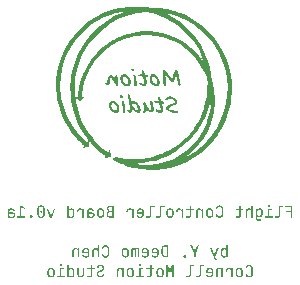
<source format=gbr>
%TF.GenerationSoftware,KiCad,Pcbnew,7.0.8*%
%TF.CreationDate,2024-02-25T19:01:47-05:00*%
%TF.ProjectId,P2,50322e6b-6963-4616-945f-706362585858,rev?*%
%TF.SameCoordinates,Original*%
%TF.FileFunction,Legend,Bot*%
%TF.FilePolarity,Positive*%
%FSLAX46Y46*%
G04 Gerber Fmt 4.6, Leading zero omitted, Abs format (unit mm)*
G04 Created by KiCad (PCBNEW 7.0.8) date 2024-02-25 19:01:47*
%MOMM*%
%LPD*%
G01*
G04 APERTURE LIST*
%ADD10C,0.125000*%
G04 APERTURE END LIST*
D10*
G36*
X162403066Y-104518000D02*
G01*
X162403066Y-103486318D01*
X161798076Y-103486318D01*
X161798076Y-103600135D01*
X162279235Y-103600135D01*
X162279235Y-103939632D01*
X161834713Y-103939632D01*
X161834713Y-104053450D01*
X162276304Y-104053450D01*
X162276304Y-104518000D01*
X162403066Y-104518000D01*
G37*
G36*
X161162800Y-104518000D02*
G01*
X161175492Y-104517765D01*
X161187858Y-104517061D01*
X161199901Y-104515887D01*
X161211619Y-104514244D01*
X161223012Y-104512132D01*
X161234081Y-104509550D01*
X161244826Y-104506499D01*
X161255246Y-104502979D01*
X161265342Y-104498989D01*
X161275114Y-104494529D01*
X161284561Y-104489601D01*
X161293684Y-104484202D01*
X161302483Y-104478335D01*
X161310957Y-104471998D01*
X161319106Y-104465192D01*
X161326932Y-104457916D01*
X161334326Y-104450223D01*
X161341243Y-104442227D01*
X161347683Y-104433927D01*
X161353646Y-104425325D01*
X161359132Y-104416418D01*
X161364141Y-104407209D01*
X161368672Y-104397696D01*
X161372727Y-104387879D01*
X161376305Y-104377759D01*
X161379406Y-104367336D01*
X161382029Y-104356609D01*
X161384176Y-104345579D01*
X161385846Y-104334246D01*
X161387038Y-104322609D01*
X161387754Y-104310669D01*
X161387992Y-104298425D01*
X161387992Y-103600135D01*
X161655194Y-103600135D01*
X161655194Y-103486318D01*
X161261230Y-103486318D01*
X161261230Y-104300868D01*
X161260814Y-104312576D01*
X161259566Y-104323643D01*
X161257487Y-104334069D01*
X161254575Y-104343854D01*
X161250831Y-104352998D01*
X161244981Y-104363526D01*
X161237832Y-104373053D01*
X161234608Y-104376583D01*
X161225835Y-104384534D01*
X161216156Y-104391137D01*
X161205571Y-104396393D01*
X161194079Y-104400301D01*
X161184233Y-104402457D01*
X161173807Y-104403751D01*
X161162800Y-104404182D01*
X160923687Y-104404182D01*
X160923687Y-104518000D01*
X161162800Y-104518000D01*
G37*
G36*
X160738551Y-104518000D02*
G01*
X160738551Y-104404182D01*
X160464266Y-104404182D01*
X160464266Y-103850240D01*
X160710463Y-103850240D01*
X160710463Y-103736422D01*
X160337748Y-103736422D01*
X160337748Y-104404182D01*
X160077385Y-104404182D01*
X160077385Y-104518000D01*
X160738551Y-104518000D01*
G37*
G36*
X160415173Y-103595739D02*
G01*
X160426469Y-103595349D01*
X160437155Y-103594181D01*
X160447230Y-103592235D01*
X160456694Y-103589510D01*
X160467666Y-103585009D01*
X160477684Y-103579292D01*
X160486748Y-103572358D01*
X160488446Y-103570826D01*
X160496116Y-103562611D01*
X160502485Y-103553538D01*
X160507555Y-103543606D01*
X160511325Y-103532815D01*
X160513795Y-103521166D01*
X160514834Y-103511229D01*
X160515068Y-103503415D01*
X160514652Y-103492710D01*
X160513405Y-103482578D01*
X160511325Y-103473018D01*
X160507555Y-103461873D01*
X160502485Y-103451623D01*
X160496116Y-103442267D01*
X160488446Y-103433806D01*
X160479573Y-103426417D01*
X160469746Y-103420282D01*
X160458965Y-103415398D01*
X160449653Y-103412393D01*
X160439731Y-103410189D01*
X160429198Y-103408786D01*
X160418054Y-103408185D01*
X160415173Y-103408160D01*
X160403881Y-103408561D01*
X160393207Y-103409763D01*
X160383151Y-103411766D01*
X160373713Y-103414571D01*
X160362785Y-103419205D01*
X160352823Y-103425090D01*
X160343828Y-103432228D01*
X160342145Y-103433806D01*
X160334405Y-103442267D01*
X160327977Y-103451623D01*
X160322860Y-103461873D01*
X160319056Y-103473018D01*
X160316957Y-103482578D01*
X160315698Y-103492710D01*
X160315278Y-103503415D01*
X160315698Y-103513765D01*
X160316957Y-103523565D01*
X160319712Y-103535042D01*
X160323779Y-103545661D01*
X160329157Y-103555421D01*
X160335848Y-103564323D01*
X160342145Y-103570826D01*
X160350947Y-103578003D01*
X160360716Y-103583963D01*
X160371450Y-103588707D01*
X160383151Y-103592235D01*
X160393207Y-103594181D01*
X160403881Y-103595349D01*
X160415173Y-103595739D01*
G37*
G36*
X159652510Y-103721093D02*
G01*
X159666874Y-103722001D01*
X159680842Y-103723513D01*
X159694412Y-103725630D01*
X159707586Y-103728352D01*
X159720363Y-103731679D01*
X159732743Y-103735610D01*
X159744727Y-103740147D01*
X159756313Y-103745289D01*
X159767502Y-103751035D01*
X159778295Y-103757386D01*
X159788690Y-103764342D01*
X159798689Y-103771903D01*
X159808291Y-103780069D01*
X159817496Y-103788840D01*
X159826304Y-103798216D01*
X159834644Y-103808109D01*
X159842447Y-103818431D01*
X159849711Y-103829182D01*
X159856437Y-103840363D01*
X159862625Y-103851973D01*
X159868275Y-103864013D01*
X159873387Y-103876481D01*
X159877961Y-103889379D01*
X159881997Y-103902707D01*
X159885494Y-103916464D01*
X159888454Y-103930650D01*
X159890875Y-103945265D01*
X159892759Y-103960310D01*
X159894104Y-103975784D01*
X159894911Y-103991688D01*
X159895180Y-104008020D01*
X159895180Y-104171175D01*
X159894911Y-104187510D01*
X159894104Y-104203422D01*
X159892759Y-104218911D01*
X159890875Y-104233976D01*
X159888454Y-104248617D01*
X159885494Y-104262834D01*
X159881997Y-104276628D01*
X159877961Y-104289999D01*
X159873387Y-104302946D01*
X159868275Y-104315469D01*
X159862625Y-104327568D01*
X159856437Y-104339244D01*
X159849711Y-104350497D01*
X159842447Y-104361325D01*
X159834644Y-104371730D01*
X159826304Y-104381712D01*
X159817496Y-104391176D01*
X159808291Y-104400030D01*
X159798689Y-104408273D01*
X159788690Y-104415906D01*
X159778295Y-104422928D01*
X159767502Y-104429339D01*
X159756313Y-104435140D01*
X159744727Y-104440330D01*
X159732743Y-104444910D01*
X159720363Y-104448879D01*
X159707586Y-104452237D01*
X159694412Y-104454985D01*
X159680842Y-104457122D01*
X159666874Y-104458648D01*
X159652510Y-104459564D01*
X159637748Y-104459870D01*
X159632329Y-104459826D01*
X159621678Y-104459479D01*
X159611275Y-104458784D01*
X159601120Y-104457743D01*
X159591213Y-104456353D01*
X159581554Y-104454617D01*
X159567530Y-104451361D01*
X159554065Y-104447324D01*
X159541158Y-104442506D01*
X159528809Y-104436906D01*
X159517018Y-104430524D01*
X159505785Y-104423362D01*
X159495110Y-104415418D01*
X159488339Y-104409738D01*
X159478895Y-104400757D01*
X159470304Y-104391222D01*
X159462569Y-104381134D01*
X159455687Y-104370491D01*
X159449660Y-104359295D01*
X159444487Y-104347545D01*
X159440169Y-104335241D01*
X159436705Y-104322383D01*
X159434095Y-104308971D01*
X159432340Y-104295006D01*
X159429653Y-104295006D01*
X159432340Y-104439842D01*
X159432340Y-104541203D01*
X159432785Y-104554896D01*
X159434122Y-104567707D01*
X159436350Y-104579634D01*
X159439469Y-104590677D01*
X159443479Y-104600837D01*
X159448380Y-104610113D01*
X159454172Y-104618506D01*
X159460855Y-104626016D01*
X159468430Y-104632642D01*
X159476895Y-104638385D01*
X159486252Y-104643244D01*
X159496499Y-104647219D01*
X159507638Y-104650311D01*
X159519668Y-104652520D01*
X159532589Y-104653845D01*
X159546401Y-104654287D01*
X159792598Y-104654287D01*
X159792598Y-104768104D01*
X159547623Y-104768104D01*
X159533590Y-104767867D01*
X159519947Y-104767154D01*
X159506693Y-104765966D01*
X159493828Y-104764303D01*
X159481353Y-104762165D01*
X159469266Y-104759552D01*
X159457569Y-104756464D01*
X159446262Y-104752900D01*
X159435343Y-104748861D01*
X159424814Y-104744348D01*
X159414674Y-104739359D01*
X159404924Y-104733895D01*
X159395562Y-104727956D01*
X159386590Y-104721542D01*
X159378007Y-104714652D01*
X159369814Y-104707288D01*
X159362065Y-104699515D01*
X159354816Y-104691400D01*
X159348067Y-104682945D01*
X159341817Y-104674147D01*
X159336068Y-104665008D01*
X159330819Y-104655527D01*
X159326069Y-104645705D01*
X159321820Y-104635541D01*
X159318071Y-104625036D01*
X159314821Y-104614189D01*
X159312071Y-104603001D01*
X159309822Y-104591471D01*
X159308072Y-104579599D01*
X159306822Y-104567386D01*
X159306072Y-104554832D01*
X159305822Y-104541935D01*
X159305822Y-104163115D01*
X159430874Y-104163115D01*
X159431051Y-104173715D01*
X159431580Y-104184024D01*
X159432463Y-104194041D01*
X159433699Y-104203766D01*
X159436214Y-104217806D01*
X159439523Y-104231189D01*
X159443627Y-104243915D01*
X159448525Y-104255984D01*
X159454217Y-104267397D01*
X159460704Y-104278152D01*
X159467984Y-104288251D01*
X159476059Y-104297692D01*
X159481810Y-104303549D01*
X159490932Y-104311624D01*
X159500652Y-104318850D01*
X159510968Y-104325226D01*
X159521881Y-104330751D01*
X159533390Y-104335427D01*
X159545497Y-104339252D01*
X159558200Y-104342227D01*
X159571500Y-104344352D01*
X159585397Y-104345627D01*
X159599891Y-104346053D01*
X159609765Y-104345868D01*
X159624055Y-104344902D01*
X159637718Y-104343106D01*
X159650754Y-104340482D01*
X159663163Y-104337030D01*
X159674945Y-104332749D01*
X159686101Y-104327639D01*
X159696629Y-104321701D01*
X159706531Y-104314934D01*
X159715806Y-104307338D01*
X159724454Y-104298914D01*
X159732355Y-104289710D01*
X159739478Y-104279777D01*
X159745824Y-104269114D01*
X159751394Y-104257721D01*
X159756186Y-104245598D01*
X159760201Y-104232745D01*
X159763439Y-104219162D01*
X159765899Y-104204850D01*
X159767108Y-104194902D01*
X159767972Y-104184631D01*
X159768490Y-104174035D01*
X159768662Y-104163115D01*
X159768662Y-104017546D01*
X159768490Y-104006626D01*
X159767972Y-103996030D01*
X159767108Y-103985758D01*
X159765899Y-103975811D01*
X159763439Y-103961498D01*
X159760201Y-103947916D01*
X159756186Y-103935063D01*
X159751394Y-103922940D01*
X159745824Y-103911547D01*
X159739478Y-103900884D01*
X159732355Y-103890950D01*
X159724454Y-103881747D01*
X159715806Y-103873323D01*
X159706531Y-103865727D01*
X159696629Y-103858960D01*
X159686101Y-103853022D01*
X159674945Y-103847912D01*
X159663163Y-103843631D01*
X159650754Y-103840178D01*
X159637718Y-103837554D01*
X159624055Y-103835759D01*
X159609765Y-103834792D01*
X159599891Y-103834608D01*
X159590162Y-103834798D01*
X159576066Y-103835795D01*
X159562567Y-103837646D01*
X159549665Y-103840351D01*
X159537360Y-103843911D01*
X159525651Y-103848325D01*
X159514539Y-103853594D01*
X159504024Y-103859717D01*
X159494106Y-103866694D01*
X159484784Y-103874526D01*
X159476059Y-103883212D01*
X159467984Y-103892610D01*
X159460704Y-103902670D01*
X159454217Y-103913390D01*
X159448525Y-103924772D01*
X159443627Y-103936815D01*
X159439523Y-103949519D01*
X159436214Y-103962884D01*
X159433699Y-103976910D01*
X159432463Y-103986628D01*
X159431580Y-103996640D01*
X159431051Y-104006946D01*
X159430874Y-104017546D01*
X159430874Y-104163115D01*
X159305822Y-104163115D01*
X159305822Y-103736422D01*
X159430874Y-103736422D01*
X159430874Y-103888097D01*
X159432340Y-103888097D01*
X159433415Y-103878576D01*
X159435740Y-103864765D01*
X159438919Y-103851522D01*
X159442953Y-103838845D01*
X159447841Y-103826735D01*
X159453583Y-103815192D01*
X159460180Y-103804215D01*
X159467631Y-103793805D01*
X159475936Y-103783962D01*
X159485096Y-103774686D01*
X159495110Y-103765976D01*
X159498607Y-103763196D01*
X159509467Y-103755386D01*
X159520886Y-103748370D01*
X159532863Y-103742148D01*
X159545398Y-103736720D01*
X159558491Y-103732087D01*
X159572143Y-103728248D01*
X159586352Y-103725203D01*
X159596135Y-103723615D01*
X159606166Y-103722379D01*
X159616446Y-103721497D01*
X159626973Y-103720967D01*
X159637748Y-103720791D01*
X159652510Y-103721093D01*
G37*
G36*
X159050344Y-104518000D02*
G01*
X159050344Y-103486318D01*
X158923826Y-103486318D01*
X158923826Y-103894692D01*
X158922361Y-103894692D01*
X158920969Y-103884430D01*
X158919235Y-103874465D01*
X158917160Y-103864799D01*
X158913407Y-103850857D01*
X158908886Y-103837585D01*
X158903595Y-103824982D01*
X158897537Y-103813050D01*
X158890710Y-103801787D01*
X158883114Y-103791194D01*
X158874750Y-103781271D01*
X158865617Y-103772017D01*
X158859102Y-103766220D01*
X158848764Y-103758101D01*
X158837807Y-103750781D01*
X158826232Y-103744260D01*
X158814039Y-103738537D01*
X158801228Y-103733612D01*
X158787798Y-103729486D01*
X158773751Y-103726159D01*
X158764042Y-103724384D01*
X158754058Y-103722965D01*
X158743800Y-103721900D01*
X158733267Y-103721190D01*
X158722460Y-103720835D01*
X158716953Y-103720791D01*
X158702546Y-103721075D01*
X158688514Y-103721928D01*
X158674855Y-103723350D01*
X158661571Y-103725340D01*
X158648660Y-103727899D01*
X158636123Y-103731026D01*
X158623961Y-103734722D01*
X158612172Y-103738987D01*
X158600758Y-103743820D01*
X158589717Y-103749222D01*
X158579051Y-103755193D01*
X158568758Y-103761732D01*
X158558840Y-103768840D01*
X158549295Y-103776516D01*
X158540125Y-103784761D01*
X158531328Y-103793575D01*
X158522958Y-103802848D01*
X158515128Y-103812531D01*
X158507838Y-103822624D01*
X158501088Y-103833127D01*
X158494878Y-103844041D01*
X158489208Y-103855365D01*
X158484078Y-103867099D01*
X158479488Y-103879243D01*
X158475437Y-103891798D01*
X158471927Y-103904763D01*
X158468957Y-103918138D01*
X158466527Y-103931924D01*
X158464637Y-103946119D01*
X158463287Y-103960725D01*
X158462477Y-103975741D01*
X158462207Y-103991168D01*
X158462207Y-104518000D01*
X158588969Y-104518000D01*
X158588969Y-104009730D01*
X158589143Y-103999465D01*
X158589664Y-103989492D01*
X158591096Y-103975080D01*
X158593310Y-103961325D01*
X158596306Y-103948227D01*
X158600082Y-103935786D01*
X158604640Y-103924001D01*
X158609980Y-103912874D01*
X158616101Y-103902403D01*
X158623003Y-103892589D01*
X158630687Y-103883432D01*
X158633422Y-103880526D01*
X158641990Y-103872320D01*
X158651116Y-103864921D01*
X158660800Y-103858329D01*
X158671043Y-103852545D01*
X158681843Y-103847567D01*
X158693202Y-103843397D01*
X158705119Y-103840034D01*
X158717594Y-103837478D01*
X158730627Y-103835729D01*
X158744218Y-103834787D01*
X158753589Y-103834608D01*
X158768048Y-103835044D01*
X158781931Y-103836351D01*
X158795239Y-103838530D01*
X158807971Y-103841580D01*
X158820129Y-103845502D01*
X158831710Y-103850296D01*
X158842717Y-103855961D01*
X158853149Y-103862497D01*
X158863005Y-103869906D01*
X158872285Y-103878185D01*
X158878153Y-103884189D01*
X158886315Y-103893801D01*
X158893675Y-103904133D01*
X158900231Y-103915187D01*
X158905985Y-103926962D01*
X158910936Y-103939459D01*
X158915084Y-103952677D01*
X158918429Y-103966616D01*
X158920213Y-103976309D01*
X158921641Y-103986323D01*
X158922711Y-103996657D01*
X158923425Y-104007313D01*
X158923782Y-104018288D01*
X158923826Y-104023896D01*
X158923826Y-104518000D01*
X159050344Y-104518000D01*
G37*
G36*
X157834015Y-104518000D02*
G01*
X157845834Y-104517779D01*
X157857355Y-104517118D01*
X157868579Y-104516016D01*
X157879505Y-104514473D01*
X157890133Y-104512490D01*
X157900464Y-104510065D01*
X157910497Y-104507200D01*
X157920232Y-104503894D01*
X157929670Y-104500148D01*
X157938810Y-104495960D01*
X157947653Y-104491332D01*
X157956197Y-104486263D01*
X157964444Y-104480753D01*
X157972394Y-104474803D01*
X157980045Y-104468412D01*
X157987399Y-104461579D01*
X157994379Y-104454380D01*
X158000909Y-104446887D01*
X158006988Y-104439100D01*
X158012617Y-104431019D01*
X158017796Y-104422644D01*
X158022524Y-104413975D01*
X158026802Y-104405012D01*
X158030630Y-104395756D01*
X158034008Y-104386206D01*
X158036935Y-104376362D01*
X158039412Y-104366224D01*
X158041438Y-104355792D01*
X158043014Y-104345066D01*
X158044140Y-104334046D01*
X158044815Y-104322733D01*
X158045041Y-104311126D01*
X158045041Y-103850240D01*
X158263149Y-103850240D01*
X158263149Y-103736422D01*
X158045041Y-103736422D01*
X158045041Y-103517581D01*
X157918523Y-103517581D01*
X157918523Y-103736422D01*
X157609067Y-103736422D01*
X157609067Y-103850240D01*
X157918523Y-103850240D01*
X157918523Y-104313812D01*
X157918160Y-104323594D01*
X157916687Y-104335165D01*
X157914082Y-104346010D01*
X157910343Y-104356126D01*
X157905471Y-104365516D01*
X157899466Y-104374177D01*
X157895320Y-104379025D01*
X157887705Y-104386273D01*
X157879363Y-104392292D01*
X157870293Y-104397082D01*
X157860496Y-104400645D01*
X157849971Y-104402979D01*
X157838719Y-104404084D01*
X157834015Y-104404182D01*
X157622989Y-104404182D01*
X157622989Y-104518000D01*
X157834015Y-104518000D01*
G37*
G36*
X156234468Y-104533631D02*
G01*
X156251823Y-104533321D01*
X156268716Y-104532391D01*
X156285147Y-104530840D01*
X156301116Y-104528670D01*
X156316624Y-104525879D01*
X156331669Y-104522468D01*
X156346253Y-104518437D01*
X156360376Y-104513786D01*
X156374036Y-104508515D01*
X156387235Y-104502624D01*
X156399971Y-104496112D01*
X156412247Y-104488980D01*
X156424060Y-104481229D01*
X156435411Y-104472857D01*
X156446301Y-104463864D01*
X156456729Y-104454252D01*
X156466608Y-104444097D01*
X156475849Y-104433476D01*
X156484453Y-104422390D01*
X156492419Y-104410838D01*
X156499748Y-104398820D01*
X156506440Y-104386337D01*
X156512495Y-104373389D01*
X156517912Y-104359974D01*
X156522692Y-104346095D01*
X156526835Y-104331749D01*
X156530340Y-104316938D01*
X156533208Y-104301661D01*
X156535438Y-104285919D01*
X156537032Y-104269711D01*
X156537988Y-104253038D01*
X156538306Y-104235899D01*
X156538306Y-103768418D01*
X156537988Y-103751279D01*
X156537032Y-103734606D01*
X156535438Y-103718398D01*
X156533208Y-103702656D01*
X156530340Y-103687379D01*
X156526835Y-103672568D01*
X156522692Y-103658223D01*
X156517912Y-103644343D01*
X156512495Y-103630929D01*
X156506440Y-103617980D01*
X156499748Y-103605497D01*
X156492419Y-103593479D01*
X156484453Y-103581927D01*
X156475849Y-103570841D01*
X156466608Y-103560220D01*
X156456729Y-103550065D01*
X156446301Y-103540453D01*
X156435411Y-103531461D01*
X156424060Y-103523089D01*
X156412247Y-103515337D01*
X156399971Y-103508205D01*
X156387235Y-103501694D01*
X156374036Y-103495802D01*
X156360376Y-103490531D01*
X156346253Y-103485880D01*
X156331669Y-103481849D01*
X156316624Y-103478438D01*
X156301116Y-103475647D01*
X156285147Y-103473477D01*
X156268716Y-103471926D01*
X156251823Y-103470996D01*
X156234468Y-103470686D01*
X156217439Y-103470998D01*
X156200851Y-103471934D01*
X156184703Y-103473494D01*
X156168996Y-103475678D01*
X156153730Y-103478486D01*
X156138904Y-103481918D01*
X156124520Y-103485973D01*
X156110576Y-103490653D01*
X156097073Y-103495957D01*
X156084011Y-103501884D01*
X156071389Y-103508436D01*
X156059209Y-103515612D01*
X156047469Y-103523411D01*
X156036170Y-103531835D01*
X156025312Y-103540882D01*
X156014894Y-103550554D01*
X156005016Y-103560761D01*
X155995774Y-103571417D01*
X155987171Y-103582522D01*
X155979204Y-103594075D01*
X155971875Y-103606076D01*
X155965183Y-103618526D01*
X155959128Y-103631424D01*
X155953711Y-103644770D01*
X155948931Y-103658565D01*
X155944789Y-103672809D01*
X155941283Y-103687500D01*
X155938415Y-103702641D01*
X155936185Y-103718229D01*
X155934592Y-103734266D01*
X155933636Y-103750752D01*
X155933317Y-103767685D01*
X156060079Y-103767685D01*
X156060257Y-103756852D01*
X156060793Y-103746333D01*
X156061685Y-103736129D01*
X156062934Y-103726241D01*
X156065476Y-103711997D01*
X156068821Y-103698463D01*
X156072969Y-103685636D01*
X156077920Y-103673518D01*
X156083674Y-103662109D01*
X156090231Y-103651408D01*
X156097590Y-103641415D01*
X156105752Y-103632131D01*
X156114645Y-103623619D01*
X156124194Y-103615945D01*
X156134400Y-103609108D01*
X156145262Y-103603108D01*
X156156782Y-103597945D01*
X156168959Y-103593620D01*
X156181792Y-103590131D01*
X156195283Y-103587480D01*
X156209430Y-103585666D01*
X156219226Y-103584922D01*
X156229315Y-103584550D01*
X156234468Y-103584503D01*
X156244708Y-103584687D01*
X156254668Y-103585236D01*
X156269081Y-103586747D01*
X156282864Y-103589083D01*
X156296015Y-103592243D01*
X156308535Y-103596227D01*
X156320424Y-103601036D01*
X156331682Y-103606668D01*
X156342308Y-103613126D01*
X156352304Y-103620407D01*
X156361669Y-103628513D01*
X156364650Y-103631398D01*
X156373074Y-103640551D01*
X156380670Y-103650426D01*
X156387437Y-103661022D01*
X156393375Y-103672339D01*
X156398485Y-103684378D01*
X156402766Y-103697137D01*
X156406219Y-103710619D01*
X156408842Y-103724821D01*
X156410131Y-103734690D01*
X156411052Y-103744879D01*
X156411604Y-103755389D01*
X156411789Y-103766220D01*
X156411789Y-104236632D01*
X156411604Y-104247465D01*
X156411052Y-104257984D01*
X156410131Y-104268188D01*
X156408842Y-104278077D01*
X156406219Y-104292320D01*
X156402766Y-104305855D01*
X156398485Y-104318681D01*
X156393375Y-104330799D01*
X156387437Y-104342208D01*
X156380670Y-104352909D01*
X156373074Y-104362902D01*
X156364650Y-104372187D01*
X156355496Y-104380698D01*
X156345710Y-104388372D01*
X156335294Y-104395210D01*
X156324247Y-104401209D01*
X156312568Y-104406372D01*
X156300258Y-104410698D01*
X156287318Y-104414186D01*
X156273746Y-104416837D01*
X156259543Y-104418651D01*
X156249723Y-104419395D01*
X156239623Y-104419767D01*
X156234468Y-104419814D01*
X156224234Y-104419628D01*
X156214292Y-104419070D01*
X156199925Y-104417535D01*
X156186216Y-104415163D01*
X156173164Y-104411954D01*
X156160768Y-104407907D01*
X156149029Y-104403023D01*
X156137948Y-104397303D01*
X156127523Y-104390744D01*
X156117755Y-104383349D01*
X156108643Y-104375117D01*
X156105752Y-104372187D01*
X156097590Y-104362900D01*
X156090231Y-104352901D01*
X156083674Y-104342189D01*
X156077920Y-104330764D01*
X156072969Y-104318627D01*
X156068821Y-104305777D01*
X156065476Y-104292215D01*
X156062934Y-104277939D01*
X156061685Y-104268026D01*
X156060793Y-104257797D01*
X156060257Y-104247251D01*
X156060079Y-104236387D01*
X155933317Y-104236387D01*
X155933636Y-104253322D01*
X155934592Y-104269811D01*
X155936185Y-104285852D01*
X155938415Y-104301448D01*
X155941283Y-104316596D01*
X155944789Y-104331299D01*
X155948931Y-104345555D01*
X155953711Y-104359364D01*
X155959128Y-104372727D01*
X155965183Y-104385643D01*
X155971875Y-104398113D01*
X155979204Y-104410136D01*
X155987171Y-104421712D01*
X155995774Y-104432843D01*
X156005016Y-104443526D01*
X156014894Y-104453764D01*
X156025312Y-104463435D01*
X156036170Y-104472483D01*
X156047469Y-104480906D01*
X156059209Y-104488706D01*
X156071389Y-104495881D01*
X156084011Y-104502433D01*
X156097073Y-104508360D01*
X156110576Y-104513664D01*
X156124520Y-104518344D01*
X156138904Y-104522400D01*
X156153730Y-104525831D01*
X156168996Y-104528639D01*
X156184703Y-104530823D01*
X156200851Y-104532383D01*
X156217439Y-104533319D01*
X156234468Y-104533631D01*
G37*
G36*
X155418219Y-103721102D02*
G01*
X155435103Y-103722035D01*
X155451520Y-103723590D01*
X155467469Y-103725767D01*
X155482951Y-103728567D01*
X155497965Y-103731988D01*
X155512512Y-103736031D01*
X155526591Y-103740697D01*
X155540203Y-103745984D01*
X155553348Y-103751894D01*
X155566024Y-103758425D01*
X155578234Y-103765579D01*
X155589975Y-103773355D01*
X155601250Y-103781752D01*
X155612056Y-103790772D01*
X155622396Y-103800414D01*
X155632185Y-103810601D01*
X155641344Y-103821255D01*
X155649870Y-103832376D01*
X155657765Y-103843966D01*
X155665029Y-103856022D01*
X155671660Y-103868546D01*
X155677660Y-103881538D01*
X155683029Y-103894997D01*
X155687766Y-103908924D01*
X155691871Y-103923318D01*
X155695345Y-103938179D01*
X155698187Y-103953508D01*
X155700398Y-103969305D01*
X155701977Y-103985569D01*
X155702924Y-104002301D01*
X155703240Y-104019500D01*
X155703240Y-104227106D01*
X155702924Y-104244131D01*
X155701977Y-104260705D01*
X155700398Y-104276829D01*
X155698187Y-104292502D01*
X155695345Y-104307725D01*
X155691871Y-104322498D01*
X155687766Y-104336821D01*
X155683029Y-104350693D01*
X155677660Y-104364115D01*
X155671660Y-104377087D01*
X155665029Y-104389608D01*
X155657765Y-104401679D01*
X155649870Y-104413299D01*
X155641344Y-104424470D01*
X155632185Y-104435190D01*
X155622396Y-104445459D01*
X155612056Y-104455190D01*
X155601250Y-104464293D01*
X155589975Y-104472768D01*
X155578234Y-104480615D01*
X155566024Y-104487835D01*
X155553348Y-104494426D01*
X155540203Y-104500390D01*
X155526591Y-104505726D01*
X155512512Y-104510435D01*
X155497965Y-104514515D01*
X155482951Y-104517968D01*
X155467469Y-104520793D01*
X155451520Y-104522990D01*
X155435103Y-104524560D01*
X155418219Y-104525501D01*
X155400867Y-104525815D01*
X155383516Y-104525501D01*
X155366631Y-104524560D01*
X155350215Y-104522990D01*
X155334266Y-104520793D01*
X155318784Y-104517968D01*
X155303769Y-104514515D01*
X155289223Y-104510435D01*
X155275143Y-104505726D01*
X155261532Y-104500390D01*
X155248387Y-104494426D01*
X155235711Y-104487835D01*
X155223501Y-104480615D01*
X155211760Y-104472768D01*
X155200485Y-104464293D01*
X155189679Y-104455190D01*
X155179339Y-104445459D01*
X155169549Y-104435190D01*
X155160391Y-104424470D01*
X155151865Y-104413299D01*
X155143970Y-104401679D01*
X155136706Y-104389608D01*
X155130075Y-104377087D01*
X155124075Y-104364115D01*
X155118706Y-104350693D01*
X155113969Y-104336821D01*
X155109864Y-104322498D01*
X155106390Y-104307725D01*
X155103548Y-104292502D01*
X155101337Y-104276829D01*
X155099758Y-104260705D01*
X155098811Y-104244131D01*
X155098495Y-104227106D01*
X155225013Y-104227106D01*
X155225058Y-104232757D01*
X155225420Y-104243799D01*
X155226146Y-104254497D01*
X155227233Y-104264848D01*
X155228683Y-104274855D01*
X155230496Y-104284516D01*
X155233895Y-104298359D01*
X155238110Y-104311426D01*
X155243140Y-104323716D01*
X155248986Y-104335228D01*
X155255648Y-104345964D01*
X155263125Y-104355922D01*
X155271419Y-104365103D01*
X155274355Y-104367989D01*
X155283593Y-104376094D01*
X155293475Y-104383376D01*
X155304000Y-104389833D01*
X155315170Y-104395466D01*
X155326984Y-104400274D01*
X155339442Y-104404259D01*
X155352544Y-104407419D01*
X155366289Y-104409754D01*
X155380679Y-104411265D01*
X155390630Y-104411815D01*
X155400867Y-104411998D01*
X155410930Y-104411815D01*
X155425520Y-104410853D01*
X155439504Y-104409067D01*
X155452882Y-104406457D01*
X155465656Y-104403022D01*
X155477824Y-104398763D01*
X155489386Y-104393680D01*
X155500344Y-104387772D01*
X155510696Y-104381040D01*
X155520442Y-104373484D01*
X155529583Y-104365103D01*
X155532484Y-104362129D01*
X155540632Y-104352689D01*
X155547951Y-104342472D01*
X155554442Y-104331477D01*
X155560104Y-104319706D01*
X155564938Y-104307157D01*
X155568943Y-104293831D01*
X155572119Y-104279728D01*
X155573776Y-104269895D01*
X155575065Y-104259716D01*
X155575986Y-104249191D01*
X155576538Y-104238321D01*
X155576722Y-104227106D01*
X155576722Y-104019500D01*
X155576676Y-104013849D01*
X155576308Y-104002807D01*
X155575571Y-103992110D01*
X155574467Y-103981758D01*
X155572994Y-103971752D01*
X155571152Y-103962091D01*
X155567700Y-103948247D01*
X155563418Y-103935180D01*
X155558309Y-103922890D01*
X155552370Y-103911378D01*
X155545603Y-103900642D01*
X155538008Y-103890684D01*
X155529583Y-103881503D01*
X155526604Y-103878618D01*
X155517261Y-103870512D01*
X155507312Y-103863230D01*
X155496759Y-103856773D01*
X155485599Y-103851140D01*
X155473835Y-103846332D01*
X155461465Y-103842347D01*
X155448490Y-103839188D01*
X155434910Y-103836852D01*
X155420724Y-103835341D01*
X155410930Y-103834791D01*
X155400867Y-103834608D01*
X155395713Y-103834654D01*
X155385619Y-103835020D01*
X155375811Y-103835753D01*
X155361636Y-103837539D01*
X155348105Y-103840149D01*
X155335218Y-103843584D01*
X155322975Y-103847843D01*
X155311375Y-103852926D01*
X155300420Y-103858834D01*
X155290109Y-103865566D01*
X155280442Y-103873122D01*
X155271419Y-103881503D01*
X155268564Y-103884477D01*
X155260542Y-103893917D01*
X155253337Y-103904134D01*
X155246947Y-103915129D01*
X155241373Y-103926901D01*
X155236614Y-103939449D01*
X155232671Y-103952775D01*
X155229544Y-103966878D01*
X155227913Y-103976712D01*
X155226644Y-103986891D01*
X155225738Y-103997415D01*
X155225194Y-104008285D01*
X155225013Y-104019500D01*
X155225013Y-104227106D01*
X155098495Y-104227106D01*
X155098495Y-104018034D01*
X155098811Y-104001013D01*
X155099758Y-103984447D01*
X155101337Y-103968338D01*
X155103548Y-103952684D01*
X155106390Y-103937487D01*
X155109864Y-103922745D01*
X155113969Y-103908460D01*
X155118706Y-103894631D01*
X155124075Y-103881257D01*
X155130075Y-103868340D01*
X155136706Y-103855879D01*
X155143970Y-103843874D01*
X155151865Y-103832325D01*
X155160391Y-103821232D01*
X155169549Y-103810595D01*
X155179339Y-103800414D01*
X155189679Y-103790772D01*
X155200485Y-103781752D01*
X155211760Y-103773355D01*
X155223501Y-103765579D01*
X155235711Y-103758425D01*
X155248387Y-103751894D01*
X155261532Y-103745984D01*
X155275143Y-103740697D01*
X155289223Y-103736031D01*
X155303769Y-103731988D01*
X155318784Y-103728567D01*
X155334266Y-103725767D01*
X155350215Y-103723590D01*
X155366631Y-103722035D01*
X155383516Y-103721102D01*
X155400867Y-103720791D01*
X155418219Y-103721102D01*
G37*
G36*
X154854252Y-104518000D02*
G01*
X154854252Y-103736422D01*
X154727734Y-103736422D01*
X154727734Y-103894692D01*
X154726269Y-103894692D01*
X154724877Y-103884430D01*
X154723143Y-103874465D01*
X154721068Y-103864799D01*
X154717315Y-103850857D01*
X154712793Y-103837585D01*
X154707503Y-103824982D01*
X154701445Y-103813050D01*
X154694618Y-103801787D01*
X154687022Y-103791194D01*
X154678658Y-103781271D01*
X154669525Y-103772017D01*
X154663010Y-103766220D01*
X154652671Y-103758101D01*
X154641715Y-103750781D01*
X154630140Y-103744260D01*
X154617947Y-103738537D01*
X154605136Y-103733612D01*
X154591706Y-103729486D01*
X154577658Y-103726159D01*
X154567950Y-103724384D01*
X154557966Y-103722965D01*
X154547708Y-103721900D01*
X154537175Y-103721190D01*
X154526367Y-103720835D01*
X154520860Y-103720791D01*
X154506454Y-103721075D01*
X154492421Y-103721928D01*
X154478763Y-103723350D01*
X154465478Y-103725340D01*
X154452568Y-103727899D01*
X154440031Y-103731026D01*
X154427869Y-103734722D01*
X154416080Y-103738987D01*
X154404666Y-103743820D01*
X154393625Y-103749222D01*
X154382959Y-103755193D01*
X154372666Y-103761732D01*
X154362748Y-103768840D01*
X154353203Y-103776516D01*
X154344032Y-103784761D01*
X154335236Y-103793575D01*
X154326866Y-103802848D01*
X154319036Y-103812531D01*
X154311746Y-103822624D01*
X154304996Y-103833127D01*
X154298786Y-103844041D01*
X154293115Y-103855365D01*
X154287985Y-103867099D01*
X154283395Y-103879243D01*
X154279345Y-103891798D01*
X154275835Y-103904763D01*
X154272865Y-103918138D01*
X154270435Y-103931924D01*
X154268545Y-103946119D01*
X154267195Y-103960725D01*
X154266385Y-103975741D01*
X154266115Y-103991168D01*
X154266115Y-104518000D01*
X154392877Y-104518000D01*
X154392877Y-104007532D01*
X154393051Y-103997242D01*
X154393572Y-103987256D01*
X154395004Y-103972845D01*
X154397218Y-103959117D01*
X154400214Y-103946072D01*
X154403990Y-103933710D01*
X154408548Y-103922030D01*
X154413888Y-103911032D01*
X154420009Y-103900717D01*
X154426911Y-103891085D01*
X154434595Y-103882136D01*
X154437329Y-103879304D01*
X154445898Y-103871317D01*
X154455024Y-103864115D01*
X154464708Y-103857698D01*
X154474950Y-103852068D01*
X154485751Y-103847223D01*
X154497110Y-103843163D01*
X154509027Y-103839890D01*
X154521502Y-103837402D01*
X154534535Y-103835699D01*
X154548126Y-103834783D01*
X154557497Y-103834608D01*
X154571955Y-103835033D01*
X154585839Y-103836308D01*
X154599147Y-103838433D01*
X154611879Y-103841409D01*
X154624036Y-103845234D01*
X154635618Y-103849909D01*
X154646625Y-103855435D01*
X154657056Y-103861811D01*
X154666912Y-103869036D01*
X154676193Y-103877112D01*
X154682061Y-103882968D01*
X154690223Y-103892363D01*
X154697583Y-103902506D01*
X154704139Y-103913395D01*
X154709893Y-103925031D01*
X154714844Y-103937415D01*
X154718992Y-103950545D01*
X154722337Y-103964423D01*
X154724121Y-103974089D01*
X154725549Y-103984088D01*
X154726619Y-103994419D01*
X154727333Y-104005081D01*
X154727690Y-104016076D01*
X154727734Y-104021698D01*
X154727734Y-104518000D01*
X154854252Y-104518000D01*
G37*
G36*
X153637923Y-104518000D02*
G01*
X153649742Y-104517779D01*
X153661263Y-104517118D01*
X153672487Y-104516016D01*
X153683413Y-104514473D01*
X153694041Y-104512490D01*
X153704372Y-104510065D01*
X153714405Y-104507200D01*
X153724140Y-104503894D01*
X153733578Y-104500148D01*
X153742718Y-104495960D01*
X153751560Y-104491332D01*
X153760105Y-104486263D01*
X153768352Y-104480753D01*
X153776301Y-104474803D01*
X153783953Y-104468412D01*
X153791307Y-104461579D01*
X153798287Y-104454380D01*
X153804817Y-104446887D01*
X153810896Y-104439100D01*
X153816525Y-104431019D01*
X153821704Y-104422644D01*
X153826432Y-104413975D01*
X153830710Y-104405012D01*
X153834538Y-104395756D01*
X153837916Y-104386206D01*
X153840843Y-104376362D01*
X153843319Y-104366224D01*
X153845346Y-104355792D01*
X153846922Y-104345066D01*
X153848048Y-104334046D01*
X153848723Y-104322733D01*
X153848948Y-104311126D01*
X153848948Y-103850240D01*
X154067057Y-103850240D01*
X154067057Y-103736422D01*
X153848948Y-103736422D01*
X153848948Y-103517581D01*
X153722431Y-103517581D01*
X153722431Y-103736422D01*
X153412975Y-103736422D01*
X153412975Y-103850240D01*
X153722431Y-103850240D01*
X153722431Y-104313812D01*
X153722068Y-104323594D01*
X153720595Y-104335165D01*
X153717989Y-104346010D01*
X153714251Y-104356126D01*
X153709379Y-104365516D01*
X153703374Y-104374177D01*
X153699228Y-104379025D01*
X153691613Y-104386273D01*
X153683271Y-104392292D01*
X153674201Y-104397082D01*
X153664404Y-104400645D01*
X153653879Y-104402979D01*
X153642627Y-104404084D01*
X153637923Y-104404182D01*
X153426897Y-104404182D01*
X153426897Y-104518000D01*
X153637923Y-104518000D01*
G37*
G36*
X153151879Y-104518000D02*
G01*
X153151879Y-103736422D01*
X153025362Y-103736422D01*
X153025362Y-103889074D01*
X153023896Y-103889074D01*
X153022504Y-103879143D01*
X153020771Y-103869500D01*
X153017530Y-103855576D01*
X153013521Y-103842301D01*
X153008743Y-103829673D01*
X153003197Y-103817694D01*
X152996882Y-103806363D01*
X152989798Y-103795681D01*
X152981947Y-103785647D01*
X152973326Y-103776261D01*
X152963938Y-103767523D01*
X152960637Y-103764755D01*
X152950299Y-103756898D01*
X152939342Y-103749814D01*
X152927767Y-103743503D01*
X152915574Y-103737964D01*
X152902763Y-103733199D01*
X152889334Y-103729206D01*
X152875286Y-103725986D01*
X152865577Y-103724268D01*
X152855594Y-103722895D01*
X152845335Y-103721864D01*
X152834803Y-103721177D01*
X152823995Y-103720834D01*
X152818488Y-103720791D01*
X152803567Y-103721096D01*
X152789030Y-103722012D01*
X152774876Y-103723539D01*
X152761106Y-103725676D01*
X152747719Y-103728423D01*
X152734716Y-103731782D01*
X152722097Y-103735751D01*
X152709861Y-103740330D01*
X152698008Y-103745520D01*
X152686539Y-103751321D01*
X152675454Y-103757733D01*
X152664752Y-103764755D01*
X152654434Y-103772387D01*
X152644499Y-103780630D01*
X152634948Y-103789484D01*
X152625780Y-103798949D01*
X152617085Y-103808902D01*
X152608950Y-103819286D01*
X152601377Y-103830098D01*
X152594365Y-103841340D01*
X152587913Y-103853011D01*
X152582023Y-103865112D01*
X152576693Y-103877642D01*
X152571925Y-103890601D01*
X152567717Y-103903989D01*
X152564071Y-103917807D01*
X152560985Y-103932054D01*
X152558461Y-103946731D01*
X152556497Y-103961837D01*
X152555095Y-103977372D01*
X152554253Y-103993336D01*
X152553973Y-104009730D01*
X152553973Y-104064196D01*
X152680735Y-104064196D01*
X152680735Y-104021698D01*
X152680910Y-104010682D01*
X152681437Y-103999983D01*
X152682315Y-103989601D01*
X152683544Y-103979536D01*
X152685124Y-103969787D01*
X152688152Y-103955758D01*
X152691970Y-103942441D01*
X152696578Y-103929837D01*
X152701976Y-103917946D01*
X152708165Y-103906768D01*
X152715143Y-103896302D01*
X152722911Y-103886549D01*
X152725676Y-103883457D01*
X152734463Y-103874727D01*
X152743971Y-103866856D01*
X152754200Y-103859843D01*
X152765151Y-103853689D01*
X152776823Y-103848394D01*
X152789217Y-103843958D01*
X152802332Y-103840380D01*
X152816168Y-103837661D01*
X152830725Y-103835801D01*
X152840830Y-103835037D01*
X152851256Y-103834656D01*
X152856590Y-103834608D01*
X152866973Y-103834791D01*
X152877027Y-103835339D01*
X152896146Y-103837531D01*
X152913946Y-103841185D01*
X152930427Y-103846301D01*
X152945590Y-103852879D01*
X152959435Y-103860918D01*
X152971961Y-103870418D01*
X152983169Y-103881381D01*
X152993058Y-103893804D01*
X153001628Y-103907690D01*
X153008880Y-103923037D01*
X153014813Y-103939846D01*
X153019428Y-103958117D01*
X153021241Y-103967800D01*
X153022724Y-103977849D01*
X153023878Y-103988263D01*
X153024702Y-103999043D01*
X153025197Y-104010188D01*
X153025362Y-104021698D01*
X153025362Y-104518000D01*
X153151879Y-104518000D01*
G37*
G36*
X152061346Y-103721102D02*
G01*
X152078230Y-103722035D01*
X152094647Y-103723590D01*
X152110596Y-103725767D01*
X152126078Y-103728567D01*
X152141092Y-103731988D01*
X152155639Y-103736031D01*
X152169718Y-103740697D01*
X152183330Y-103745984D01*
X152196474Y-103751894D01*
X152209151Y-103758425D01*
X152221360Y-103765579D01*
X152233102Y-103773355D01*
X152244376Y-103781752D01*
X152255183Y-103790772D01*
X152265522Y-103800414D01*
X152275312Y-103810601D01*
X152284470Y-103821255D01*
X152292997Y-103832376D01*
X152300891Y-103843966D01*
X152308155Y-103856022D01*
X152314787Y-103868546D01*
X152320787Y-103881538D01*
X152326155Y-103894997D01*
X152330892Y-103908924D01*
X152334998Y-103923318D01*
X152338471Y-103938179D01*
X152341314Y-103953508D01*
X152343524Y-103969305D01*
X152345103Y-103985569D01*
X152346051Y-104002301D01*
X152346366Y-104019500D01*
X152346366Y-104227106D01*
X152346051Y-104244131D01*
X152345103Y-104260705D01*
X152343524Y-104276829D01*
X152341314Y-104292502D01*
X152338471Y-104307725D01*
X152334998Y-104322498D01*
X152330892Y-104336821D01*
X152326155Y-104350693D01*
X152320787Y-104364115D01*
X152314787Y-104377087D01*
X152308155Y-104389608D01*
X152300891Y-104401679D01*
X152292997Y-104413299D01*
X152284470Y-104424470D01*
X152275312Y-104435190D01*
X152265522Y-104445459D01*
X152255183Y-104455190D01*
X152244376Y-104464293D01*
X152233102Y-104472768D01*
X152221360Y-104480615D01*
X152209151Y-104487835D01*
X152196474Y-104494426D01*
X152183330Y-104500390D01*
X152169718Y-104505726D01*
X152155639Y-104510435D01*
X152141092Y-104514515D01*
X152126078Y-104517968D01*
X152110596Y-104520793D01*
X152094647Y-104522990D01*
X152078230Y-104524560D01*
X152061346Y-104525501D01*
X152043994Y-104525815D01*
X152026642Y-104525501D01*
X152009758Y-104524560D01*
X151993341Y-104522990D01*
X151977392Y-104520793D01*
X151961910Y-104517968D01*
X151946896Y-104514515D01*
X151932349Y-104510435D01*
X151918270Y-104505726D01*
X151904658Y-104500390D01*
X151891514Y-104494426D01*
X151878837Y-104487835D01*
X151866628Y-104480615D01*
X151854886Y-104472768D01*
X151843612Y-104464293D01*
X151832805Y-104455190D01*
X151822466Y-104445459D01*
X151812676Y-104435190D01*
X151803518Y-104424470D01*
X151794991Y-104413299D01*
X151787096Y-104401679D01*
X151779833Y-104389608D01*
X151773201Y-104377087D01*
X151767201Y-104364115D01*
X151761832Y-104350693D01*
X151757095Y-104336821D01*
X151752990Y-104322498D01*
X151749516Y-104307725D01*
X151746674Y-104292502D01*
X151744463Y-104276829D01*
X151742884Y-104260705D01*
X151741937Y-104244131D01*
X151741621Y-104227106D01*
X151868139Y-104227106D01*
X151868184Y-104232757D01*
X151868547Y-104243799D01*
X151869272Y-104254497D01*
X151870360Y-104264848D01*
X151871810Y-104274855D01*
X151873622Y-104284516D01*
X151877021Y-104298359D01*
X151881236Y-104311426D01*
X151886266Y-104323716D01*
X151892112Y-104335228D01*
X151898774Y-104345964D01*
X151906252Y-104355922D01*
X151914545Y-104365103D01*
X151917481Y-104367989D01*
X151926719Y-104376094D01*
X151936601Y-104383376D01*
X151947127Y-104389833D01*
X151958297Y-104395466D01*
X151970110Y-104400274D01*
X151982568Y-104404259D01*
X151995670Y-104407419D01*
X152009416Y-104409754D01*
X152023806Y-104411265D01*
X152033757Y-104411815D01*
X152043994Y-104411998D01*
X152054056Y-104411815D01*
X152068646Y-104410853D01*
X152082630Y-104409067D01*
X152096009Y-104406457D01*
X152108782Y-104403022D01*
X152120950Y-104398763D01*
X152132513Y-104393680D01*
X152143470Y-104387772D01*
X152153822Y-104381040D01*
X152163569Y-104373484D01*
X152172710Y-104365103D01*
X152175610Y-104362129D01*
X152183758Y-104352689D01*
X152191077Y-104342472D01*
X152197568Y-104331477D01*
X152203230Y-104319706D01*
X152208064Y-104307157D01*
X152212069Y-104293831D01*
X152215245Y-104279728D01*
X152216902Y-104269895D01*
X152218191Y-104259716D01*
X152219112Y-104249191D01*
X152219664Y-104238321D01*
X152219849Y-104227106D01*
X152219849Y-104019500D01*
X152219803Y-104013849D01*
X152219434Y-104002807D01*
X152218698Y-103992110D01*
X152217593Y-103981758D01*
X152216120Y-103971752D01*
X152214279Y-103962091D01*
X152210826Y-103948247D01*
X152206545Y-103935180D01*
X152201435Y-103922890D01*
X152195497Y-103911378D01*
X152188730Y-103900642D01*
X152181134Y-103890684D01*
X152172710Y-103881503D01*
X152169730Y-103878618D01*
X152160387Y-103870512D01*
X152150439Y-103863230D01*
X152139885Y-103856773D01*
X152128726Y-103851140D01*
X152116961Y-103846332D01*
X152104592Y-103842347D01*
X152091616Y-103839188D01*
X152078036Y-103836852D01*
X152063850Y-103835341D01*
X152054056Y-103834791D01*
X152043994Y-103834608D01*
X152038839Y-103834654D01*
X152028745Y-103835020D01*
X152018937Y-103835753D01*
X152004762Y-103837539D01*
X151991231Y-103840149D01*
X151978344Y-103843584D01*
X151966101Y-103847843D01*
X151954502Y-103852926D01*
X151943547Y-103858834D01*
X151933235Y-103865566D01*
X151923568Y-103873122D01*
X151914545Y-103881503D01*
X151911690Y-103884477D01*
X151903669Y-103893917D01*
X151896463Y-103904134D01*
X151890073Y-103915129D01*
X151884499Y-103926901D01*
X151879740Y-103939449D01*
X151875798Y-103952775D01*
X151872671Y-103966878D01*
X151871039Y-103976712D01*
X151869770Y-103986891D01*
X151868864Y-103997415D01*
X151868320Y-104008285D01*
X151868139Y-104019500D01*
X151868139Y-104227106D01*
X151741621Y-104227106D01*
X151741621Y-104018034D01*
X151741937Y-104001013D01*
X151742884Y-103984447D01*
X151744463Y-103968338D01*
X151746674Y-103952684D01*
X151749516Y-103937487D01*
X151752990Y-103922745D01*
X151757095Y-103908460D01*
X151761832Y-103894631D01*
X151767201Y-103881257D01*
X151773201Y-103868340D01*
X151779833Y-103855879D01*
X151787096Y-103843874D01*
X151794991Y-103832325D01*
X151803518Y-103821232D01*
X151812676Y-103810595D01*
X151822466Y-103800414D01*
X151832805Y-103790772D01*
X151843612Y-103781752D01*
X151854886Y-103773355D01*
X151866628Y-103765579D01*
X151878837Y-103758425D01*
X151891514Y-103751894D01*
X151904658Y-103745984D01*
X151918270Y-103740697D01*
X151932349Y-103736031D01*
X151946896Y-103731988D01*
X151961910Y-103728567D01*
X151977392Y-103725767D01*
X151993341Y-103723590D01*
X152009758Y-103722035D01*
X152026642Y-103721102D01*
X152043994Y-103720791D01*
X152061346Y-103721102D01*
G37*
G36*
X151092179Y-104518000D02*
G01*
X151104870Y-104517765D01*
X151117237Y-104517061D01*
X151129280Y-104515887D01*
X151140997Y-104514244D01*
X151152391Y-104512132D01*
X151163460Y-104509550D01*
X151174205Y-104506499D01*
X151184625Y-104502979D01*
X151194721Y-104498989D01*
X151204493Y-104494529D01*
X151213940Y-104489601D01*
X151223063Y-104484202D01*
X151231862Y-104478335D01*
X151240336Y-104471998D01*
X151248485Y-104465192D01*
X151256311Y-104457916D01*
X151263705Y-104450223D01*
X151270622Y-104442227D01*
X151277062Y-104433927D01*
X151283025Y-104425325D01*
X151288511Y-104416418D01*
X151293519Y-104407209D01*
X151298051Y-104397696D01*
X151302106Y-104387879D01*
X151305684Y-104377759D01*
X151308785Y-104367336D01*
X151311408Y-104356609D01*
X151313555Y-104345579D01*
X151315225Y-104334246D01*
X151316417Y-104322609D01*
X151317133Y-104310669D01*
X151317371Y-104298425D01*
X151317371Y-103600135D01*
X151584573Y-103600135D01*
X151584573Y-103486318D01*
X151190609Y-103486318D01*
X151190609Y-104300868D01*
X151190193Y-104312576D01*
X151188945Y-104323643D01*
X151186865Y-104334069D01*
X151183954Y-104343854D01*
X151180210Y-104352998D01*
X151174360Y-104363526D01*
X151167211Y-104373053D01*
X151163987Y-104376583D01*
X151155214Y-104384534D01*
X151145535Y-104391137D01*
X151134950Y-104396393D01*
X151123458Y-104400301D01*
X151113612Y-104402457D01*
X151103186Y-104403751D01*
X151092179Y-104404182D01*
X150853066Y-104404182D01*
X150853066Y-104518000D01*
X151092179Y-104518000D01*
G37*
G36*
X150252961Y-104518000D02*
G01*
X150265652Y-104517765D01*
X150278019Y-104517061D01*
X150290061Y-104515887D01*
X150301779Y-104514244D01*
X150313173Y-104512132D01*
X150324242Y-104509550D01*
X150334987Y-104506499D01*
X150345407Y-104502979D01*
X150355503Y-104498989D01*
X150365275Y-104494529D01*
X150374722Y-104489601D01*
X150383845Y-104484202D01*
X150392643Y-104478335D01*
X150401117Y-104471998D01*
X150409267Y-104465192D01*
X150417092Y-104457916D01*
X150424486Y-104450223D01*
X150431403Y-104442227D01*
X150437843Y-104433927D01*
X150443806Y-104425325D01*
X150449292Y-104416418D01*
X150454301Y-104407209D01*
X150458833Y-104397696D01*
X150462888Y-104387879D01*
X150466465Y-104377759D01*
X150469566Y-104367336D01*
X150472190Y-104356609D01*
X150474337Y-104345579D01*
X150476006Y-104334246D01*
X150477199Y-104322609D01*
X150477914Y-104310669D01*
X150478153Y-104298425D01*
X150478153Y-103600135D01*
X150745355Y-103600135D01*
X150745355Y-103486318D01*
X150351391Y-103486318D01*
X150351391Y-104300868D01*
X150350975Y-104312576D01*
X150349727Y-104323643D01*
X150347647Y-104334069D01*
X150344735Y-104343854D01*
X150340991Y-104352998D01*
X150335142Y-104363526D01*
X150327992Y-104373053D01*
X150324768Y-104376583D01*
X150315996Y-104384534D01*
X150306317Y-104391137D01*
X150295731Y-104396393D01*
X150284239Y-104400301D01*
X150274393Y-104402457D01*
X150263967Y-104403751D01*
X150252961Y-104404182D01*
X150013847Y-104404182D01*
X150013847Y-104518000D01*
X150252961Y-104518000D01*
G37*
G36*
X149532025Y-103720827D02*
G01*
X149543264Y-103721117D01*
X149554324Y-103721697D01*
X149565204Y-103722567D01*
X149575905Y-103723727D01*
X149586427Y-103725178D01*
X149596769Y-103726918D01*
X149606932Y-103728948D01*
X149616915Y-103731268D01*
X149626719Y-103733879D01*
X149636344Y-103736779D01*
X149645789Y-103739970D01*
X149655055Y-103743450D01*
X149664142Y-103747221D01*
X149673049Y-103751281D01*
X149686073Y-103757916D01*
X149694471Y-103762673D01*
X149706617Y-103770245D01*
X149718222Y-103778341D01*
X149729286Y-103786960D01*
X149739809Y-103796104D01*
X149749791Y-103805771D01*
X149759232Y-103815962D01*
X149768132Y-103826676D01*
X149776491Y-103837915D01*
X149784309Y-103849677D01*
X149791586Y-103861963D01*
X149796082Y-103870424D01*
X149802281Y-103883473D01*
X149807828Y-103896951D01*
X149811164Y-103906175D01*
X149814209Y-103915590D01*
X149816965Y-103925195D01*
X149819430Y-103934992D01*
X149821605Y-103944979D01*
X149823490Y-103955157D01*
X149825086Y-103965526D01*
X149826391Y-103976086D01*
X149827406Y-103986836D01*
X149828131Y-103997778D01*
X149828566Y-104008910D01*
X149828711Y-104020233D01*
X149828711Y-104234189D01*
X149828675Y-104239785D01*
X149828385Y-104250847D01*
X149827805Y-104261735D01*
X149826935Y-104272449D01*
X149825775Y-104282989D01*
X149824324Y-104293356D01*
X149822584Y-104303550D01*
X149820554Y-104313569D01*
X149818234Y-104323415D01*
X149815623Y-104333088D01*
X149812723Y-104342587D01*
X149809532Y-104351912D01*
X149804203Y-104365574D01*
X149798221Y-104378845D01*
X149791586Y-104391726D01*
X149786795Y-104400064D01*
X149779157Y-104412123D01*
X149770978Y-104423645D01*
X149762259Y-104434631D01*
X149752998Y-104445081D01*
X149743196Y-104454993D01*
X149732853Y-104464369D01*
X149721970Y-104473208D01*
X149710545Y-104481511D01*
X149698580Y-104489277D01*
X149686073Y-104496506D01*
X149681777Y-104498790D01*
X149668618Y-104505207D01*
X149659621Y-104509123D01*
X149650444Y-104512748D01*
X149641089Y-104516084D01*
X149631554Y-104519129D01*
X149621839Y-104521884D01*
X149611946Y-104524350D01*
X149601873Y-104526525D01*
X149591620Y-104528410D01*
X149581188Y-104530006D01*
X149570577Y-104531311D01*
X149559786Y-104532326D01*
X149548816Y-104533051D01*
X149537667Y-104533486D01*
X149526339Y-104533631D01*
X149511199Y-104533402D01*
X149496373Y-104532715D01*
X149481860Y-104531570D01*
X149467659Y-104529967D01*
X149453772Y-104527907D01*
X149440197Y-104525388D01*
X149426935Y-104522411D01*
X149413987Y-104518976D01*
X149401351Y-104515084D01*
X149389028Y-104510733D01*
X149377018Y-104505925D01*
X149365321Y-104500658D01*
X149353937Y-104494934D01*
X149342866Y-104488751D01*
X149332108Y-104482111D01*
X149321663Y-104475013D01*
X149311646Y-104467495D01*
X149302173Y-104459656D01*
X149293244Y-104451497D01*
X149284859Y-104443017D01*
X149277017Y-104434217D01*
X149269719Y-104425096D01*
X149262966Y-104415654D01*
X149256755Y-104405892D01*
X149251089Y-104395809D01*
X149245967Y-104385406D01*
X149241388Y-104374682D01*
X149237353Y-104363638D01*
X149233862Y-104352273D01*
X149230915Y-104340588D01*
X149228512Y-104328582D01*
X149226653Y-104316255D01*
X149353415Y-104316255D01*
X149356407Y-104328795D01*
X149360498Y-104340527D01*
X149365688Y-104351449D01*
X149371977Y-104361562D01*
X149379365Y-104370866D01*
X149387853Y-104379361D01*
X149397439Y-104387047D01*
X149408125Y-104393924D01*
X149413853Y-104397059D01*
X149422861Y-104401383D01*
X149432366Y-104405251D01*
X149442370Y-104408664D01*
X149452871Y-104411622D01*
X149463871Y-104414125D01*
X149475368Y-104416173D01*
X149487364Y-104417766D01*
X149499857Y-104418904D01*
X149512849Y-104419586D01*
X149526339Y-104419814D01*
X149531658Y-104419767D01*
X149542069Y-104419391D01*
X149552175Y-104418639D01*
X149566761Y-104416807D01*
X149580660Y-104414128D01*
X149593872Y-104410604D01*
X149606397Y-104406234D01*
X149618235Y-104401019D01*
X149629386Y-104394957D01*
X149639850Y-104388050D01*
X149649628Y-104380297D01*
X149658718Y-104371698D01*
X149661573Y-104368634D01*
X149669595Y-104358944D01*
X149676800Y-104348507D01*
X149683190Y-104337323D01*
X149688764Y-104325392D01*
X149693523Y-104312713D01*
X149697465Y-104299288D01*
X149700592Y-104285116D01*
X149702224Y-104275253D01*
X149703493Y-104265057D01*
X149704399Y-104254530D01*
X149704943Y-104243671D01*
X149705124Y-104232480D01*
X149705124Y-104158474D01*
X149223966Y-104158474D01*
X149223966Y-104064685D01*
X149347553Y-104064685D01*
X149705124Y-104064685D01*
X149705124Y-104023896D01*
X149705079Y-104018243D01*
X149704716Y-104007184D01*
X149703991Y-103996452D01*
X149702904Y-103986049D01*
X149701453Y-103975974D01*
X149699641Y-103966227D01*
X149696242Y-103952222D01*
X149692027Y-103938956D01*
X149686997Y-103926428D01*
X149681151Y-103914639D01*
X149674489Y-103903588D01*
X149667011Y-103893275D01*
X149658718Y-103883701D01*
X149652734Y-103877756D01*
X149643186Y-103869558D01*
X149632951Y-103862223D01*
X149622028Y-103855751D01*
X149610419Y-103850141D01*
X149598123Y-103845395D01*
X149585140Y-103841512D01*
X149571470Y-103838491D01*
X149557113Y-103836334D01*
X149547160Y-103835375D01*
X149536902Y-103834800D01*
X149526339Y-103834608D01*
X149515601Y-103834800D01*
X149505189Y-103835375D01*
X149495100Y-103836334D01*
X149485336Y-103837676D01*
X149471298Y-103840409D01*
X149457991Y-103844005D01*
X149445413Y-103848463D01*
X149433564Y-103853785D01*
X149422446Y-103859969D01*
X149412058Y-103867017D01*
X149402399Y-103874927D01*
X149393470Y-103883701D01*
X149387910Y-103890002D01*
X149380242Y-103900068D01*
X149373381Y-103910873D01*
X149367328Y-103922416D01*
X149362081Y-103934698D01*
X149357642Y-103947718D01*
X149354010Y-103961477D01*
X149352037Y-103971060D01*
X149350423Y-103980971D01*
X149349167Y-103991210D01*
X149348270Y-104001777D01*
X149347732Y-104012672D01*
X149347553Y-104023896D01*
X149347553Y-104064685D01*
X149223966Y-104064685D01*
X149223966Y-104020233D01*
X149224002Y-104014547D01*
X149224294Y-104003320D01*
X149224878Y-103992283D01*
X149225754Y-103981437D01*
X149226922Y-103970782D01*
X149228382Y-103960318D01*
X149230133Y-103950044D01*
X149232177Y-103939962D01*
X149234512Y-103930070D01*
X149237140Y-103920369D01*
X149240059Y-103910859D01*
X149243271Y-103901539D01*
X149248635Y-103887918D01*
X149254657Y-103874726D01*
X149261335Y-103861963D01*
X149266098Y-103853714D01*
X149273700Y-103841777D01*
X149281851Y-103830364D01*
X149290553Y-103819475D01*
X149299803Y-103809109D01*
X149309604Y-103799268D01*
X149319953Y-103789950D01*
X149330853Y-103781156D01*
X149342302Y-103772885D01*
X149354300Y-103765139D01*
X149366848Y-103757916D01*
X149371130Y-103755632D01*
X149384246Y-103749215D01*
X149393218Y-103745299D01*
X149402370Y-103741674D01*
X149411704Y-103738338D01*
X149421219Y-103735293D01*
X149430915Y-103732537D01*
X149440792Y-103730072D01*
X149450851Y-103727897D01*
X149461091Y-103726012D01*
X149471513Y-103724416D01*
X149482115Y-103723111D01*
X149492899Y-103722096D01*
X149503864Y-103721371D01*
X149515011Y-103720936D01*
X149526339Y-103720791D01*
X149532025Y-103720827D01*
G37*
G36*
X148955787Y-104518000D02*
G01*
X148955787Y-103736422D01*
X148829269Y-103736422D01*
X148829269Y-103889074D01*
X148827804Y-103889074D01*
X148826412Y-103879143D01*
X148824678Y-103869500D01*
X148821438Y-103855576D01*
X148817428Y-103842301D01*
X148812651Y-103829673D01*
X148807104Y-103817694D01*
X148800790Y-103806363D01*
X148793706Y-103795681D01*
X148785855Y-103785647D01*
X148777234Y-103776261D01*
X148767845Y-103767523D01*
X148764545Y-103764755D01*
X148754207Y-103756898D01*
X148743250Y-103749814D01*
X148731675Y-103743503D01*
X148719482Y-103737964D01*
X148706671Y-103733199D01*
X148693241Y-103729206D01*
X148679194Y-103725986D01*
X148669485Y-103724268D01*
X148659502Y-103722895D01*
X148649243Y-103721864D01*
X148638710Y-103721177D01*
X148627903Y-103720834D01*
X148622396Y-103720791D01*
X148607475Y-103721096D01*
X148592938Y-103722012D01*
X148578784Y-103723539D01*
X148565014Y-103725676D01*
X148551627Y-103728423D01*
X148538624Y-103731782D01*
X148526005Y-103735751D01*
X148513769Y-103740330D01*
X148501916Y-103745520D01*
X148490447Y-103751321D01*
X148479362Y-103757733D01*
X148468660Y-103764755D01*
X148458342Y-103772387D01*
X148448407Y-103780630D01*
X148438856Y-103789484D01*
X148429688Y-103798949D01*
X148420993Y-103808902D01*
X148412858Y-103819286D01*
X148405285Y-103830098D01*
X148398272Y-103841340D01*
X148391821Y-103853011D01*
X148385931Y-103865112D01*
X148380601Y-103877642D01*
X148375833Y-103890601D01*
X148371625Y-103903989D01*
X148367979Y-103917807D01*
X148364893Y-103932054D01*
X148362369Y-103946731D01*
X148360405Y-103961837D01*
X148359003Y-103977372D01*
X148358161Y-103993336D01*
X148357881Y-104009730D01*
X148357881Y-104064196D01*
X148484643Y-104064196D01*
X148484643Y-104021698D01*
X148484818Y-104010682D01*
X148485345Y-103999983D01*
X148486223Y-103989601D01*
X148487452Y-103979536D01*
X148489032Y-103969787D01*
X148492060Y-103955758D01*
X148495878Y-103942441D01*
X148500486Y-103929837D01*
X148505884Y-103917946D01*
X148512072Y-103906768D01*
X148519050Y-103896302D01*
X148526819Y-103886549D01*
X148529583Y-103883457D01*
X148538370Y-103874727D01*
X148547879Y-103866856D01*
X148558108Y-103859843D01*
X148569059Y-103853689D01*
X148580731Y-103848394D01*
X148593125Y-103843958D01*
X148606239Y-103840380D01*
X148620075Y-103837661D01*
X148634633Y-103835801D01*
X148644738Y-103835037D01*
X148655164Y-103834656D01*
X148660498Y-103834608D01*
X148670881Y-103834791D01*
X148680935Y-103835339D01*
X148700054Y-103837531D01*
X148717854Y-103841185D01*
X148734335Y-103846301D01*
X148749498Y-103852879D01*
X148763343Y-103860918D01*
X148775869Y-103870418D01*
X148787076Y-103881381D01*
X148796965Y-103893804D01*
X148805536Y-103907690D01*
X148812788Y-103923037D01*
X148818721Y-103939846D01*
X148823336Y-103958117D01*
X148825149Y-103967800D01*
X148826632Y-103977849D01*
X148827786Y-103988263D01*
X148828610Y-103999043D01*
X148829105Y-104010188D01*
X148829269Y-104021698D01*
X148829269Y-104518000D01*
X148955787Y-104518000D01*
G37*
G36*
X147299821Y-104518000D02*
G01*
X146987678Y-104518000D01*
X146970327Y-104517697D01*
X146953442Y-104516790D01*
X146937026Y-104515278D01*
X146921076Y-104513160D01*
X146905595Y-104510438D01*
X146890580Y-104507112D01*
X146876034Y-104503180D01*
X146861954Y-104498643D01*
X146848343Y-104493502D01*
X146835198Y-104487755D01*
X146822522Y-104481404D01*
X146810312Y-104474448D01*
X146798570Y-104466887D01*
X146787296Y-104458721D01*
X146776489Y-104449950D01*
X146766150Y-104440575D01*
X146756331Y-104430646D01*
X146747145Y-104420279D01*
X146738593Y-104409474D01*
X146730674Y-104398229D01*
X146723389Y-104386545D01*
X146716737Y-104374423D01*
X146710718Y-104361862D01*
X146705334Y-104348861D01*
X146700582Y-104335422D01*
X146696465Y-104321544D01*
X146692980Y-104307227D01*
X146690130Y-104292472D01*
X146687912Y-104277277D01*
X146686328Y-104261644D01*
X146685378Y-104245571D01*
X146685061Y-104229060D01*
X146685108Y-104225885D01*
X146810358Y-104225885D01*
X146810408Y-104231026D01*
X146810809Y-104241103D01*
X146811610Y-104250907D01*
X146813564Y-104265101D01*
X146816419Y-104278682D01*
X146820175Y-104291648D01*
X146824834Y-104304001D01*
X146830394Y-104315740D01*
X146836855Y-104326864D01*
X146844218Y-104337375D01*
X146852483Y-104347272D01*
X146861649Y-104356555D01*
X146864891Y-104359485D01*
X146875056Y-104367718D01*
X146885877Y-104375113D01*
X146897355Y-104381671D01*
X146909490Y-104387392D01*
X146922282Y-104392275D01*
X146935731Y-104396322D01*
X146949837Y-104399531D01*
X146959606Y-104401206D01*
X146969666Y-104402508D01*
X146980019Y-104403438D01*
X146990664Y-104403996D01*
X147001600Y-104404182D01*
X147175990Y-104404182D01*
X147175990Y-104033422D01*
X147001600Y-104033422D01*
X146996095Y-104033474D01*
X146985305Y-104033892D01*
X146974806Y-104034728D01*
X146964600Y-104035981D01*
X146954685Y-104037653D01*
X146945062Y-104039742D01*
X146931175Y-104043660D01*
X146917945Y-104048518D01*
X146905372Y-104054316D01*
X146893456Y-104061054D01*
X146882197Y-104068733D01*
X146871595Y-104077352D01*
X146861649Y-104086911D01*
X146852483Y-104097221D01*
X146844218Y-104108094D01*
X146836855Y-104119529D01*
X146830394Y-104131527D01*
X146824834Y-104144087D01*
X146820175Y-104157210D01*
X146816419Y-104170895D01*
X146813564Y-104185142D01*
X146812161Y-104194953D01*
X146811159Y-104205014D01*
X146810558Y-104215324D01*
X146810358Y-104225885D01*
X146685108Y-104225885D01*
X146685248Y-104216551D01*
X146685809Y-104204304D01*
X146686744Y-104192318D01*
X146688053Y-104180593D01*
X146689736Y-104169130D01*
X146691793Y-104157928D01*
X146694224Y-104146988D01*
X146697029Y-104136309D01*
X146700208Y-104125891D01*
X146703761Y-104115735D01*
X146707688Y-104105841D01*
X146711989Y-104096207D01*
X146716664Y-104086836D01*
X146721713Y-104077725D01*
X146727136Y-104068876D01*
X146732933Y-104060288D01*
X146739054Y-104052001D01*
X146745451Y-104044054D01*
X146752121Y-104036446D01*
X146759067Y-104029178D01*
X146766287Y-104022249D01*
X146773783Y-104015661D01*
X146781553Y-104009411D01*
X146789597Y-104003502D01*
X146797917Y-103997932D01*
X146806511Y-103992702D01*
X146815380Y-103987811D01*
X146824524Y-103983260D01*
X146833943Y-103979049D01*
X146843636Y-103975177D01*
X146853604Y-103971645D01*
X146863847Y-103968453D01*
X146854815Y-103965866D01*
X146841743Y-103961441D01*
X146829241Y-103956363D01*
X146817311Y-103950633D01*
X146805951Y-103944250D01*
X146795163Y-103937215D01*
X146784945Y-103929527D01*
X146775299Y-103921186D01*
X146766224Y-103912193D01*
X146757719Y-103902548D01*
X146749786Y-103892249D01*
X146742496Y-103881341D01*
X146735924Y-103869955D01*
X146730069Y-103858094D01*
X146724930Y-103845755D01*
X146720509Y-103832941D01*
X146716804Y-103819649D01*
X146713817Y-103805881D01*
X146711547Y-103791637D01*
X146710431Y-103781875D01*
X146709635Y-103771902D01*
X146709157Y-103761718D01*
X146709129Y-103759870D01*
X146834294Y-103759870D01*
X146834478Y-103768941D01*
X146835445Y-103782104D01*
X146837240Y-103794735D01*
X146839864Y-103806834D01*
X146843317Y-103818400D01*
X146847598Y-103829434D01*
X146852707Y-103839936D01*
X146858646Y-103849905D01*
X146865413Y-103859341D01*
X146873008Y-103868246D01*
X146881433Y-103876618D01*
X146884413Y-103879262D01*
X146893756Y-103886693D01*
X146903704Y-103893367D01*
X146914258Y-103899287D01*
X146925417Y-103904450D01*
X146937181Y-103908858D01*
X146949551Y-103912510D01*
X146962526Y-103915407D01*
X146976107Y-103917548D01*
X146990293Y-103918933D01*
X147000086Y-103919437D01*
X147010149Y-103919605D01*
X147175990Y-103919605D01*
X147175990Y-103600135D01*
X147008683Y-103600135D01*
X146998623Y-103600304D01*
X146984049Y-103601190D01*
X146970093Y-103602837D01*
X146956755Y-103605243D01*
X146944035Y-103608410D01*
X146931934Y-103612336D01*
X146920451Y-103617022D01*
X146909586Y-103622468D01*
X146899339Y-103628674D01*
X146889710Y-103635640D01*
X146880700Y-103643366D01*
X146875081Y-103648858D01*
X146867331Y-103657545D01*
X146860397Y-103666767D01*
X146854279Y-103676527D01*
X146848977Y-103686823D01*
X146844491Y-103697656D01*
X146840820Y-103709025D01*
X146837965Y-103720931D01*
X146835925Y-103733374D01*
X146834702Y-103746354D01*
X146834294Y-103759870D01*
X146709129Y-103759870D01*
X146708997Y-103751321D01*
X146709308Y-103735934D01*
X146710241Y-103720974D01*
X146711797Y-103706442D01*
X146713974Y-103692337D01*
X146716773Y-103678659D01*
X146720194Y-103665409D01*
X146724238Y-103652586D01*
X146728903Y-103640191D01*
X146734191Y-103628223D01*
X146740100Y-103616682D01*
X146746632Y-103605569D01*
X146753785Y-103594884D01*
X146761561Y-103584625D01*
X146769959Y-103574795D01*
X146778979Y-103565391D01*
X146788620Y-103556415D01*
X146798782Y-103547927D01*
X146809423Y-103539986D01*
X146820543Y-103532593D01*
X146832141Y-103525748D01*
X146844219Y-103519450D01*
X146856776Y-103513700D01*
X146869811Y-103508497D01*
X146883326Y-103503842D01*
X146897319Y-103499735D01*
X146911791Y-103496175D01*
X146926743Y-103493163D01*
X146942173Y-103490699D01*
X146958082Y-103488782D01*
X146974470Y-103487413D01*
X146991337Y-103486592D01*
X147008683Y-103486318D01*
X147299821Y-103486318D01*
X147299821Y-104518000D01*
G37*
G36*
X146186817Y-103721102D02*
G01*
X146203701Y-103722035D01*
X146220118Y-103723590D01*
X146236067Y-103725767D01*
X146251549Y-103728567D01*
X146266563Y-103731988D01*
X146281110Y-103736031D01*
X146295189Y-103740697D01*
X146308801Y-103745984D01*
X146321945Y-103751894D01*
X146334622Y-103758425D01*
X146346831Y-103765579D01*
X146358573Y-103773355D01*
X146369847Y-103781752D01*
X146380654Y-103790772D01*
X146390993Y-103800414D01*
X146400783Y-103810601D01*
X146409941Y-103821255D01*
X146418468Y-103832376D01*
X146426363Y-103843966D01*
X146433626Y-103856022D01*
X146440258Y-103868546D01*
X146446258Y-103881538D01*
X146451626Y-103894997D01*
X146456363Y-103908924D01*
X146460469Y-103923318D01*
X146463943Y-103938179D01*
X146466785Y-103953508D01*
X146468995Y-103969305D01*
X146470574Y-103985569D01*
X146471522Y-104002301D01*
X146471837Y-104019500D01*
X146471837Y-104227106D01*
X146471522Y-104244131D01*
X146470574Y-104260705D01*
X146468995Y-104276829D01*
X146466785Y-104292502D01*
X146463943Y-104307725D01*
X146460469Y-104322498D01*
X146456363Y-104336821D01*
X146451626Y-104350693D01*
X146446258Y-104364115D01*
X146440258Y-104377087D01*
X146433626Y-104389608D01*
X146426363Y-104401679D01*
X146418468Y-104413299D01*
X146409941Y-104424470D01*
X146400783Y-104435190D01*
X146390993Y-104445459D01*
X146380654Y-104455190D01*
X146369847Y-104464293D01*
X146358573Y-104472768D01*
X146346831Y-104480615D01*
X146334622Y-104487835D01*
X146321945Y-104494426D01*
X146308801Y-104500390D01*
X146295189Y-104505726D01*
X146281110Y-104510435D01*
X146266563Y-104514515D01*
X146251549Y-104517968D01*
X146236067Y-104520793D01*
X146220118Y-104522990D01*
X146203701Y-104524560D01*
X146186817Y-104525501D01*
X146169465Y-104525815D01*
X146152113Y-104525501D01*
X146135229Y-104524560D01*
X146118812Y-104522990D01*
X146102863Y-104520793D01*
X146087381Y-104517968D01*
X146072367Y-104514515D01*
X146057820Y-104510435D01*
X146043741Y-104505726D01*
X146030129Y-104500390D01*
X146016985Y-104494426D01*
X146004308Y-104487835D01*
X145992099Y-104480615D01*
X145980357Y-104472768D01*
X145969083Y-104464293D01*
X145958276Y-104455190D01*
X145947937Y-104445459D01*
X145938147Y-104435190D01*
X145928989Y-104424470D01*
X145920462Y-104413299D01*
X145912567Y-104401679D01*
X145905304Y-104389608D01*
X145898672Y-104377087D01*
X145892672Y-104364115D01*
X145887303Y-104350693D01*
X145882566Y-104336821D01*
X145878461Y-104322498D01*
X145874987Y-104307725D01*
X145872145Y-104292502D01*
X145869934Y-104276829D01*
X145868355Y-104260705D01*
X145867408Y-104244131D01*
X145867092Y-104227106D01*
X145993610Y-104227106D01*
X145993655Y-104232757D01*
X145994018Y-104243799D01*
X145994743Y-104254497D01*
X145995831Y-104264848D01*
X145997281Y-104274855D01*
X145999094Y-104284516D01*
X146002492Y-104298359D01*
X146006707Y-104311426D01*
X146011737Y-104323716D01*
X146017583Y-104335228D01*
X146024245Y-104345964D01*
X146031723Y-104355922D01*
X146040016Y-104365103D01*
X146042952Y-104367989D01*
X146052190Y-104376094D01*
X146062072Y-104383376D01*
X146072598Y-104389833D01*
X146083768Y-104395466D01*
X146095581Y-104400274D01*
X146108039Y-104404259D01*
X146121141Y-104407419D01*
X146134887Y-104409754D01*
X146149277Y-104411265D01*
X146159228Y-104411815D01*
X146169465Y-104411998D01*
X146179527Y-104411815D01*
X146194117Y-104410853D01*
X146208101Y-104409067D01*
X146221480Y-104406457D01*
X146234253Y-104403022D01*
X146246421Y-104398763D01*
X146257984Y-104393680D01*
X146268941Y-104387772D01*
X146279293Y-104381040D01*
X146289040Y-104373484D01*
X146298181Y-104365103D01*
X146301081Y-104362129D01*
X146309229Y-104352689D01*
X146316548Y-104342472D01*
X146323039Y-104331477D01*
X146328701Y-104319706D01*
X146333535Y-104307157D01*
X146337540Y-104293831D01*
X146340716Y-104279728D01*
X146342373Y-104269895D01*
X146343662Y-104259716D01*
X146344583Y-104249191D01*
X146345136Y-104238321D01*
X146345320Y-104227106D01*
X146345320Y-104019500D01*
X146345274Y-104013849D01*
X146344905Y-104002807D01*
X146344169Y-103992110D01*
X146343064Y-103981758D01*
X146341591Y-103971752D01*
X146339750Y-103962091D01*
X146336297Y-103948247D01*
X146332016Y-103935180D01*
X146326906Y-103922890D01*
X146320968Y-103911378D01*
X146314201Y-103900642D01*
X146306605Y-103890684D01*
X146298181Y-103881503D01*
X146295201Y-103878618D01*
X146285858Y-103870512D01*
X146275910Y-103863230D01*
X146265356Y-103856773D01*
X146254197Y-103851140D01*
X146242432Y-103846332D01*
X146230063Y-103842347D01*
X146217087Y-103839188D01*
X146203507Y-103836852D01*
X146189321Y-103835341D01*
X146179527Y-103834791D01*
X146169465Y-103834608D01*
X146164310Y-103834654D01*
X146154216Y-103835020D01*
X146144408Y-103835753D01*
X146130233Y-103837539D01*
X146116702Y-103840149D01*
X146103815Y-103843584D01*
X146091572Y-103847843D01*
X146079973Y-103852926D01*
X146069018Y-103858834D01*
X146058706Y-103865566D01*
X146049039Y-103873122D01*
X146040016Y-103881503D01*
X146037161Y-103884477D01*
X146029140Y-103893917D01*
X146021934Y-103904134D01*
X146015544Y-103915129D01*
X146009970Y-103926901D01*
X146005212Y-103939449D01*
X146001269Y-103952775D01*
X145998142Y-103966878D01*
X145996510Y-103976712D01*
X145995241Y-103986891D01*
X145994335Y-103997415D01*
X145993791Y-104008285D01*
X145993610Y-104019500D01*
X145993610Y-104227106D01*
X145867092Y-104227106D01*
X145867092Y-104018034D01*
X145867408Y-104001013D01*
X145868355Y-103984447D01*
X145869934Y-103968338D01*
X145872145Y-103952684D01*
X145874987Y-103937487D01*
X145878461Y-103922745D01*
X145882566Y-103908460D01*
X145887303Y-103894631D01*
X145892672Y-103881257D01*
X145898672Y-103868340D01*
X145905304Y-103855879D01*
X145912567Y-103843874D01*
X145920462Y-103832325D01*
X145928989Y-103821232D01*
X145938147Y-103810595D01*
X145947937Y-103800414D01*
X145958276Y-103790772D01*
X145969083Y-103781752D01*
X145980357Y-103773355D01*
X145992099Y-103765579D01*
X146004308Y-103758425D01*
X146016985Y-103751894D01*
X146030129Y-103745984D01*
X146043741Y-103740697D01*
X146057820Y-103736031D01*
X146072367Y-103731988D01*
X146087381Y-103728567D01*
X146102863Y-103725767D01*
X146118812Y-103723590D01*
X146135229Y-103722035D01*
X146152113Y-103721102D01*
X146169465Y-103720791D01*
X146186817Y-103721102D01*
G37*
G36*
X145328171Y-103720818D02*
G01*
X145338099Y-103721038D01*
X145347911Y-103721477D01*
X145362410Y-103722546D01*
X145376648Y-103724110D01*
X145390623Y-103726167D01*
X145404337Y-103728718D01*
X145417788Y-103731763D01*
X145430978Y-103735301D01*
X145443906Y-103739333D01*
X145456572Y-103743859D01*
X145468976Y-103748879D01*
X145477031Y-103752447D01*
X145488747Y-103758129D01*
X145500026Y-103764205D01*
X145510866Y-103770676D01*
X145521269Y-103777543D01*
X145531234Y-103784804D01*
X145540761Y-103792461D01*
X145549850Y-103800512D01*
X145558501Y-103808959D01*
X145566714Y-103817800D01*
X145574489Y-103827036D01*
X145579366Y-103833387D01*
X145586196Y-103843141D01*
X145592441Y-103853170D01*
X145598103Y-103863474D01*
X145603180Y-103874053D01*
X145607674Y-103884907D01*
X145611584Y-103896035D01*
X145614910Y-103907438D01*
X145617652Y-103919116D01*
X145619810Y-103931069D01*
X145621384Y-103943296D01*
X145494866Y-103943296D01*
X145493324Y-103937293D01*
X145489416Y-103925722D01*
X145484409Y-103914731D01*
X145478303Y-103904320D01*
X145471098Y-103894489D01*
X145462794Y-103885239D01*
X145453391Y-103876568D01*
X145445617Y-103870446D01*
X145437225Y-103864650D01*
X145431341Y-103861012D01*
X145422204Y-103855995D01*
X145412694Y-103851507D01*
X145402810Y-103847546D01*
X145392552Y-103844113D01*
X145381921Y-103841209D01*
X145370917Y-103838833D01*
X145359539Y-103836984D01*
X145347787Y-103835664D01*
X145335662Y-103834872D01*
X145323163Y-103834608D01*
X145313798Y-103834764D01*
X145300237Y-103835586D01*
X145287260Y-103837112D01*
X145274866Y-103839341D01*
X145263057Y-103842275D01*
X145251831Y-103845913D01*
X145241189Y-103850255D01*
X145231132Y-103855301D01*
X145221658Y-103861051D01*
X145212768Y-103867505D01*
X145204461Y-103874664D01*
X145199256Y-103879793D01*
X145192077Y-103887945D01*
X145185655Y-103896646D01*
X145179987Y-103905896D01*
X145175076Y-103915697D01*
X145170920Y-103926046D01*
X145167520Y-103936946D01*
X145164875Y-103948395D01*
X145162986Y-103960393D01*
X145161852Y-103972941D01*
X145161475Y-103986039D01*
X145161475Y-104064685D01*
X145400588Y-104064685D01*
X145415355Y-104064929D01*
X145429737Y-104065662D01*
X145443733Y-104066883D01*
X145457344Y-104068593D01*
X145470570Y-104070791D01*
X145483410Y-104073478D01*
X145495864Y-104076653D01*
X145507933Y-104080316D01*
X145519617Y-104084468D01*
X145530915Y-104089109D01*
X145541827Y-104094238D01*
X145552355Y-104099856D01*
X145562497Y-104105962D01*
X145572253Y-104112556D01*
X145581624Y-104119639D01*
X145590609Y-104127211D01*
X145599127Y-104135210D01*
X145607096Y-104143575D01*
X145614515Y-104152307D01*
X145621384Y-104161405D01*
X145627704Y-104170869D01*
X145633474Y-104180700D01*
X145638695Y-104190897D01*
X145643366Y-104201461D01*
X145647487Y-104212391D01*
X145651059Y-104223687D01*
X145654082Y-104235349D01*
X145656555Y-104247378D01*
X145658478Y-104259774D01*
X145659852Y-104272535D01*
X145660676Y-104285663D01*
X145660951Y-104299158D01*
X145660676Y-104312478D01*
X145659852Y-104325448D01*
X145658478Y-104338070D01*
X145656555Y-104350342D01*
X145654082Y-104362265D01*
X145651059Y-104373839D01*
X145647487Y-104385064D01*
X145643366Y-104395939D01*
X145638695Y-104406465D01*
X145633474Y-104416643D01*
X145627704Y-104426470D01*
X145621384Y-104435949D01*
X145614515Y-104445079D01*
X145607096Y-104453859D01*
X145599127Y-104462290D01*
X145590609Y-104470372D01*
X145581612Y-104478032D01*
X145572207Y-104485198D01*
X145562394Y-104491870D01*
X145552172Y-104498048D01*
X145541541Y-104503731D01*
X145530503Y-104508921D01*
X145519056Y-104513616D01*
X145507200Y-104517816D01*
X145494937Y-104521523D01*
X145482265Y-104524735D01*
X145469184Y-104527453D01*
X145455696Y-104529677D01*
X145441799Y-104531407D01*
X145427493Y-104532643D01*
X145412779Y-104533384D01*
X145397657Y-104533631D01*
X145385163Y-104533465D01*
X145372958Y-104532967D01*
X145361044Y-104532137D01*
X145349419Y-104530975D01*
X145338085Y-104529481D01*
X145327041Y-104527655D01*
X145316286Y-104525497D01*
X145305822Y-104523006D01*
X145295648Y-104520184D01*
X145285764Y-104517030D01*
X145276170Y-104513544D01*
X145266865Y-104509726D01*
X145257851Y-104505576D01*
X145244874Y-104498728D01*
X145232549Y-104491133D01*
X145224767Y-104485703D01*
X145213905Y-104477119D01*
X145204019Y-104468006D01*
X145195106Y-104458365D01*
X145187169Y-104448197D01*
X145180206Y-104437500D01*
X145174217Y-104426275D01*
X145169203Y-104414522D01*
X145165164Y-104402241D01*
X145162099Y-104389432D01*
X145160009Y-104376094D01*
X145158544Y-104376094D01*
X145158544Y-104518000D01*
X145034713Y-104518000D01*
X145034713Y-104158474D01*
X145161475Y-104158474D01*
X145161475Y-104272780D01*
X145161700Y-104281836D01*
X145162882Y-104295033D01*
X145165077Y-104307767D01*
X145168286Y-104320038D01*
X145172508Y-104331844D01*
X145177743Y-104343187D01*
X145183991Y-104354067D01*
X145191252Y-104364482D01*
X145199527Y-104374434D01*
X145208815Y-104383923D01*
X145219116Y-104392947D01*
X145230209Y-104401328D01*
X145241873Y-104408884D01*
X145254109Y-104415616D01*
X145266915Y-104421524D01*
X145280292Y-104426607D01*
X145294241Y-104430866D01*
X145303857Y-104433247D01*
X145313727Y-104435262D01*
X145323850Y-104436911D01*
X145334228Y-104438193D01*
X145344859Y-104439109D01*
X145355744Y-104439659D01*
X145366883Y-104439842D01*
X145376580Y-104439690D01*
X145390625Y-104438894D01*
X145404069Y-104437415D01*
X145416912Y-104435253D01*
X145429153Y-104432409D01*
X145440794Y-104428882D01*
X145451834Y-104424672D01*
X145462272Y-104419780D01*
X145472110Y-104414205D01*
X145481346Y-104407947D01*
X145489981Y-104401007D01*
X145495335Y-104396041D01*
X145502717Y-104388174D01*
X145509322Y-104379804D01*
X145515150Y-104370932D01*
X145520202Y-104361557D01*
X145524476Y-104351680D01*
X145527972Y-104341301D01*
X145530692Y-104330420D01*
X145532635Y-104319036D01*
X145533801Y-104307150D01*
X145534189Y-104294762D01*
X145534047Y-104286988D01*
X145533301Y-104275713D01*
X145531915Y-104264903D01*
X145529889Y-104254556D01*
X145527223Y-104244673D01*
X145523918Y-104235253D01*
X145519973Y-104226297D01*
X145513719Y-104215077D01*
X145506326Y-104204682D01*
X145497797Y-104195110D01*
X145490692Y-104188563D01*
X145480483Y-104180835D01*
X145469435Y-104174252D01*
X145460598Y-104170066D01*
X145451288Y-104166524D01*
X145441507Y-104163626D01*
X145431253Y-104161372D01*
X145420527Y-104159762D01*
X145409328Y-104158796D01*
X145397657Y-104158474D01*
X145161475Y-104158474D01*
X145034713Y-104158474D01*
X145034713Y-103979933D01*
X145035015Y-103965168D01*
X145035922Y-103950795D01*
X145037435Y-103936813D01*
X145039552Y-103923222D01*
X145042274Y-103910023D01*
X145045600Y-103897214D01*
X145049532Y-103884797D01*
X145054069Y-103872771D01*
X145059210Y-103861136D01*
X145064957Y-103849892D01*
X145071308Y-103839040D01*
X145078264Y-103828578D01*
X145085825Y-103818508D01*
X145093991Y-103808829D01*
X145102762Y-103799541D01*
X145112138Y-103790644D01*
X145122035Y-103782185D01*
X145132372Y-103774272D01*
X145143147Y-103766905D01*
X145154361Y-103760083D01*
X145166014Y-103753808D01*
X145178106Y-103748077D01*
X145190637Y-103742893D01*
X145203606Y-103738254D01*
X145217015Y-103734161D01*
X145230862Y-103730614D01*
X145245149Y-103727612D01*
X145259874Y-103725157D01*
X145275038Y-103723247D01*
X145290641Y-103721882D01*
X145306683Y-103721064D01*
X145323163Y-103720791D01*
X145328171Y-103720818D01*
G37*
G36*
X144759695Y-104518000D02*
G01*
X144759695Y-103736422D01*
X144633177Y-103736422D01*
X144633177Y-103889074D01*
X144631712Y-103889074D01*
X144630320Y-103879143D01*
X144628586Y-103869500D01*
X144625346Y-103855576D01*
X144621336Y-103842301D01*
X144616559Y-103829673D01*
X144611012Y-103817694D01*
X144604698Y-103806363D01*
X144597614Y-103795681D01*
X144589762Y-103785647D01*
X144581142Y-103776261D01*
X144571753Y-103767523D01*
X144568453Y-103764755D01*
X144558115Y-103756898D01*
X144547158Y-103749814D01*
X144535583Y-103743503D01*
X144523390Y-103737964D01*
X144510579Y-103733199D01*
X144497149Y-103729206D01*
X144483102Y-103725986D01*
X144473393Y-103724268D01*
X144463409Y-103722895D01*
X144453151Y-103721864D01*
X144442618Y-103721177D01*
X144431811Y-103720834D01*
X144426304Y-103720791D01*
X144411383Y-103721096D01*
X144396846Y-103722012D01*
X144382692Y-103723539D01*
X144368922Y-103725676D01*
X144355535Y-103728423D01*
X144342532Y-103731782D01*
X144329913Y-103735751D01*
X144317677Y-103740330D01*
X144305824Y-103745520D01*
X144294355Y-103751321D01*
X144283270Y-103757733D01*
X144272568Y-103764755D01*
X144262250Y-103772387D01*
X144252315Y-103780630D01*
X144242764Y-103789484D01*
X144233596Y-103798949D01*
X144224901Y-103808902D01*
X144216766Y-103819286D01*
X144209193Y-103830098D01*
X144202180Y-103841340D01*
X144195729Y-103853011D01*
X144189838Y-103865112D01*
X144184509Y-103877642D01*
X144179740Y-103890601D01*
X144175533Y-103903989D01*
X144171887Y-103917807D01*
X144168801Y-103932054D01*
X144166277Y-103946731D01*
X144164313Y-103961837D01*
X144162911Y-103977372D01*
X144162069Y-103993336D01*
X144161789Y-104009730D01*
X144161789Y-104064196D01*
X144288551Y-104064196D01*
X144288551Y-104021698D01*
X144288726Y-104010682D01*
X144289253Y-103999983D01*
X144290131Y-103989601D01*
X144291359Y-103979536D01*
X144292939Y-103969787D01*
X144295968Y-103955758D01*
X144299786Y-103942441D01*
X144304394Y-103929837D01*
X144309792Y-103917946D01*
X144315980Y-103906768D01*
X144322958Y-103896302D01*
X144330726Y-103886549D01*
X144333491Y-103883457D01*
X144342278Y-103874727D01*
X144351787Y-103866856D01*
X144362016Y-103859843D01*
X144372967Y-103853689D01*
X144384639Y-103848394D01*
X144397033Y-103843958D01*
X144410147Y-103840380D01*
X144423983Y-103837661D01*
X144438541Y-103835801D01*
X144448646Y-103835037D01*
X144459072Y-103834656D01*
X144464406Y-103834608D01*
X144474789Y-103834791D01*
X144484843Y-103835339D01*
X144503961Y-103837531D01*
X144521762Y-103841185D01*
X144538243Y-103846301D01*
X144553406Y-103852879D01*
X144567251Y-103860918D01*
X144579777Y-103870418D01*
X144590984Y-103881381D01*
X144600873Y-103893804D01*
X144609444Y-103907690D01*
X144616696Y-103923037D01*
X144622629Y-103939846D01*
X144627244Y-103958117D01*
X144629057Y-103967800D01*
X144630540Y-103977849D01*
X144631694Y-103988263D01*
X144632518Y-103999043D01*
X144633013Y-104010188D01*
X144633177Y-104021698D01*
X144633177Y-104518000D01*
X144759695Y-104518000D01*
G37*
G36*
X143485724Y-103713708D02*
G01*
X143483038Y-103891517D01*
X143487190Y-103891517D01*
X143488593Y-103881814D01*
X143491382Y-103867739D01*
X143494990Y-103854239D01*
X143499419Y-103841315D01*
X143504668Y-103828966D01*
X143510736Y-103817192D01*
X143517625Y-103805993D01*
X143525334Y-103795370D01*
X143533862Y-103785322D01*
X143543211Y-103775850D01*
X143553380Y-103766953D01*
X143560523Y-103761363D01*
X143571692Y-103753654D01*
X143583406Y-103746757D01*
X143595666Y-103740671D01*
X143608471Y-103735397D01*
X143621821Y-103730934D01*
X143635716Y-103727282D01*
X143645283Y-103725299D01*
X143655092Y-103723676D01*
X143665143Y-103722414D01*
X143675436Y-103721512D01*
X143685972Y-103720971D01*
X143696750Y-103720791D01*
X143711162Y-103721097D01*
X143725212Y-103722016D01*
X143738899Y-103723547D01*
X143752224Y-103725691D01*
X143765186Y-103728447D01*
X143777785Y-103731816D01*
X143790022Y-103735797D01*
X143801897Y-103740391D01*
X143813409Y-103745598D01*
X143824558Y-103751417D01*
X143835345Y-103757848D01*
X143845769Y-103764892D01*
X143855831Y-103772548D01*
X143865530Y-103780817D01*
X143874866Y-103789699D01*
X143883840Y-103799193D01*
X143892358Y-103809216D01*
X143900327Y-103819686D01*
X143907746Y-103830603D01*
X143914615Y-103841966D01*
X143920935Y-103853775D01*
X143926705Y-103866031D01*
X143931926Y-103878734D01*
X143936597Y-103891883D01*
X143940718Y-103905479D01*
X143944290Y-103919521D01*
X143947313Y-103934009D01*
X143949786Y-103948944D01*
X143951709Y-103964326D01*
X143953083Y-103980154D01*
X143953907Y-103996428D01*
X143954182Y-104013150D01*
X143954182Y-104242738D01*
X143953906Y-104259281D01*
X143953075Y-104275390D01*
X143951692Y-104291064D01*
X143949755Y-104306302D01*
X143947265Y-104321105D01*
X143944222Y-104335474D01*
X143940625Y-104349407D01*
X143936475Y-104362905D01*
X143931771Y-104375968D01*
X143926514Y-104388597D01*
X143920704Y-104400790D01*
X143914340Y-104412548D01*
X143907423Y-104423871D01*
X143899953Y-104434758D01*
X143891929Y-104445211D01*
X143883352Y-104455229D01*
X143874294Y-104464723D01*
X143864889Y-104473605D01*
X143855136Y-104481874D01*
X143845036Y-104489530D01*
X143834589Y-104496574D01*
X143823795Y-104503005D01*
X143812653Y-104508824D01*
X143801164Y-104514031D01*
X143789328Y-104518624D01*
X143777144Y-104522606D01*
X143764613Y-104525975D01*
X143751735Y-104528731D01*
X143738510Y-104530875D01*
X143724937Y-104532406D01*
X143711017Y-104533325D01*
X143696750Y-104533631D01*
X143691331Y-104533588D01*
X143680674Y-104533245D01*
X143670259Y-104532558D01*
X143660087Y-104531527D01*
X143650157Y-104530153D01*
X143640469Y-104528436D01*
X143626392Y-104525216D01*
X143612860Y-104521223D01*
X143599874Y-104516458D01*
X143587432Y-104510919D01*
X143575536Y-104504608D01*
X143564185Y-104497524D01*
X143553380Y-104489667D01*
X143546509Y-104484039D01*
X143536887Y-104475100D01*
X143528085Y-104465564D01*
X143520103Y-104455431D01*
X143512941Y-104444701D01*
X143506599Y-104433374D01*
X143501077Y-104421451D01*
X143496375Y-104408931D01*
X143492494Y-104395814D01*
X143489432Y-104382101D01*
X143487190Y-104367790D01*
X143485724Y-104367790D01*
X143485724Y-104518000D01*
X143359207Y-104518000D01*
X143359207Y-104233212D01*
X143485724Y-104233212D01*
X143485901Y-104244024D01*
X143486430Y-104254538D01*
X143487313Y-104264754D01*
X143488548Y-104274673D01*
X143491064Y-104288992D01*
X143494373Y-104302642D01*
X143498477Y-104315622D01*
X143503375Y-104327933D01*
X143509067Y-104339573D01*
X143515554Y-104350544D01*
X143522834Y-104360845D01*
X143530909Y-104370477D01*
X143536660Y-104376451D01*
X143545782Y-104384690D01*
X143555502Y-104392062D01*
X143565818Y-104398566D01*
X143576731Y-104404203D01*
X143588240Y-104408973D01*
X143600347Y-104412876D01*
X143613050Y-104415911D01*
X143626350Y-104418079D01*
X143640247Y-104419380D01*
X143654740Y-104419814D01*
X143664623Y-104419626D01*
X143678952Y-104418639D01*
X143692690Y-104416807D01*
X143705834Y-104414128D01*
X143718387Y-104410604D01*
X143730347Y-104406234D01*
X143741714Y-104401019D01*
X143752489Y-104394957D01*
X143762671Y-104388050D01*
X143772261Y-104380297D01*
X143781258Y-104371698D01*
X143784113Y-104368650D01*
X143792135Y-104359009D01*
X143799340Y-104348625D01*
X143805730Y-104337499D01*
X143811304Y-104325630D01*
X143816063Y-104313019D01*
X143820006Y-104299664D01*
X143823133Y-104285567D01*
X143824764Y-104275756D01*
X143826033Y-104265616D01*
X143826939Y-104255145D01*
X143827483Y-104244344D01*
X143827664Y-104233212D01*
X143827664Y-104021210D01*
X143827619Y-104015603D01*
X143827257Y-104004637D01*
X143826531Y-103994001D01*
X143825444Y-103983695D01*
X143823994Y-103973719D01*
X143822181Y-103964073D01*
X143818782Y-103950224D01*
X143814567Y-103937117D01*
X143809537Y-103924753D01*
X143803691Y-103913131D01*
X143797029Y-103902253D01*
X143789552Y-103892117D01*
X143781258Y-103882724D01*
X143772261Y-103874125D01*
X143762671Y-103866372D01*
X143752489Y-103859465D01*
X143741714Y-103853403D01*
X143730347Y-103848188D01*
X143718387Y-103843818D01*
X143705834Y-103840294D01*
X143692690Y-103837615D01*
X143678952Y-103835783D01*
X143664623Y-103834796D01*
X143654740Y-103834608D01*
X143645012Y-103834802D01*
X143630916Y-103835818D01*
X143617417Y-103837707D01*
X143604515Y-103840467D01*
X143592210Y-103844098D01*
X143580501Y-103848601D01*
X143569389Y-103853976D01*
X143558874Y-103860222D01*
X143548956Y-103867339D01*
X143539634Y-103875329D01*
X143530909Y-103884189D01*
X143522834Y-103893777D01*
X143515554Y-103904039D01*
X143509067Y-103914975D01*
X143503375Y-103926585D01*
X143498477Y-103938868D01*
X143494373Y-103951826D01*
X143491064Y-103965458D01*
X143488548Y-103979765D01*
X143487313Y-103989676D01*
X143486430Y-103999888D01*
X143485901Y-104010399D01*
X143485724Y-104021210D01*
X143485724Y-104233212D01*
X143359207Y-104233212D01*
X143359207Y-103486318D01*
X143485724Y-103486318D01*
X143485724Y-103713708D01*
G37*
G36*
X142056415Y-104518000D02*
G01*
X142325082Y-103736422D01*
X142194168Y-103736422D01*
X142014161Y-104263498D01*
X142010379Y-104275169D01*
X142006727Y-104286732D01*
X142003205Y-104298189D01*
X141999812Y-104309538D01*
X141996549Y-104320781D01*
X141993416Y-104331917D01*
X141990412Y-104342946D01*
X141987539Y-104353868D01*
X141984814Y-104364436D01*
X141982257Y-104374400D01*
X141979297Y-104386007D01*
X141976599Y-104396673D01*
X141974164Y-104406396D01*
X141971588Y-104416820D01*
X141970442Y-104421524D01*
X141967774Y-104411778D01*
X141964901Y-104400675D01*
X141962348Y-104390387D01*
X141959653Y-104379156D01*
X141957394Y-104369493D01*
X141955043Y-104359227D01*
X141953833Y-104353868D01*
X141951246Y-104342946D01*
X141948490Y-104331917D01*
X141945567Y-104320781D01*
X141942476Y-104309538D01*
X141939217Y-104298189D01*
X141935790Y-104286732D01*
X141932195Y-104275169D01*
X141928432Y-104263498D01*
X141753798Y-103736422D01*
X141621663Y-103736422D01*
X141890330Y-104518000D01*
X142056415Y-104518000D01*
G37*
G36*
X141138859Y-103908460D02*
G01*
X141150111Y-103909480D01*
X141160636Y-103911632D01*
X141170433Y-103914918D01*
X141179502Y-103919336D01*
X141187845Y-103924888D01*
X141195459Y-103931572D01*
X141198269Y-103934531D01*
X141204500Y-103942437D01*
X141209599Y-103951070D01*
X141213564Y-103960431D01*
X141216396Y-103970519D01*
X141218096Y-103981334D01*
X141218662Y-103992877D01*
X141218572Y-103997762D01*
X141217552Y-104009440D01*
X141215399Y-104020355D01*
X141212114Y-104030506D01*
X141207695Y-104039894D01*
X141202144Y-104048519D01*
X141195459Y-104056381D01*
X141192501Y-104059279D01*
X141184595Y-104065707D01*
X141175962Y-104070966D01*
X141166601Y-104075057D01*
X141156513Y-104077979D01*
X141145697Y-104079732D01*
X141134154Y-104080316D01*
X141129450Y-104080223D01*
X141118198Y-104079171D01*
X141107673Y-104076950D01*
X141097876Y-104073561D01*
X141088806Y-104069003D01*
X141080464Y-104063276D01*
X141072849Y-104056381D01*
X141070040Y-104053327D01*
X141063808Y-104045161D01*
X141058710Y-104036230D01*
X141054745Y-104026537D01*
X141051912Y-104016080D01*
X141050213Y-104004861D01*
X141049646Y-103992877D01*
X141049737Y-103988173D01*
X141050757Y-103976921D01*
X141052909Y-103966396D01*
X141056195Y-103956599D01*
X141060613Y-103947529D01*
X141066165Y-103939187D01*
X141072849Y-103931572D01*
X141075808Y-103928763D01*
X141083714Y-103922531D01*
X141092347Y-103917433D01*
X141101707Y-103913468D01*
X141111796Y-103910635D01*
X141122611Y-103908936D01*
X141134154Y-103908369D01*
X141138859Y-103908460D01*
G37*
G36*
X141151695Y-103471011D02*
G01*
X141168780Y-103471984D01*
X141185408Y-103473606D01*
X141201581Y-103475876D01*
X141217297Y-103478796D01*
X141232557Y-103482364D01*
X141247362Y-103486581D01*
X141261710Y-103491447D01*
X141275602Y-103496961D01*
X141289039Y-103503125D01*
X141302019Y-103509937D01*
X141314543Y-103517398D01*
X141326611Y-103525507D01*
X141338223Y-103534266D01*
X141349379Y-103543673D01*
X141360079Y-103553729D01*
X141370194Y-103564298D01*
X141379657Y-103575306D01*
X141388466Y-103586753D01*
X141396624Y-103598639D01*
X141404129Y-103610964D01*
X141410981Y-103623727D01*
X141417180Y-103636930D01*
X141422727Y-103650571D01*
X141427622Y-103664651D01*
X141431863Y-103679170D01*
X141435453Y-103694128D01*
X141438389Y-103709525D01*
X141440673Y-103725361D01*
X141442305Y-103741635D01*
X141443284Y-103758349D01*
X141443610Y-103775501D01*
X141443610Y-104228816D01*
X141443284Y-104245969D01*
X141442305Y-104262686D01*
X141440673Y-104278965D01*
X141438389Y-104294807D01*
X141435453Y-104310213D01*
X141431863Y-104325181D01*
X141427622Y-104339713D01*
X141422727Y-104353807D01*
X141417180Y-104367465D01*
X141410981Y-104380685D01*
X141404129Y-104393469D01*
X141396624Y-104405816D01*
X141388466Y-104417725D01*
X141379657Y-104429198D01*
X141370194Y-104440234D01*
X141360079Y-104450833D01*
X141349379Y-104460859D01*
X141338223Y-104470239D01*
X141326611Y-104478971D01*
X141314543Y-104487057D01*
X141302019Y-104494496D01*
X141289039Y-104501288D01*
X141275602Y-104507433D01*
X141261710Y-104512931D01*
X141247362Y-104517783D01*
X141232557Y-104521988D01*
X141217297Y-104525545D01*
X141201581Y-104528456D01*
X141185408Y-104530720D01*
X141168780Y-104532337D01*
X141151695Y-104533308D01*
X141134154Y-104533631D01*
X141122466Y-104533484D01*
X141110970Y-104533043D01*
X141099667Y-104532309D01*
X141088557Y-104531280D01*
X141077640Y-104529958D01*
X141066915Y-104528342D01*
X141056383Y-104526432D01*
X141046044Y-104524228D01*
X141035897Y-104521730D01*
X141025943Y-104518938D01*
X141016182Y-104515853D01*
X141006614Y-104512474D01*
X140997238Y-104508800D01*
X140988055Y-104504833D01*
X140979065Y-104500572D01*
X140970267Y-104496018D01*
X140961690Y-104491195D01*
X140949290Y-104483506D01*
X140937447Y-104475272D01*
X140926163Y-104466493D01*
X140915437Y-104457169D01*
X140905269Y-104447299D01*
X140895659Y-104436884D01*
X140886607Y-104425924D01*
X140878113Y-104414419D01*
X140870178Y-104402368D01*
X140862800Y-104389772D01*
X140858187Y-104381100D01*
X140853870Y-104372244D01*
X140849852Y-104363202D01*
X140846131Y-104353975D01*
X140842708Y-104344563D01*
X140839582Y-104334966D01*
X140836754Y-104325184D01*
X140834224Y-104315217D01*
X140831992Y-104305065D01*
X140830057Y-104294727D01*
X140828419Y-104284205D01*
X140827080Y-104273497D01*
X140826038Y-104262604D01*
X140825294Y-104251527D01*
X140824847Y-104240264D01*
X140824699Y-104228816D01*
X140824699Y-104226374D01*
X140947064Y-104226374D01*
X140947265Y-104236936D01*
X140947866Y-104247252D01*
X140948867Y-104257323D01*
X140950270Y-104267147D01*
X140953125Y-104281421D01*
X140956882Y-104295142D01*
X140961540Y-104308309D01*
X140967100Y-104320922D01*
X140973561Y-104332981D01*
X140980924Y-104344487D01*
X140989189Y-104355438D01*
X140998355Y-104365836D01*
X141004896Y-104372373D01*
X141015195Y-104381386D01*
X141026077Y-104389451D01*
X141037543Y-104396568D01*
X141049593Y-104402735D01*
X141062227Y-104407954D01*
X141075444Y-104412223D01*
X141089246Y-104415544D01*
X141103632Y-104417916D01*
X141113546Y-104418970D01*
X141123721Y-104419603D01*
X141134154Y-104419814D01*
X141139404Y-104419761D01*
X141149708Y-104419339D01*
X141159752Y-104418496D01*
X141174332Y-104416440D01*
X141188328Y-104413436D01*
X141201741Y-104409482D01*
X141214569Y-104404580D01*
X141226814Y-104398729D01*
X141238475Y-104391929D01*
X141249551Y-104384180D01*
X141260044Y-104375483D01*
X141269953Y-104365836D01*
X141279120Y-104355438D01*
X141287384Y-104344487D01*
X141294747Y-104332981D01*
X141301209Y-104320922D01*
X141306769Y-104308309D01*
X141311427Y-104295142D01*
X141315184Y-104281421D01*
X141318039Y-104267147D01*
X141319441Y-104257323D01*
X141320443Y-104247252D01*
X141321044Y-104236936D01*
X141321244Y-104226374D01*
X141321244Y-103777944D01*
X141321044Y-103767381D01*
X141320443Y-103757065D01*
X141319441Y-103746994D01*
X141318039Y-103737170D01*
X141315184Y-103722896D01*
X141311427Y-103709175D01*
X141306769Y-103696008D01*
X141301209Y-103683395D01*
X141294747Y-103671336D01*
X141287384Y-103659830D01*
X141279120Y-103648879D01*
X141269953Y-103638481D01*
X141263412Y-103631945D01*
X141253114Y-103622931D01*
X141242232Y-103614866D01*
X141230766Y-103607750D01*
X141218716Y-103601582D01*
X141206082Y-103596364D01*
X141192864Y-103592094D01*
X141179063Y-103588773D01*
X141164677Y-103586401D01*
X141154762Y-103585347D01*
X141144588Y-103584714D01*
X141134154Y-103584503D01*
X141128905Y-103584556D01*
X141118601Y-103584978D01*
X141108556Y-103585821D01*
X141093976Y-103587877D01*
X141079980Y-103590882D01*
X141066568Y-103594835D01*
X141053739Y-103599737D01*
X141041495Y-103605588D01*
X141029834Y-103612388D01*
X141018757Y-103620137D01*
X141008264Y-103628835D01*
X140998355Y-103638481D01*
X140989189Y-103648879D01*
X140980924Y-103659830D01*
X140973561Y-103671336D01*
X140967100Y-103683395D01*
X140961540Y-103696008D01*
X140956882Y-103709175D01*
X140953125Y-103722896D01*
X140950270Y-103737170D01*
X140948867Y-103746994D01*
X140947866Y-103757065D01*
X140947265Y-103767381D01*
X140947064Y-103777944D01*
X140947064Y-104226374D01*
X140824699Y-104226374D01*
X140824699Y-103775501D01*
X140825026Y-103758349D01*
X140826008Y-103741635D01*
X140827644Y-103725361D01*
X140829935Y-103709525D01*
X140832880Y-103694128D01*
X140836480Y-103679170D01*
X140840734Y-103664651D01*
X140845642Y-103650571D01*
X140851206Y-103636930D01*
X140857423Y-103623727D01*
X140864296Y-103610964D01*
X140871822Y-103598639D01*
X140880003Y-103586753D01*
X140888839Y-103575306D01*
X140898329Y-103564298D01*
X140908474Y-103553729D01*
X140919144Y-103543673D01*
X140930273Y-103534266D01*
X140941859Y-103525507D01*
X140953903Y-103517398D01*
X140966405Y-103509937D01*
X140979365Y-103503125D01*
X140992783Y-103496961D01*
X141006660Y-103491447D01*
X141020994Y-103486581D01*
X141035785Y-103482364D01*
X141051035Y-103478796D01*
X141066743Y-103475876D01*
X141082909Y-103473606D01*
X141099533Y-103471984D01*
X141116615Y-103471011D01*
X141134154Y-103470686D01*
X141151695Y-103471011D01*
G37*
G36*
X140294936Y-104533631D02*
G01*
X140304774Y-104533358D01*
X140317297Y-104532147D01*
X140329141Y-104529966D01*
X140340306Y-104526815D01*
X140350791Y-104522696D01*
X140360597Y-104517607D01*
X140369724Y-104511548D01*
X140378171Y-104504521D01*
X140380177Y-104502612D01*
X140387561Y-104494525D01*
X140393961Y-104485775D01*
X140399376Y-104476360D01*
X140403807Y-104466281D01*
X140407253Y-104455538D01*
X140409715Y-104444131D01*
X140411192Y-104432060D01*
X140411684Y-104419325D01*
X140411407Y-104409175D01*
X140410576Y-104399424D01*
X140408607Y-104387044D01*
X140405653Y-104375374D01*
X140401715Y-104364414D01*
X140396792Y-104354163D01*
X140390884Y-104344622D01*
X140383992Y-104335791D01*
X140380177Y-104331642D01*
X140371899Y-104324029D01*
X140362942Y-104317430D01*
X140353306Y-104311847D01*
X140342991Y-104307279D01*
X140331996Y-104303726D01*
X140320322Y-104301188D01*
X140307969Y-104299665D01*
X140294936Y-104299158D01*
X140285100Y-104299443D01*
X140272586Y-104300712D01*
X140260760Y-104302996D01*
X140249620Y-104306296D01*
X140239167Y-104310610D01*
X140229401Y-104315939D01*
X140220322Y-104322284D01*
X140211930Y-104329644D01*
X140209939Y-104331642D01*
X140202498Y-104340118D01*
X140196048Y-104349304D01*
X140190591Y-104359200D01*
X140186126Y-104369805D01*
X140182653Y-104381120D01*
X140180172Y-104393146D01*
X140178684Y-104405881D01*
X140178219Y-104415898D01*
X140178188Y-104419325D01*
X140178684Y-104432060D01*
X140180172Y-104444131D01*
X140182653Y-104455538D01*
X140186126Y-104466281D01*
X140190591Y-104476360D01*
X140196048Y-104485775D01*
X140202498Y-104494525D01*
X140209939Y-104502612D01*
X140218160Y-104509882D01*
X140227067Y-104516183D01*
X140236661Y-104521514D01*
X140246942Y-104525876D01*
X140257910Y-104529269D01*
X140269565Y-104531692D01*
X140281907Y-104533146D01*
X140294936Y-104533631D01*
G37*
G36*
X139751251Y-104518000D02*
G01*
X139751251Y-104404182D01*
X139472570Y-104404182D01*
X139472570Y-103600868D01*
X139751251Y-103808474D01*
X139751251Y-103668279D01*
X139518976Y-103486318D01*
X139346052Y-103486318D01*
X139346052Y-104404182D01*
X139118174Y-104404182D01*
X139118174Y-104518000D01*
X139751251Y-104518000D01*
G37*
G36*
X138614424Y-103720818D02*
G01*
X138624352Y-103721038D01*
X138634163Y-103721477D01*
X138648663Y-103722546D01*
X138662900Y-103724110D01*
X138676876Y-103726167D01*
X138690589Y-103728718D01*
X138704041Y-103731763D01*
X138717231Y-103735301D01*
X138730159Y-103739333D01*
X138742825Y-103743859D01*
X138755229Y-103748879D01*
X138763283Y-103752447D01*
X138775000Y-103758129D01*
X138786278Y-103764205D01*
X138797119Y-103770676D01*
X138807522Y-103777543D01*
X138817487Y-103784804D01*
X138827013Y-103792461D01*
X138836102Y-103800512D01*
X138844754Y-103808959D01*
X138852967Y-103817800D01*
X138860742Y-103827036D01*
X138865619Y-103833387D01*
X138872448Y-103843141D01*
X138878694Y-103853170D01*
X138884355Y-103863474D01*
X138889433Y-103874053D01*
X138893926Y-103884907D01*
X138897836Y-103896035D01*
X138901162Y-103907438D01*
X138903904Y-103919116D01*
X138906062Y-103931069D01*
X138907636Y-103943296D01*
X138781119Y-103943296D01*
X138779577Y-103937293D01*
X138775669Y-103925722D01*
X138770662Y-103914731D01*
X138764556Y-103904320D01*
X138757351Y-103894489D01*
X138749047Y-103885239D01*
X138739643Y-103876568D01*
X138731869Y-103870446D01*
X138723477Y-103864650D01*
X138717594Y-103861012D01*
X138708457Y-103855995D01*
X138698946Y-103851507D01*
X138689062Y-103847546D01*
X138678805Y-103844113D01*
X138668174Y-103841209D01*
X138657169Y-103838833D01*
X138645791Y-103836984D01*
X138634040Y-103835664D01*
X138621915Y-103834872D01*
X138609416Y-103834608D01*
X138600051Y-103834764D01*
X138586490Y-103835586D01*
X138573512Y-103837112D01*
X138561119Y-103839341D01*
X138549309Y-103842275D01*
X138538084Y-103845913D01*
X138527442Y-103850255D01*
X138517384Y-103855301D01*
X138507910Y-103861051D01*
X138499020Y-103867505D01*
X138490714Y-103874664D01*
X138485509Y-103879793D01*
X138478330Y-103887945D01*
X138471907Y-103896646D01*
X138466240Y-103905896D01*
X138461328Y-103915697D01*
X138457173Y-103926046D01*
X138453772Y-103936946D01*
X138451128Y-103948395D01*
X138449238Y-103960393D01*
X138448105Y-103972941D01*
X138447727Y-103986039D01*
X138447727Y-104064685D01*
X138686841Y-104064685D01*
X138701608Y-104064929D01*
X138715990Y-104065662D01*
X138729986Y-104066883D01*
X138743597Y-104068593D01*
X138756822Y-104070791D01*
X138769662Y-104073478D01*
X138782117Y-104076653D01*
X138794186Y-104080316D01*
X138805869Y-104084468D01*
X138817167Y-104089109D01*
X138828080Y-104094238D01*
X138838607Y-104099856D01*
X138848749Y-104105962D01*
X138858506Y-104112556D01*
X138867876Y-104119639D01*
X138876862Y-104127211D01*
X138885380Y-104135210D01*
X138893348Y-104143575D01*
X138900767Y-104152307D01*
X138907636Y-104161405D01*
X138913956Y-104170869D01*
X138919727Y-104180700D01*
X138924947Y-104190897D01*
X138929618Y-104201461D01*
X138933740Y-104212391D01*
X138937312Y-104223687D01*
X138940335Y-104235349D01*
X138942807Y-104247378D01*
X138944731Y-104259774D01*
X138946105Y-104272535D01*
X138946929Y-104285663D01*
X138947204Y-104299158D01*
X138946929Y-104312478D01*
X138946105Y-104325448D01*
X138944731Y-104338070D01*
X138942807Y-104350342D01*
X138940335Y-104362265D01*
X138937312Y-104373839D01*
X138933740Y-104385064D01*
X138929618Y-104395939D01*
X138924947Y-104406465D01*
X138919727Y-104416643D01*
X138913956Y-104426470D01*
X138907636Y-104435949D01*
X138900767Y-104445079D01*
X138893348Y-104453859D01*
X138885380Y-104462290D01*
X138876862Y-104470372D01*
X138867865Y-104478032D01*
X138858460Y-104485198D01*
X138848646Y-104491870D01*
X138838424Y-104498048D01*
X138827794Y-104503731D01*
X138816755Y-104508921D01*
X138805308Y-104513616D01*
X138793453Y-104517816D01*
X138781189Y-104521523D01*
X138768517Y-104524735D01*
X138755437Y-104527453D01*
X138741948Y-104529677D01*
X138728051Y-104531407D01*
X138713746Y-104532643D01*
X138699032Y-104533384D01*
X138683910Y-104533631D01*
X138671415Y-104533465D01*
X138659211Y-104532967D01*
X138647297Y-104532137D01*
X138635672Y-104530975D01*
X138624338Y-104529481D01*
X138613293Y-104527655D01*
X138602539Y-104525497D01*
X138592075Y-104523006D01*
X138581900Y-104520184D01*
X138572016Y-104517030D01*
X138562422Y-104513544D01*
X138553118Y-104509726D01*
X138544104Y-104505576D01*
X138531127Y-104498728D01*
X138518802Y-104491133D01*
X138511020Y-104485703D01*
X138500158Y-104477119D01*
X138490271Y-104468006D01*
X138481359Y-104458365D01*
X138473421Y-104448197D01*
X138466458Y-104437500D01*
X138460470Y-104426275D01*
X138455456Y-104414522D01*
X138451417Y-104402241D01*
X138448352Y-104389432D01*
X138446262Y-104376094D01*
X138444796Y-104376094D01*
X138444796Y-104518000D01*
X138320965Y-104518000D01*
X138320965Y-104158474D01*
X138447727Y-104158474D01*
X138447727Y-104272780D01*
X138447952Y-104281836D01*
X138449134Y-104295033D01*
X138451330Y-104307767D01*
X138454538Y-104320038D01*
X138458760Y-104331844D01*
X138463995Y-104343187D01*
X138470243Y-104354067D01*
X138477505Y-104364482D01*
X138485779Y-104374434D01*
X138495067Y-104383923D01*
X138505369Y-104392947D01*
X138516462Y-104401328D01*
X138528126Y-104408884D01*
X138540361Y-104415616D01*
X138553168Y-104421524D01*
X138566545Y-104426607D01*
X138580493Y-104430866D01*
X138590109Y-104433247D01*
X138599979Y-104435262D01*
X138610103Y-104436911D01*
X138620480Y-104438193D01*
X138631112Y-104439109D01*
X138641997Y-104439659D01*
X138653135Y-104439842D01*
X138662833Y-104439690D01*
X138676878Y-104438894D01*
X138690321Y-104437415D01*
X138703164Y-104435253D01*
X138715406Y-104432409D01*
X138727047Y-104428882D01*
X138738086Y-104424672D01*
X138748525Y-104419780D01*
X138758362Y-104414205D01*
X138767599Y-104407947D01*
X138776234Y-104401007D01*
X138781587Y-104396041D01*
X138788970Y-104388174D01*
X138795575Y-104379804D01*
X138801403Y-104370932D01*
X138806454Y-104361557D01*
X138810728Y-104351680D01*
X138814225Y-104341301D01*
X138816945Y-104330420D01*
X138818888Y-104319036D01*
X138820053Y-104307150D01*
X138820442Y-104294762D01*
X138820300Y-104286988D01*
X138819553Y-104275713D01*
X138818167Y-104264903D01*
X138816142Y-104254556D01*
X138813476Y-104244673D01*
X138810171Y-104235253D01*
X138806226Y-104226297D01*
X138799971Y-104215077D01*
X138792579Y-104204682D01*
X138784050Y-104195110D01*
X138776944Y-104188563D01*
X138766736Y-104180835D01*
X138755687Y-104174252D01*
X138746850Y-104170066D01*
X138737541Y-104166524D01*
X138727759Y-104163626D01*
X138717505Y-104161372D01*
X138706779Y-104159762D01*
X138695581Y-104158796D01*
X138683910Y-104158474D01*
X138447727Y-104158474D01*
X138320965Y-104158474D01*
X138320965Y-103979933D01*
X138321268Y-103965168D01*
X138322175Y-103950795D01*
X138323687Y-103936813D01*
X138325804Y-103923222D01*
X138328526Y-103910023D01*
X138331853Y-103897214D01*
X138335785Y-103884797D01*
X138340321Y-103872771D01*
X138345463Y-103861136D01*
X138351209Y-103849892D01*
X138357561Y-103839040D01*
X138364517Y-103828578D01*
X138372078Y-103818508D01*
X138380244Y-103808829D01*
X138389014Y-103799541D01*
X138398390Y-103790644D01*
X138408288Y-103782185D01*
X138418624Y-103774272D01*
X138429399Y-103766905D01*
X138440614Y-103760083D01*
X138452267Y-103753808D01*
X138464359Y-103748077D01*
X138476889Y-103742893D01*
X138489859Y-103738254D01*
X138503268Y-103734161D01*
X138517115Y-103730614D01*
X138531401Y-103727612D01*
X138546127Y-103725157D01*
X138561291Y-103723247D01*
X138576894Y-103721882D01*
X138592935Y-103721064D01*
X138609416Y-103720791D01*
X138614424Y-103720818D01*
G37*
G36*
X156952298Y-107878000D02*
G01*
X156825780Y-107878000D01*
X156825780Y-107727790D01*
X156824315Y-107727790D01*
X156822912Y-107737397D01*
X156820129Y-107751309D01*
X156816529Y-107764625D01*
X156812114Y-107777344D01*
X156806884Y-107789466D01*
X156800837Y-107800992D01*
X156793975Y-107811920D01*
X156786297Y-107822252D01*
X156777803Y-107831987D01*
X156768494Y-107841126D01*
X156758369Y-107849667D01*
X156754813Y-107852372D01*
X156743783Y-107859971D01*
X156732213Y-107866798D01*
X156720101Y-107872851D01*
X156707449Y-107878132D01*
X156694255Y-107882640D01*
X156680521Y-107886375D01*
X156666246Y-107889338D01*
X156656428Y-107890883D01*
X156646370Y-107892085D01*
X156636072Y-107892944D01*
X156625533Y-107893459D01*
X156614754Y-107893631D01*
X156600342Y-107893325D01*
X156586292Y-107892406D01*
X156572605Y-107890875D01*
X156559281Y-107888731D01*
X156546318Y-107885975D01*
X156533719Y-107882606D01*
X156521482Y-107878624D01*
X156509608Y-107874031D01*
X156498096Y-107868824D01*
X156486946Y-107863005D01*
X156476160Y-107856574D01*
X156465736Y-107849530D01*
X156455674Y-107841874D01*
X156445975Y-107833605D01*
X156436638Y-107824723D01*
X156427664Y-107815229D01*
X156419146Y-107805211D01*
X156411178Y-107794758D01*
X156403759Y-107783871D01*
X156396890Y-107772548D01*
X156390570Y-107760790D01*
X156384800Y-107748597D01*
X156379579Y-107735968D01*
X156374908Y-107722905D01*
X156370786Y-107709407D01*
X156367214Y-107695474D01*
X156364192Y-107681105D01*
X156361719Y-107666302D01*
X156359795Y-107651064D01*
X156358421Y-107635390D01*
X156357597Y-107619281D01*
X156357322Y-107602738D01*
X156357322Y-107593212D01*
X156483840Y-107593212D01*
X156483885Y-107598819D01*
X156484248Y-107609785D01*
X156484973Y-107620421D01*
X156486061Y-107630727D01*
X156487511Y-107640703D01*
X156489324Y-107650349D01*
X156492722Y-107664198D01*
X156496937Y-107677305D01*
X156501967Y-107689669D01*
X156507813Y-107701291D01*
X156514475Y-107712169D01*
X156521953Y-107722305D01*
X156530246Y-107731698D01*
X156539244Y-107740297D01*
X156548833Y-107748050D01*
X156559016Y-107754957D01*
X156569791Y-107761019D01*
X156581158Y-107766234D01*
X156593118Y-107770604D01*
X156605670Y-107774128D01*
X156618815Y-107776807D01*
X156632552Y-107778639D01*
X156646882Y-107779626D01*
X156656764Y-107779814D01*
X156666319Y-107779621D01*
X156680190Y-107778609D01*
X156693507Y-107776730D01*
X156706271Y-107773984D01*
X156718480Y-107770370D01*
X156730136Y-107765890D01*
X156741238Y-107760542D01*
X156751786Y-107754326D01*
X156761780Y-107747244D01*
X156771220Y-107739294D01*
X156780107Y-107730477D01*
X156788269Y-107720845D01*
X156795628Y-107710544D01*
X156802185Y-107699573D01*
X156807939Y-107687933D01*
X156812890Y-107675622D01*
X156817038Y-107662642D01*
X156820383Y-107648992D01*
X156822925Y-107634673D01*
X156824174Y-107624754D01*
X156825066Y-107614538D01*
X156825602Y-107604024D01*
X156825780Y-107593212D01*
X156825780Y-107381210D01*
X156825602Y-107370399D01*
X156825066Y-107359888D01*
X156824174Y-107349676D01*
X156822925Y-107339765D01*
X156820383Y-107325458D01*
X156817038Y-107311826D01*
X156812890Y-107298868D01*
X156807939Y-107286585D01*
X156802185Y-107274975D01*
X156795628Y-107264039D01*
X156788269Y-107253777D01*
X156780107Y-107244189D01*
X156774244Y-107238185D01*
X156764988Y-107229906D01*
X156755179Y-107222497D01*
X156744815Y-107215961D01*
X156733898Y-107210296D01*
X156722427Y-107205502D01*
X156710402Y-107201580D01*
X156697823Y-107198530D01*
X156684691Y-107196351D01*
X156671004Y-107195044D01*
X156656764Y-107194608D01*
X156646882Y-107194796D01*
X156632552Y-107195783D01*
X156618815Y-107197615D01*
X156605670Y-107200294D01*
X156593118Y-107203818D01*
X156581158Y-107208188D01*
X156569791Y-107213403D01*
X156559016Y-107219465D01*
X156548833Y-107226372D01*
X156539244Y-107234125D01*
X156530246Y-107242724D01*
X156527391Y-107245772D01*
X156519370Y-107255413D01*
X156512164Y-107265796D01*
X156505774Y-107276923D01*
X156500200Y-107288792D01*
X156495442Y-107301403D01*
X156491499Y-107314758D01*
X156488372Y-107328855D01*
X156486740Y-107338665D01*
X156485471Y-107348806D01*
X156484565Y-107359277D01*
X156484021Y-107370078D01*
X156483840Y-107381210D01*
X156483840Y-107593212D01*
X156357322Y-107593212D01*
X156357322Y-107373150D01*
X156357597Y-107356428D01*
X156358421Y-107340154D01*
X156359795Y-107324326D01*
X156361719Y-107308944D01*
X156364192Y-107294009D01*
X156367214Y-107279521D01*
X156370786Y-107265479D01*
X156374908Y-107251883D01*
X156379579Y-107238734D01*
X156384800Y-107226031D01*
X156390570Y-107213775D01*
X156396890Y-107201966D01*
X156403759Y-107190603D01*
X156411178Y-107179686D01*
X156419146Y-107169216D01*
X156427664Y-107159193D01*
X156436638Y-107149699D01*
X156445975Y-107140817D01*
X156455674Y-107132548D01*
X156465736Y-107124892D01*
X156476160Y-107117848D01*
X156486946Y-107111417D01*
X156498096Y-107105598D01*
X156509608Y-107100391D01*
X156521482Y-107095797D01*
X156533719Y-107091816D01*
X156546318Y-107088447D01*
X156559281Y-107085691D01*
X156572605Y-107083547D01*
X156586292Y-107082016D01*
X156600342Y-107081097D01*
X156614754Y-107080791D01*
X156620174Y-107080836D01*
X156630833Y-107081197D01*
X156641251Y-107081918D01*
X156651429Y-107083000D01*
X156661367Y-107084442D01*
X156671064Y-107086246D01*
X156685159Y-107089627D01*
X156698713Y-107093819D01*
X156711726Y-107098823D01*
X156724198Y-107104638D01*
X156736130Y-107111265D01*
X156747520Y-107118703D01*
X156758369Y-107126953D01*
X156768494Y-107135850D01*
X156777803Y-107145322D01*
X156786297Y-107155370D01*
X156793975Y-107165993D01*
X156800837Y-107177192D01*
X156806884Y-107188966D01*
X156812114Y-107201315D01*
X156816529Y-107214239D01*
X156820129Y-107227739D01*
X156822912Y-107241814D01*
X156824315Y-107251517D01*
X156828467Y-107251517D01*
X156825780Y-107073708D01*
X156825780Y-106846318D01*
X156952298Y-106846318D01*
X156952298Y-107878000D01*
G37*
G36*
X155990714Y-108128104D02*
G01*
X155876652Y-107828418D01*
X156172186Y-107096422D01*
X156034433Y-107096422D01*
X155845878Y-107580023D01*
X155842157Y-107589417D01*
X155838505Y-107599463D01*
X155834921Y-107610162D01*
X155831987Y-107619577D01*
X155829101Y-107629444D01*
X155826827Y-107637665D01*
X155824016Y-107647859D01*
X155821384Y-107657528D01*
X155818461Y-107668439D01*
X155815797Y-107678594D01*
X155813013Y-107689487D01*
X155811928Y-107693840D01*
X155809272Y-107683389D01*
X155806678Y-107673611D01*
X155803793Y-107663078D01*
X155800616Y-107651790D01*
X155797746Y-107641805D01*
X155796541Y-107637665D01*
X155793482Y-107627434D01*
X155790411Y-107617658D01*
X155787328Y-107608334D01*
X155783613Y-107597744D01*
X155779880Y-107587806D01*
X155776757Y-107580023D01*
X155600902Y-107096422D01*
X155468767Y-107096422D01*
X155858578Y-108128104D01*
X155990714Y-108128104D01*
G37*
G36*
X154205298Y-107878000D02*
G01*
X154205298Y-107495759D01*
X154514754Y-106846318D01*
X154384084Y-106846318D01*
X154180141Y-107273743D01*
X154174978Y-107284624D01*
X154170171Y-107294980D01*
X154165723Y-107304812D01*
X154161632Y-107314119D01*
X154157196Y-107324595D01*
X154153275Y-107334315D01*
X154149328Y-107344571D01*
X154145618Y-107354719D01*
X154142467Y-107364128D01*
X154140574Y-107370707D01*
X154137804Y-107361228D01*
X154134163Y-107351110D01*
X154130476Y-107341772D01*
X154127385Y-107334315D01*
X154123140Y-107324595D01*
X154118466Y-107314119D01*
X154114243Y-107304812D01*
X154109722Y-107294980D01*
X154104903Y-107284624D01*
X154099786Y-107273743D01*
X153899995Y-106846318D01*
X153769325Y-106846318D01*
X154078781Y-107495759D01*
X154078781Y-107878000D01*
X154205298Y-107878000D01*
G37*
G36*
X153302821Y-107893631D02*
G01*
X153312659Y-107893358D01*
X153325183Y-107892147D01*
X153337026Y-107889966D01*
X153348191Y-107886815D01*
X153358676Y-107882696D01*
X153368482Y-107877607D01*
X153377609Y-107871548D01*
X153386056Y-107864521D01*
X153388062Y-107862612D01*
X153395446Y-107854525D01*
X153401846Y-107845775D01*
X153407262Y-107836360D01*
X153411692Y-107826281D01*
X153415139Y-107815538D01*
X153417600Y-107804131D01*
X153419077Y-107792060D01*
X153419569Y-107779325D01*
X153419292Y-107769175D01*
X153418462Y-107759424D01*
X153416492Y-107747044D01*
X153413539Y-107735374D01*
X153409600Y-107724414D01*
X153404677Y-107714163D01*
X153398769Y-107704622D01*
X153391877Y-107695791D01*
X153388062Y-107691642D01*
X153379784Y-107684029D01*
X153370828Y-107677430D01*
X153361191Y-107671847D01*
X153350876Y-107667279D01*
X153339881Y-107663726D01*
X153328207Y-107661188D01*
X153315854Y-107659665D01*
X153302821Y-107659158D01*
X153292985Y-107659443D01*
X153280472Y-107660712D01*
X153268645Y-107662996D01*
X153257505Y-107666296D01*
X153247052Y-107670610D01*
X153237286Y-107675939D01*
X153228207Y-107682284D01*
X153219815Y-107689644D01*
X153217825Y-107691642D01*
X153210383Y-107700118D01*
X153203933Y-107709304D01*
X153198476Y-107719200D01*
X153194011Y-107729805D01*
X153190538Y-107741120D01*
X153188058Y-107753146D01*
X153186569Y-107765881D01*
X153186104Y-107775898D01*
X153186073Y-107779325D01*
X153186569Y-107792060D01*
X153188058Y-107804131D01*
X153190538Y-107815538D01*
X153194011Y-107826281D01*
X153198476Y-107836360D01*
X153203933Y-107845775D01*
X153210383Y-107854525D01*
X153217825Y-107862612D01*
X153226045Y-107869882D01*
X153234952Y-107876183D01*
X153244546Y-107881514D01*
X153254827Y-107885876D01*
X153265795Y-107889269D01*
X153277450Y-107891692D01*
X153289792Y-107893146D01*
X153302821Y-107893631D01*
G37*
G36*
X151916987Y-107878000D02*
G01*
X151651007Y-107878000D01*
X151638628Y-107877851D01*
X151626464Y-107877404D01*
X151614516Y-107876660D01*
X151602784Y-107875618D01*
X151591267Y-107874279D01*
X151579966Y-107872641D01*
X151568881Y-107870707D01*
X151558011Y-107868474D01*
X151547357Y-107865944D01*
X151536919Y-107863116D01*
X151526696Y-107859990D01*
X151516688Y-107856567D01*
X151506897Y-107852846D01*
X151497321Y-107848828D01*
X151487960Y-107844512D01*
X151478816Y-107839898D01*
X151474314Y-107837485D01*
X151465500Y-107832474D01*
X151456940Y-107827216D01*
X151448634Y-107821709D01*
X151440581Y-107815954D01*
X151432783Y-107809951D01*
X151425238Y-107803700D01*
X151414397Y-107793858D01*
X151404126Y-107783458D01*
X151394427Y-107772500D01*
X151388278Y-107764885D01*
X151382383Y-107757021D01*
X151376741Y-107748910D01*
X151371354Y-107740550D01*
X151366220Y-107731942D01*
X151361369Y-107723084D01*
X151356832Y-107714032D01*
X151352607Y-107704788D01*
X151348695Y-107695352D01*
X151345096Y-107685722D01*
X151341811Y-107675900D01*
X151338838Y-107665885D01*
X151336178Y-107655677D01*
X151333831Y-107645277D01*
X151331797Y-107634684D01*
X151330076Y-107623898D01*
X151328667Y-107612920D01*
X151327572Y-107601748D01*
X151326790Y-107590384D01*
X151326320Y-107578828D01*
X151326164Y-107567078D01*
X151326164Y-107566590D01*
X151452682Y-107566590D01*
X151452888Y-107578092D01*
X151453506Y-107589274D01*
X151454536Y-107600135D01*
X151455979Y-107610676D01*
X151457834Y-107620896D01*
X151460100Y-107630795D01*
X151462780Y-107640374D01*
X151467571Y-107654141D01*
X151473290Y-107667187D01*
X151479936Y-107679512D01*
X151487509Y-107691116D01*
X151496010Y-107701998D01*
X151505438Y-107712159D01*
X151515682Y-107721456D01*
X151526630Y-107729839D01*
X151538282Y-107737307D01*
X151550638Y-107743861D01*
X151563699Y-107749500D01*
X151577463Y-107754225D01*
X151587030Y-107756866D01*
X151596911Y-107759102D01*
X151607104Y-107760931D01*
X151617610Y-107762353D01*
X151628430Y-107763369D01*
X151639562Y-107763979D01*
X151651007Y-107764182D01*
X151790469Y-107764182D01*
X151790469Y-106960135D01*
X151651007Y-106960135D01*
X151639562Y-106960339D01*
X151628430Y-106960952D01*
X151617610Y-106961972D01*
X151607104Y-106963402D01*
X151596911Y-106965239D01*
X151587030Y-106967485D01*
X151577463Y-106970139D01*
X151563699Y-106974886D01*
X151550638Y-106980552D01*
X151538282Y-106987137D01*
X151526630Y-106994640D01*
X151515682Y-107003062D01*
X151505438Y-107012403D01*
X151496010Y-107022507D01*
X151487509Y-107033311D01*
X151479936Y-107044815D01*
X151473290Y-107057019D01*
X151467571Y-107069923D01*
X151462780Y-107083526D01*
X151460100Y-107092984D01*
X151457834Y-107102753D01*
X151455979Y-107112832D01*
X151454536Y-107123223D01*
X151453506Y-107133925D01*
X151452888Y-107144938D01*
X151452682Y-107156262D01*
X151452682Y-107566590D01*
X151326164Y-107566590D01*
X151326164Y-107155773D01*
X151326320Y-107144056D01*
X151326790Y-107132536D01*
X151327572Y-107121212D01*
X151328667Y-107110085D01*
X151330076Y-107099154D01*
X151331797Y-107088420D01*
X151333831Y-107077882D01*
X151336178Y-107067541D01*
X151338838Y-107057396D01*
X151341811Y-107047448D01*
X151345096Y-107037696D01*
X151348695Y-107028141D01*
X151352607Y-107018783D01*
X151356832Y-107009621D01*
X151361369Y-107000655D01*
X151366220Y-106991886D01*
X151371354Y-106983338D01*
X151376741Y-106975034D01*
X151382383Y-106966974D01*
X151388278Y-106959158D01*
X151397596Y-106947892D01*
X151407486Y-106937176D01*
X151417947Y-106927009D01*
X151428979Y-106917392D01*
X151436650Y-106911286D01*
X151444576Y-106905424D01*
X151452755Y-106899807D01*
X151461188Y-106894434D01*
X151469875Y-106889304D01*
X151478816Y-106884420D01*
X151487960Y-106879806D01*
X151497321Y-106875489D01*
X151506897Y-106871471D01*
X151516688Y-106867750D01*
X151526696Y-106864327D01*
X151536919Y-106861201D01*
X151547357Y-106858373D01*
X151558011Y-106855843D01*
X151568881Y-106853611D01*
X151579966Y-106851676D01*
X151591267Y-106850039D01*
X151602784Y-106848699D01*
X151614516Y-106847657D01*
X151626464Y-106846913D01*
X151638628Y-106846467D01*
X151651007Y-106846318D01*
X151916987Y-106846318D01*
X151916987Y-107878000D01*
G37*
G36*
X150790853Y-107080827D02*
G01*
X150802092Y-107081117D01*
X150813151Y-107081697D01*
X150824032Y-107082567D01*
X150834732Y-107083727D01*
X150845254Y-107085178D01*
X150855596Y-107086918D01*
X150865759Y-107088948D01*
X150875742Y-107091268D01*
X150885546Y-107093879D01*
X150895171Y-107096779D01*
X150904616Y-107099970D01*
X150913882Y-107103450D01*
X150922969Y-107107221D01*
X150931876Y-107111281D01*
X150944901Y-107117916D01*
X150953298Y-107122673D01*
X150965444Y-107130245D01*
X150977049Y-107138341D01*
X150988113Y-107146960D01*
X150998636Y-107156104D01*
X151008618Y-107165771D01*
X151018059Y-107175962D01*
X151026959Y-107186676D01*
X151035318Y-107197915D01*
X151043136Y-107209677D01*
X151050414Y-107221963D01*
X151054909Y-107230424D01*
X151061109Y-107243473D01*
X151066656Y-107256951D01*
X151069991Y-107266175D01*
X151073037Y-107275590D01*
X151075792Y-107285195D01*
X151078257Y-107294992D01*
X151080433Y-107304979D01*
X151082318Y-107315157D01*
X151083913Y-107325526D01*
X151085218Y-107336086D01*
X151086233Y-107346836D01*
X151086958Y-107357778D01*
X151087394Y-107368910D01*
X151087539Y-107380233D01*
X151087539Y-107594189D01*
X151087502Y-107599785D01*
X151087212Y-107610847D01*
X151086632Y-107621735D01*
X151085762Y-107632449D01*
X151084602Y-107642989D01*
X151083152Y-107653356D01*
X151081411Y-107663550D01*
X151079381Y-107673569D01*
X151077061Y-107683415D01*
X151074451Y-107693088D01*
X151071550Y-107702587D01*
X151068360Y-107711912D01*
X151063030Y-107725574D01*
X151057048Y-107738845D01*
X151050414Y-107751726D01*
X151045622Y-107760064D01*
X151037984Y-107772123D01*
X151029806Y-107783645D01*
X151021086Y-107794631D01*
X151011825Y-107805081D01*
X151002023Y-107814993D01*
X150991681Y-107824369D01*
X150980797Y-107833208D01*
X150969373Y-107841511D01*
X150957407Y-107849277D01*
X150944901Y-107856506D01*
X150940604Y-107858790D01*
X150927445Y-107865207D01*
X150918448Y-107869123D01*
X150909272Y-107872748D01*
X150899916Y-107876084D01*
X150890381Y-107879129D01*
X150880667Y-107881884D01*
X150870773Y-107884350D01*
X150860700Y-107886525D01*
X150850447Y-107888410D01*
X150840016Y-107890006D01*
X150829404Y-107891311D01*
X150818614Y-107892326D01*
X150807644Y-107893051D01*
X150796495Y-107893486D01*
X150785166Y-107893631D01*
X150770027Y-107893402D01*
X150755200Y-107892715D01*
X150740687Y-107891570D01*
X150726487Y-107889967D01*
X150712599Y-107887907D01*
X150699025Y-107885388D01*
X150685763Y-107882411D01*
X150672814Y-107878976D01*
X150660178Y-107875084D01*
X150647856Y-107870733D01*
X150635846Y-107865925D01*
X150624149Y-107860658D01*
X150612765Y-107854934D01*
X150601694Y-107848751D01*
X150590936Y-107842111D01*
X150580490Y-107835013D01*
X150570474Y-107827495D01*
X150561001Y-107819656D01*
X150552071Y-107811497D01*
X150543686Y-107803017D01*
X150535845Y-107794217D01*
X150528547Y-107785096D01*
X150521793Y-107775654D01*
X150515583Y-107765892D01*
X150509917Y-107755809D01*
X150504794Y-107745406D01*
X150500216Y-107734682D01*
X150496181Y-107723638D01*
X150492690Y-107712273D01*
X150489743Y-107700588D01*
X150487339Y-107688582D01*
X150485480Y-107676255D01*
X150612242Y-107676255D01*
X150615234Y-107688795D01*
X150619325Y-107700527D01*
X150624515Y-107711449D01*
X150630804Y-107721562D01*
X150638193Y-107730866D01*
X150646680Y-107739361D01*
X150656267Y-107747047D01*
X150666952Y-107753924D01*
X150672681Y-107757059D01*
X150681688Y-107761383D01*
X150691193Y-107765251D01*
X150701197Y-107768664D01*
X150711698Y-107771622D01*
X150722698Y-107774125D01*
X150734195Y-107776173D01*
X150746191Y-107777766D01*
X150758685Y-107778904D01*
X150771676Y-107779586D01*
X150785166Y-107779814D01*
X150790486Y-107779767D01*
X150800897Y-107779391D01*
X150811002Y-107778639D01*
X150825588Y-107776807D01*
X150839487Y-107774128D01*
X150852699Y-107770604D01*
X150865224Y-107766234D01*
X150877062Y-107761019D01*
X150888213Y-107754957D01*
X150898678Y-107748050D01*
X150908455Y-107740297D01*
X150917546Y-107731698D01*
X150920401Y-107728634D01*
X150928422Y-107718944D01*
X150935628Y-107708507D01*
X150942018Y-107697323D01*
X150947592Y-107685392D01*
X150952350Y-107672713D01*
X150956293Y-107659288D01*
X150959420Y-107645116D01*
X150961051Y-107635253D01*
X150962320Y-107625057D01*
X150963227Y-107614530D01*
X150963770Y-107603671D01*
X150963952Y-107592480D01*
X150963952Y-107518474D01*
X150482793Y-107518474D01*
X150482793Y-107424685D01*
X150606380Y-107424685D01*
X150963952Y-107424685D01*
X150963952Y-107383896D01*
X150963906Y-107378243D01*
X150963544Y-107367184D01*
X150962819Y-107356452D01*
X150961731Y-107346049D01*
X150960281Y-107335974D01*
X150958468Y-107326227D01*
X150955069Y-107312222D01*
X150950855Y-107298956D01*
X150945824Y-107286428D01*
X150939978Y-107274639D01*
X150933316Y-107263588D01*
X150925839Y-107253275D01*
X150917546Y-107243701D01*
X150911562Y-107237756D01*
X150902013Y-107229558D01*
X150891778Y-107222223D01*
X150880856Y-107215751D01*
X150869247Y-107210141D01*
X150856950Y-107205395D01*
X150843967Y-107201512D01*
X150830297Y-107198491D01*
X150815940Y-107196334D01*
X150805988Y-107195375D01*
X150795729Y-107194800D01*
X150785166Y-107194608D01*
X150774429Y-107194800D01*
X150764016Y-107195375D01*
X150753928Y-107196334D01*
X150744164Y-107197676D01*
X150730126Y-107200409D01*
X150716818Y-107204005D01*
X150704240Y-107208463D01*
X150692392Y-107213785D01*
X150681273Y-107219969D01*
X150670885Y-107227017D01*
X150661226Y-107234927D01*
X150652298Y-107243701D01*
X150646737Y-107250002D01*
X150639070Y-107260068D01*
X150632209Y-107270873D01*
X150626155Y-107282416D01*
X150620909Y-107294698D01*
X150616469Y-107307718D01*
X150612837Y-107321477D01*
X150610864Y-107331060D01*
X150609250Y-107340971D01*
X150607994Y-107351210D01*
X150607098Y-107361777D01*
X150606560Y-107372672D01*
X150606380Y-107383896D01*
X150606380Y-107424685D01*
X150482793Y-107424685D01*
X150482793Y-107380233D01*
X150482830Y-107374547D01*
X150483122Y-107363320D01*
X150483706Y-107352283D01*
X150484581Y-107341437D01*
X150485749Y-107330782D01*
X150487209Y-107320318D01*
X150488961Y-107310044D01*
X150491004Y-107299962D01*
X150493340Y-107290070D01*
X150495967Y-107280369D01*
X150498887Y-107270859D01*
X150502098Y-107261539D01*
X150507463Y-107247918D01*
X150513484Y-107234726D01*
X150520162Y-107221963D01*
X150524925Y-107213714D01*
X150532527Y-107201777D01*
X150540679Y-107190364D01*
X150549380Y-107179475D01*
X150558631Y-107169109D01*
X150568431Y-107159268D01*
X150578781Y-107149950D01*
X150589680Y-107141156D01*
X150601129Y-107132885D01*
X150613127Y-107125139D01*
X150625675Y-107117916D01*
X150629957Y-107115632D01*
X150643074Y-107109215D01*
X150652045Y-107105299D01*
X150661197Y-107101674D01*
X150670531Y-107098338D01*
X150680046Y-107095293D01*
X150689742Y-107092537D01*
X150699620Y-107090072D01*
X150709679Y-107087897D01*
X150719919Y-107086012D01*
X150730340Y-107084416D01*
X150740943Y-107083111D01*
X150751727Y-107082096D01*
X150762692Y-107081371D01*
X150773838Y-107080936D01*
X150785166Y-107080791D01*
X150790853Y-107080827D01*
G37*
G36*
X149951634Y-107080827D02*
G01*
X149962873Y-107081117D01*
X149973933Y-107081697D01*
X149984813Y-107082567D01*
X149995514Y-107083727D01*
X150006036Y-107085178D01*
X150016378Y-107086918D01*
X150026540Y-107088948D01*
X150036524Y-107091268D01*
X150046328Y-107093879D01*
X150055953Y-107096779D01*
X150065398Y-107099970D01*
X150074664Y-107103450D01*
X150083751Y-107107221D01*
X150092658Y-107111281D01*
X150105682Y-107117916D01*
X150114080Y-107122673D01*
X150126226Y-107130245D01*
X150137831Y-107138341D01*
X150148895Y-107146960D01*
X150159418Y-107156104D01*
X150169400Y-107165771D01*
X150178841Y-107175962D01*
X150187741Y-107186676D01*
X150196100Y-107197915D01*
X150203918Y-107209677D01*
X150211195Y-107221963D01*
X150215691Y-107230424D01*
X150221890Y-107243473D01*
X150227437Y-107256951D01*
X150230773Y-107266175D01*
X150233818Y-107275590D01*
X150236574Y-107285195D01*
X150239039Y-107294992D01*
X150241214Y-107304979D01*
X150243099Y-107315157D01*
X150244695Y-107325526D01*
X150246000Y-107336086D01*
X150247015Y-107346836D01*
X150247740Y-107357778D01*
X150248175Y-107368910D01*
X150248320Y-107380233D01*
X150248320Y-107594189D01*
X150248284Y-107599785D01*
X150247994Y-107610847D01*
X150247414Y-107621735D01*
X150246544Y-107632449D01*
X150245383Y-107642989D01*
X150243933Y-107653356D01*
X150242193Y-107663550D01*
X150240163Y-107673569D01*
X150237842Y-107683415D01*
X150235232Y-107693088D01*
X150232332Y-107702587D01*
X150229141Y-107711912D01*
X150223812Y-107725574D01*
X150217830Y-107738845D01*
X150211195Y-107751726D01*
X150206404Y-107760064D01*
X150198766Y-107772123D01*
X150190587Y-107783645D01*
X150181867Y-107794631D01*
X150172607Y-107805081D01*
X150162805Y-107814993D01*
X150152462Y-107824369D01*
X150141579Y-107833208D01*
X150130154Y-107841511D01*
X150118189Y-107849277D01*
X150105682Y-107856506D01*
X150101386Y-107858790D01*
X150088227Y-107865207D01*
X150079230Y-107869123D01*
X150070053Y-107872748D01*
X150060698Y-107876084D01*
X150051163Y-107879129D01*
X150041448Y-107881884D01*
X150031555Y-107884350D01*
X150021481Y-107886525D01*
X150011229Y-107888410D01*
X150000797Y-107890006D01*
X149990186Y-107891311D01*
X149979395Y-107892326D01*
X149968425Y-107893051D01*
X149957276Y-107893486D01*
X149945947Y-107893631D01*
X149930808Y-107893402D01*
X149915982Y-107892715D01*
X149901469Y-107891570D01*
X149887268Y-107889967D01*
X149873381Y-107887907D01*
X149859806Y-107885388D01*
X149846544Y-107882411D01*
X149833596Y-107878976D01*
X149820960Y-107875084D01*
X149808637Y-107870733D01*
X149796627Y-107865925D01*
X149784930Y-107860658D01*
X149773546Y-107854934D01*
X149762475Y-107848751D01*
X149751717Y-107842111D01*
X149741272Y-107835013D01*
X149731255Y-107827495D01*
X149721782Y-107819656D01*
X149712853Y-107811497D01*
X149704468Y-107803017D01*
X149696626Y-107794217D01*
X149689328Y-107785096D01*
X149682574Y-107775654D01*
X149676364Y-107765892D01*
X149670698Y-107755809D01*
X149665576Y-107745406D01*
X149660997Y-107734682D01*
X149656962Y-107723638D01*
X149653471Y-107712273D01*
X149650524Y-107700588D01*
X149648121Y-107688582D01*
X149646262Y-107676255D01*
X149773024Y-107676255D01*
X149776016Y-107688795D01*
X149780107Y-107700527D01*
X149785297Y-107711449D01*
X149791586Y-107721562D01*
X149798974Y-107730866D01*
X149807462Y-107739361D01*
X149817048Y-107747047D01*
X149827734Y-107753924D01*
X149833462Y-107757059D01*
X149842470Y-107761383D01*
X149851975Y-107765251D01*
X149861979Y-107768664D01*
X149872480Y-107771622D01*
X149883480Y-107774125D01*
X149894977Y-107776173D01*
X149906973Y-107777766D01*
X149919466Y-107778904D01*
X149932458Y-107779586D01*
X149945947Y-107779814D01*
X149951267Y-107779767D01*
X149961678Y-107779391D01*
X149971784Y-107778639D01*
X149986370Y-107776807D01*
X150000269Y-107774128D01*
X150013481Y-107770604D01*
X150026006Y-107766234D01*
X150037844Y-107761019D01*
X150048995Y-107754957D01*
X150059459Y-107748050D01*
X150069237Y-107740297D01*
X150078327Y-107731698D01*
X150081182Y-107728634D01*
X150089204Y-107718944D01*
X150096409Y-107708507D01*
X150102799Y-107697323D01*
X150108373Y-107685392D01*
X150113132Y-107672713D01*
X150117074Y-107659288D01*
X150120201Y-107645116D01*
X150121833Y-107635253D01*
X150123102Y-107625057D01*
X150124008Y-107614530D01*
X150124552Y-107603671D01*
X150124733Y-107592480D01*
X150124733Y-107518474D01*
X149643575Y-107518474D01*
X149643575Y-107424685D01*
X149767162Y-107424685D01*
X150124733Y-107424685D01*
X150124733Y-107383896D01*
X150124688Y-107378243D01*
X150124325Y-107367184D01*
X150123600Y-107356452D01*
X150122513Y-107346049D01*
X150121062Y-107335974D01*
X150119250Y-107326227D01*
X150115851Y-107312222D01*
X150111636Y-107298956D01*
X150106606Y-107286428D01*
X150100760Y-107274639D01*
X150094098Y-107263588D01*
X150086620Y-107253275D01*
X150078327Y-107243701D01*
X150072343Y-107237756D01*
X150062795Y-107229558D01*
X150052559Y-107222223D01*
X150041637Y-107215751D01*
X150030028Y-107210141D01*
X150017732Y-107205395D01*
X150004749Y-107201512D01*
X149991079Y-107198491D01*
X149976722Y-107196334D01*
X149966769Y-107195375D01*
X149956511Y-107194800D01*
X149945947Y-107194608D01*
X149935210Y-107194800D01*
X149924798Y-107195375D01*
X149914709Y-107196334D01*
X149904945Y-107197676D01*
X149890907Y-107200409D01*
X149877600Y-107204005D01*
X149865022Y-107208463D01*
X149853173Y-107213785D01*
X149842055Y-107219969D01*
X149831667Y-107227017D01*
X149822008Y-107234927D01*
X149813079Y-107243701D01*
X149807519Y-107250002D01*
X149799851Y-107260068D01*
X149792990Y-107270873D01*
X149786937Y-107282416D01*
X149781690Y-107294698D01*
X149777251Y-107307718D01*
X149773619Y-107321477D01*
X149771646Y-107331060D01*
X149770032Y-107340971D01*
X149768776Y-107351210D01*
X149767879Y-107361777D01*
X149767341Y-107372672D01*
X149767162Y-107383896D01*
X149767162Y-107424685D01*
X149643575Y-107424685D01*
X149643575Y-107380233D01*
X149643611Y-107374547D01*
X149643903Y-107363320D01*
X149644487Y-107352283D01*
X149645363Y-107341437D01*
X149646531Y-107330782D01*
X149647991Y-107320318D01*
X149649742Y-107310044D01*
X149651786Y-107299962D01*
X149654121Y-107290070D01*
X149656749Y-107280369D01*
X149659668Y-107270859D01*
X149662880Y-107261539D01*
X149668244Y-107247918D01*
X149674266Y-107234726D01*
X149680944Y-107221963D01*
X149685707Y-107213714D01*
X149693309Y-107201777D01*
X149701460Y-107190364D01*
X149710162Y-107179475D01*
X149719412Y-107169109D01*
X149729212Y-107159268D01*
X149739562Y-107149950D01*
X149750462Y-107141156D01*
X149761910Y-107132885D01*
X149773909Y-107125139D01*
X149786457Y-107117916D01*
X149790739Y-107115632D01*
X149803855Y-107109215D01*
X149812827Y-107105299D01*
X149821979Y-107101674D01*
X149831313Y-107098338D01*
X149840828Y-107095293D01*
X149850524Y-107092537D01*
X149860401Y-107090072D01*
X149870460Y-107087897D01*
X149880700Y-107086012D01*
X149891122Y-107084416D01*
X149901724Y-107083111D01*
X149912508Y-107082096D01*
X149923473Y-107081371D01*
X149934620Y-107080936D01*
X149945947Y-107080791D01*
X149951634Y-107080827D01*
G37*
G36*
X149444273Y-107878000D02*
G01*
X149444273Y-107096422D01*
X149333142Y-107096422D01*
X149333142Y-107188990D01*
X149324838Y-107188990D01*
X149321953Y-107177190D01*
X149318304Y-107165971D01*
X149313893Y-107155331D01*
X149308718Y-107145271D01*
X149302780Y-107135791D01*
X149296078Y-107126892D01*
X149288614Y-107118572D01*
X149280386Y-107110833D01*
X149271524Y-107103792D01*
X149262159Y-107097689D01*
X149252290Y-107092526D01*
X149241917Y-107088301D01*
X149231041Y-107085015D01*
X149219661Y-107082668D01*
X149207777Y-107081260D01*
X149195389Y-107080791D01*
X149183986Y-107081249D01*
X149172980Y-107082623D01*
X149162371Y-107084912D01*
X149152158Y-107088118D01*
X149142343Y-107092240D01*
X149132924Y-107097277D01*
X149123902Y-107103231D01*
X149115278Y-107110100D01*
X149107103Y-107117691D01*
X149099554Y-107125930D01*
X149092632Y-107134818D01*
X149086335Y-107144355D01*
X149080664Y-107154541D01*
X149075619Y-107165375D01*
X149071199Y-107176858D01*
X149067406Y-107188990D01*
X149058857Y-107188990D01*
X149056018Y-107177190D01*
X149052385Y-107165971D01*
X149047958Y-107155331D01*
X149042737Y-107145271D01*
X149036723Y-107135791D01*
X149029915Y-107126892D01*
X149022313Y-107118572D01*
X149013917Y-107110833D01*
X149004861Y-107103792D01*
X148995278Y-107097689D01*
X148985169Y-107092526D01*
X148974533Y-107088301D01*
X148963370Y-107085015D01*
X148951681Y-107082668D01*
X148939465Y-107081260D01*
X148926722Y-107080791D01*
X148913769Y-107081285D01*
X148901288Y-107082766D01*
X148889280Y-107085234D01*
X148877744Y-107088691D01*
X148866680Y-107093134D01*
X148856088Y-107098565D01*
X148845969Y-107104984D01*
X148836322Y-107112390D01*
X148827147Y-107120783D01*
X148818444Y-107130164D01*
X148812905Y-107136967D01*
X148805092Y-107147796D01*
X148798047Y-107159218D01*
X148791771Y-107171232D01*
X148786263Y-107183838D01*
X148781524Y-107197038D01*
X148777554Y-107210829D01*
X148775333Y-107220353D01*
X148773455Y-107230140D01*
X148771918Y-107240190D01*
X148770722Y-107250503D01*
X148769869Y-107261080D01*
X148769356Y-107271920D01*
X148769185Y-107283024D01*
X148769185Y-107878000D01*
X148885934Y-107878000D01*
X148885934Y-107277651D01*
X148886273Y-107265503D01*
X148887292Y-107254096D01*
X148888990Y-107243430D01*
X148891368Y-107233504D01*
X148895295Y-107222137D01*
X148900284Y-107211927D01*
X148906334Y-107202874D01*
X148907671Y-107201203D01*
X148914929Y-107193533D01*
X148923118Y-107187163D01*
X148932236Y-107182094D01*
X148942285Y-107178324D01*
X148953264Y-107175854D01*
X148965173Y-107174684D01*
X148970197Y-107174580D01*
X148980112Y-107174996D01*
X148991711Y-107176686D01*
X149002428Y-107179676D01*
X149012262Y-107183966D01*
X149021214Y-107189555D01*
X149029283Y-107196445D01*
X149033700Y-107201203D01*
X149040174Y-107209988D01*
X149045550Y-107219859D01*
X149049829Y-107230816D01*
X149052462Y-107240362D01*
X149054393Y-107250603D01*
X149055622Y-107261539D01*
X149056149Y-107273169D01*
X149056171Y-107276185D01*
X149056171Y-107878000D01*
X149157287Y-107878000D01*
X149157287Y-107277651D01*
X149157650Y-107265503D01*
X149158738Y-107254096D01*
X149160550Y-107243430D01*
X149163088Y-107233504D01*
X149167280Y-107222137D01*
X149172605Y-107211927D01*
X149179063Y-107202874D01*
X149180490Y-107201203D01*
X149188171Y-107193533D01*
X149196710Y-107187163D01*
X149206107Y-107182094D01*
X149216364Y-107178324D01*
X149227479Y-107175854D01*
X149239452Y-107174684D01*
X149244482Y-107174580D01*
X149256412Y-107175230D01*
X149267470Y-107177180D01*
X149277659Y-107180430D01*
X149286976Y-107184980D01*
X149295424Y-107190829D01*
X149303000Y-107197979D01*
X149305787Y-107201203D01*
X149312049Y-107209988D01*
X149317250Y-107219859D01*
X149321390Y-107230816D01*
X149323937Y-107240362D01*
X149325805Y-107250603D01*
X149326994Y-107261539D01*
X149327503Y-107273169D01*
X149327525Y-107276185D01*
X149327525Y-107878000D01*
X149444273Y-107878000D01*
G37*
G36*
X148284862Y-107081102D02*
G01*
X148301747Y-107082035D01*
X148318163Y-107083590D01*
X148334113Y-107085767D01*
X148349594Y-107088567D01*
X148364609Y-107091988D01*
X148379155Y-107096031D01*
X148393235Y-107100697D01*
X148406846Y-107105984D01*
X148419991Y-107111894D01*
X148432667Y-107118425D01*
X148444877Y-107125579D01*
X148456619Y-107133355D01*
X148467893Y-107141752D01*
X148478700Y-107150772D01*
X148489039Y-107160414D01*
X148498829Y-107170601D01*
X148507987Y-107181255D01*
X148516513Y-107192376D01*
X148524408Y-107203966D01*
X148531672Y-107216022D01*
X148538303Y-107228546D01*
X148544304Y-107241538D01*
X148549672Y-107254997D01*
X148554409Y-107268924D01*
X148558515Y-107283318D01*
X148561988Y-107298179D01*
X148564831Y-107313508D01*
X148567041Y-107329305D01*
X148568620Y-107345569D01*
X148569567Y-107362301D01*
X148569883Y-107379500D01*
X148569883Y-107587106D01*
X148569567Y-107604131D01*
X148568620Y-107620705D01*
X148567041Y-107636829D01*
X148564831Y-107652502D01*
X148561988Y-107667725D01*
X148558515Y-107682498D01*
X148554409Y-107696821D01*
X148549672Y-107710693D01*
X148544304Y-107724115D01*
X148538303Y-107737087D01*
X148531672Y-107749608D01*
X148524408Y-107761679D01*
X148516513Y-107773299D01*
X148507987Y-107784470D01*
X148498829Y-107795190D01*
X148489039Y-107805459D01*
X148478700Y-107815190D01*
X148467893Y-107824293D01*
X148456619Y-107832768D01*
X148444877Y-107840615D01*
X148432667Y-107847835D01*
X148419991Y-107854426D01*
X148406846Y-107860390D01*
X148393235Y-107865726D01*
X148379155Y-107870435D01*
X148364609Y-107874515D01*
X148349594Y-107877968D01*
X148334113Y-107880793D01*
X148318163Y-107882990D01*
X148301747Y-107884560D01*
X148284862Y-107885501D01*
X148267511Y-107885815D01*
X148250159Y-107885501D01*
X148233275Y-107884560D01*
X148216858Y-107882990D01*
X148200909Y-107880793D01*
X148185427Y-107877968D01*
X148170413Y-107874515D01*
X148155866Y-107870435D01*
X148141787Y-107865726D01*
X148128175Y-107860390D01*
X148115031Y-107854426D01*
X148102354Y-107847835D01*
X148090145Y-107840615D01*
X148078403Y-107832768D01*
X148067128Y-107824293D01*
X148056322Y-107815190D01*
X148045982Y-107805459D01*
X148036193Y-107795190D01*
X148027034Y-107784470D01*
X148018508Y-107773299D01*
X148010613Y-107761679D01*
X148003350Y-107749608D01*
X147996718Y-107737087D01*
X147990718Y-107724115D01*
X147985349Y-107710693D01*
X147980612Y-107696821D01*
X147976507Y-107682498D01*
X147973033Y-107667725D01*
X147970191Y-107652502D01*
X147967980Y-107636829D01*
X147966401Y-107620705D01*
X147965454Y-107604131D01*
X147965138Y-107587106D01*
X148091656Y-107587106D01*
X148091701Y-107592757D01*
X148092064Y-107603799D01*
X148092789Y-107614497D01*
X148093876Y-107624848D01*
X148095327Y-107634855D01*
X148097139Y-107644516D01*
X148100538Y-107658359D01*
X148104753Y-107671426D01*
X148109783Y-107683716D01*
X148115629Y-107695228D01*
X148122291Y-107705964D01*
X148129769Y-107715922D01*
X148138062Y-107725103D01*
X148140998Y-107727989D01*
X148150236Y-107736094D01*
X148160118Y-107743376D01*
X148170644Y-107749833D01*
X148181813Y-107755466D01*
X148193627Y-107760274D01*
X148206085Y-107764259D01*
X148219187Y-107767419D01*
X148232933Y-107769754D01*
X148247322Y-107771265D01*
X148257273Y-107771815D01*
X148267511Y-107771998D01*
X148277573Y-107771815D01*
X148292163Y-107770853D01*
X148306147Y-107769067D01*
X148319526Y-107766457D01*
X148332299Y-107763022D01*
X148344467Y-107758763D01*
X148356030Y-107753680D01*
X148366987Y-107747772D01*
X148377339Y-107741040D01*
X148387085Y-107733484D01*
X148396227Y-107725103D01*
X148399127Y-107722129D01*
X148407275Y-107712689D01*
X148414594Y-107702472D01*
X148421085Y-107691477D01*
X148426747Y-107679706D01*
X148431581Y-107667157D01*
X148435586Y-107653831D01*
X148438762Y-107639728D01*
X148440419Y-107629895D01*
X148441708Y-107619716D01*
X148442629Y-107609191D01*
X148443181Y-107598321D01*
X148443365Y-107587106D01*
X148443365Y-107379500D01*
X148443319Y-107373849D01*
X148442951Y-107362807D01*
X148442215Y-107352110D01*
X148441110Y-107341758D01*
X148439637Y-107331752D01*
X148437795Y-107322091D01*
X148434343Y-107308247D01*
X148430062Y-107295180D01*
X148424952Y-107282890D01*
X148419013Y-107271378D01*
X148412246Y-107260642D01*
X148404651Y-107250684D01*
X148396227Y-107241503D01*
X148393247Y-107238618D01*
X148383904Y-107230512D01*
X148373955Y-107223230D01*
X148363402Y-107216773D01*
X148352243Y-107211140D01*
X148340478Y-107206332D01*
X148328108Y-107202347D01*
X148315133Y-107199188D01*
X148301553Y-107196852D01*
X148287367Y-107195341D01*
X148277573Y-107194791D01*
X148267511Y-107194608D01*
X148262356Y-107194654D01*
X148252262Y-107195020D01*
X148242454Y-107195753D01*
X148228279Y-107197539D01*
X148214748Y-107200149D01*
X148201861Y-107203584D01*
X148189618Y-107207843D01*
X148178019Y-107212926D01*
X148167063Y-107218834D01*
X148156752Y-107225566D01*
X148147085Y-107233122D01*
X148138062Y-107241503D01*
X148135207Y-107244477D01*
X148127185Y-107253917D01*
X148119980Y-107264134D01*
X148113590Y-107275129D01*
X148108016Y-107286901D01*
X148103257Y-107299449D01*
X148099315Y-107312775D01*
X148096188Y-107326878D01*
X148094556Y-107336712D01*
X148093287Y-107346891D01*
X148092381Y-107357415D01*
X148091837Y-107368285D01*
X148091656Y-107379500D01*
X148091656Y-107587106D01*
X147965138Y-107587106D01*
X147965138Y-107378034D01*
X147965454Y-107361013D01*
X147966401Y-107344447D01*
X147967980Y-107328338D01*
X147970191Y-107312684D01*
X147973033Y-107297487D01*
X147976507Y-107282745D01*
X147980612Y-107268460D01*
X147985349Y-107254631D01*
X147990718Y-107241257D01*
X147996718Y-107228340D01*
X148003350Y-107215879D01*
X148010613Y-107203874D01*
X148018508Y-107192325D01*
X148027034Y-107181232D01*
X148036193Y-107170595D01*
X148045982Y-107160414D01*
X148056322Y-107150772D01*
X148067128Y-107141752D01*
X148078403Y-107133355D01*
X148090145Y-107125579D01*
X148102354Y-107118425D01*
X148115031Y-107111894D01*
X148128175Y-107105984D01*
X148141787Y-107100697D01*
X148155866Y-107096031D01*
X148170413Y-107091988D01*
X148185427Y-107088567D01*
X148200909Y-107085767D01*
X148216858Y-107083590D01*
X148233275Y-107082035D01*
X148250159Y-107081102D01*
X148267511Y-107080791D01*
X148284862Y-107081102D01*
G37*
G36*
X146583456Y-107893631D02*
G01*
X146600811Y-107893321D01*
X146617704Y-107892391D01*
X146634135Y-107890840D01*
X146650104Y-107888670D01*
X146665611Y-107885879D01*
X146680657Y-107882468D01*
X146695241Y-107878437D01*
X146709363Y-107873786D01*
X146723024Y-107868515D01*
X146736222Y-107862624D01*
X146748959Y-107856112D01*
X146761234Y-107848980D01*
X146773048Y-107841229D01*
X146784399Y-107832857D01*
X146795289Y-107823864D01*
X146805717Y-107814252D01*
X146815596Y-107804097D01*
X146824837Y-107793476D01*
X146833441Y-107782390D01*
X146841407Y-107770838D01*
X146848736Y-107758820D01*
X146855428Y-107746337D01*
X146861483Y-107733389D01*
X146866900Y-107719974D01*
X146871680Y-107706095D01*
X146875823Y-107691749D01*
X146879328Y-107676938D01*
X146882196Y-107661661D01*
X146884426Y-107645919D01*
X146886020Y-107629711D01*
X146886976Y-107613038D01*
X146887294Y-107595899D01*
X146887294Y-107128418D01*
X146886976Y-107111279D01*
X146886020Y-107094606D01*
X146884426Y-107078398D01*
X146882196Y-107062656D01*
X146879328Y-107047379D01*
X146875823Y-107032568D01*
X146871680Y-107018223D01*
X146866900Y-107004343D01*
X146861483Y-106990929D01*
X146855428Y-106977980D01*
X146848736Y-106965497D01*
X146841407Y-106953479D01*
X146833441Y-106941927D01*
X146824837Y-106930841D01*
X146815596Y-106920220D01*
X146805717Y-106910065D01*
X146795289Y-106900453D01*
X146784399Y-106891461D01*
X146773048Y-106883089D01*
X146761234Y-106875337D01*
X146748959Y-106868205D01*
X146736222Y-106861694D01*
X146723024Y-106855802D01*
X146709363Y-106850531D01*
X146695241Y-106845880D01*
X146680657Y-106841849D01*
X146665611Y-106838438D01*
X146650104Y-106835647D01*
X146634135Y-106833477D01*
X146617704Y-106831926D01*
X146600811Y-106830996D01*
X146583456Y-106830686D01*
X146566427Y-106830998D01*
X146549838Y-106831934D01*
X146533691Y-106833494D01*
X146517984Y-106835678D01*
X146502718Y-106838486D01*
X146487892Y-106841918D01*
X146473508Y-106845973D01*
X146459564Y-106850653D01*
X146446061Y-106855957D01*
X146432999Y-106861884D01*
X146420377Y-106868436D01*
X146408197Y-106875612D01*
X146396457Y-106883411D01*
X146385158Y-106891835D01*
X146374299Y-106900882D01*
X146363882Y-106910554D01*
X146354003Y-106920761D01*
X146344762Y-106931417D01*
X146336158Y-106942522D01*
X146328192Y-106954075D01*
X146320863Y-106966076D01*
X146314171Y-106978526D01*
X146308116Y-106991424D01*
X146302699Y-107004770D01*
X146297919Y-107018565D01*
X146293777Y-107032809D01*
X146290271Y-107047500D01*
X146287403Y-107062641D01*
X146285173Y-107078229D01*
X146283579Y-107094266D01*
X146282623Y-107110752D01*
X146282305Y-107127685D01*
X146409067Y-107127685D01*
X146409245Y-107116852D01*
X146409780Y-107106333D01*
X146410673Y-107096129D01*
X146411921Y-107086241D01*
X146414464Y-107071997D01*
X146417809Y-107058463D01*
X146421957Y-107045636D01*
X146426908Y-107033518D01*
X146432662Y-107022109D01*
X146439218Y-107011408D01*
X146446578Y-107001415D01*
X146454740Y-106992131D01*
X146463632Y-106983619D01*
X146473182Y-106975945D01*
X146483387Y-106969108D01*
X146494250Y-106963108D01*
X146505770Y-106957945D01*
X146517947Y-106953620D01*
X146530780Y-106950131D01*
X146544270Y-106947480D01*
X146558418Y-106945666D01*
X146568214Y-106944922D01*
X146578303Y-106944550D01*
X146583456Y-106944503D01*
X146593696Y-106944687D01*
X146603656Y-106945236D01*
X146618069Y-106946747D01*
X146631852Y-106949083D01*
X146645003Y-106952243D01*
X146657523Y-106956227D01*
X146669412Y-106961036D01*
X146680670Y-106966668D01*
X146691296Y-106973126D01*
X146701292Y-106980407D01*
X146710656Y-106988513D01*
X146713638Y-106991398D01*
X146722062Y-107000551D01*
X146729657Y-107010426D01*
X146736424Y-107021022D01*
X146742363Y-107032339D01*
X146747473Y-107044378D01*
X146751754Y-107057137D01*
X146755206Y-107070619D01*
X146757830Y-107084821D01*
X146759119Y-107094690D01*
X146760040Y-107104879D01*
X146760592Y-107115389D01*
X146760777Y-107126220D01*
X146760777Y-107596632D01*
X146760592Y-107607465D01*
X146760040Y-107617984D01*
X146759119Y-107628188D01*
X146757830Y-107638077D01*
X146755206Y-107652320D01*
X146751754Y-107665855D01*
X146747473Y-107678681D01*
X146742363Y-107690799D01*
X146736424Y-107702208D01*
X146729657Y-107712909D01*
X146722062Y-107722902D01*
X146713638Y-107732187D01*
X146704484Y-107740698D01*
X146694698Y-107748372D01*
X146684282Y-107755210D01*
X146673235Y-107761209D01*
X146661556Y-107766372D01*
X146649246Y-107770698D01*
X146636305Y-107774186D01*
X146622734Y-107776837D01*
X146608530Y-107778651D01*
X146598711Y-107779395D01*
X146588611Y-107779767D01*
X146583456Y-107779814D01*
X146573222Y-107779628D01*
X146563279Y-107779070D01*
X146548913Y-107777535D01*
X146535204Y-107775163D01*
X146522151Y-107771954D01*
X146509756Y-107767907D01*
X146498017Y-107763023D01*
X146486935Y-107757303D01*
X146476511Y-107750744D01*
X146466742Y-107743349D01*
X146457631Y-107735117D01*
X146454740Y-107732187D01*
X146446578Y-107722900D01*
X146439218Y-107712901D01*
X146432662Y-107702189D01*
X146426908Y-107690764D01*
X146421957Y-107678627D01*
X146417809Y-107665777D01*
X146414464Y-107652215D01*
X146411921Y-107637939D01*
X146410673Y-107628026D01*
X146409780Y-107617797D01*
X146409245Y-107607251D01*
X146409067Y-107596387D01*
X146282305Y-107596387D01*
X146282623Y-107613322D01*
X146283579Y-107629811D01*
X146285173Y-107645852D01*
X146287403Y-107661448D01*
X146290271Y-107676596D01*
X146293777Y-107691299D01*
X146297919Y-107705555D01*
X146302699Y-107719364D01*
X146308116Y-107732727D01*
X146314171Y-107745643D01*
X146320863Y-107758113D01*
X146328192Y-107770136D01*
X146336158Y-107781712D01*
X146344762Y-107792843D01*
X146354003Y-107803526D01*
X146363882Y-107813764D01*
X146374299Y-107823435D01*
X146385158Y-107832483D01*
X146396457Y-107840906D01*
X146408197Y-107848706D01*
X146420377Y-107855881D01*
X146432999Y-107862433D01*
X146446061Y-107868360D01*
X146459564Y-107873664D01*
X146473508Y-107878344D01*
X146487892Y-107882400D01*
X146502718Y-107885831D01*
X146517984Y-107888639D01*
X146533691Y-107890823D01*
X146549838Y-107892383D01*
X146566427Y-107893319D01*
X146583456Y-107893631D01*
G37*
G36*
X146042458Y-107878000D02*
G01*
X146042458Y-106846318D01*
X145915940Y-106846318D01*
X145915940Y-107254692D01*
X145914475Y-107254692D01*
X145913083Y-107244430D01*
X145911349Y-107234465D01*
X145909274Y-107224799D01*
X145905521Y-107210857D01*
X145901000Y-107197585D01*
X145895710Y-107184982D01*
X145889651Y-107173050D01*
X145882824Y-107161787D01*
X145875228Y-107151194D01*
X145866864Y-107141271D01*
X145857732Y-107132017D01*
X145851216Y-107126220D01*
X145840878Y-107118101D01*
X145829921Y-107110781D01*
X145818346Y-107104260D01*
X145806153Y-107098537D01*
X145793342Y-107093612D01*
X145779912Y-107089486D01*
X145765865Y-107086159D01*
X145756156Y-107084384D01*
X145746173Y-107082965D01*
X145735914Y-107081900D01*
X145725381Y-107081190D01*
X145714574Y-107080835D01*
X145709067Y-107080791D01*
X145694660Y-107081075D01*
X145680628Y-107081928D01*
X145666969Y-107083350D01*
X145653685Y-107085340D01*
X145640774Y-107087899D01*
X145628238Y-107091026D01*
X145616075Y-107094722D01*
X145604287Y-107098987D01*
X145592872Y-107103820D01*
X145581832Y-107109222D01*
X145571165Y-107115193D01*
X145560872Y-107121732D01*
X145550954Y-107128840D01*
X145541409Y-107136516D01*
X145532239Y-107144761D01*
X145523442Y-107153575D01*
X145515072Y-107162848D01*
X145507242Y-107172531D01*
X145499952Y-107182624D01*
X145493202Y-107193127D01*
X145486992Y-107204041D01*
X145481322Y-107215365D01*
X145476192Y-107227099D01*
X145471602Y-107239243D01*
X145467552Y-107251798D01*
X145464042Y-107264763D01*
X145461072Y-107278138D01*
X145458642Y-107291924D01*
X145456752Y-107306119D01*
X145455402Y-107320725D01*
X145454592Y-107335741D01*
X145454322Y-107351168D01*
X145454322Y-107878000D01*
X145581084Y-107878000D01*
X145581084Y-107369730D01*
X145581257Y-107359465D01*
X145581778Y-107349492D01*
X145583211Y-107335080D01*
X145585425Y-107321325D01*
X145588420Y-107308227D01*
X145592197Y-107295786D01*
X145596755Y-107284001D01*
X145602094Y-107272874D01*
X145608215Y-107262403D01*
X145615117Y-107252589D01*
X145622801Y-107243432D01*
X145625536Y-107240526D01*
X145634104Y-107232320D01*
X145643230Y-107224921D01*
X145652914Y-107218329D01*
X145663157Y-107212545D01*
X145673957Y-107207567D01*
X145685316Y-107203397D01*
X145697233Y-107200034D01*
X145709708Y-107197478D01*
X145722741Y-107195729D01*
X145736332Y-107194787D01*
X145745703Y-107194608D01*
X145760162Y-107195044D01*
X145774045Y-107196351D01*
X145787353Y-107198530D01*
X145800085Y-107201580D01*
X145812243Y-107205502D01*
X145823825Y-107210296D01*
X145834831Y-107215961D01*
X145845263Y-107222497D01*
X145855119Y-107229906D01*
X145864400Y-107238185D01*
X145870267Y-107244189D01*
X145878429Y-107253801D01*
X145885789Y-107264133D01*
X145892346Y-107275187D01*
X145898099Y-107286962D01*
X145903050Y-107299459D01*
X145907198Y-107312677D01*
X145910544Y-107326616D01*
X145912328Y-107336309D01*
X145913755Y-107346323D01*
X145914825Y-107356657D01*
X145915539Y-107367313D01*
X145915896Y-107378288D01*
X145915940Y-107383896D01*
X145915940Y-107878000D01*
X146042458Y-107878000D01*
G37*
G36*
X144916324Y-107080827D02*
G01*
X144927563Y-107081117D01*
X144938622Y-107081697D01*
X144949503Y-107082567D01*
X144960203Y-107083727D01*
X144970725Y-107085178D01*
X144981067Y-107086918D01*
X144991230Y-107088948D01*
X145001213Y-107091268D01*
X145011017Y-107093879D01*
X145020642Y-107096779D01*
X145030087Y-107099970D01*
X145039353Y-107103450D01*
X145048440Y-107107221D01*
X145057347Y-107111281D01*
X145070372Y-107117916D01*
X145078770Y-107122673D01*
X145090915Y-107130245D01*
X145102520Y-107138341D01*
X145113584Y-107146960D01*
X145124107Y-107156104D01*
X145134089Y-107165771D01*
X145143530Y-107175962D01*
X145152430Y-107186676D01*
X145160789Y-107197915D01*
X145168607Y-107209677D01*
X145175885Y-107221963D01*
X145180380Y-107230424D01*
X145186580Y-107243473D01*
X145192127Y-107256951D01*
X145195462Y-107266175D01*
X145198508Y-107275590D01*
X145201263Y-107285195D01*
X145203728Y-107294992D01*
X145205904Y-107304979D01*
X145207789Y-107315157D01*
X145209384Y-107325526D01*
X145210689Y-107336086D01*
X145211704Y-107346836D01*
X145212430Y-107357778D01*
X145212865Y-107368910D01*
X145213010Y-107380233D01*
X145213010Y-107594189D01*
X145212973Y-107599785D01*
X145212683Y-107610847D01*
X145212103Y-107621735D01*
X145211233Y-107632449D01*
X145210073Y-107642989D01*
X145208623Y-107653356D01*
X145206883Y-107663550D01*
X145204852Y-107673569D01*
X145202532Y-107683415D01*
X145199922Y-107693088D01*
X145197021Y-107702587D01*
X145193831Y-107711912D01*
X145188501Y-107725574D01*
X145182519Y-107738845D01*
X145175885Y-107751726D01*
X145171093Y-107760064D01*
X145163455Y-107772123D01*
X145155277Y-107783645D01*
X145146557Y-107794631D01*
X145137296Y-107805081D01*
X145127495Y-107814993D01*
X145117152Y-107824369D01*
X145106268Y-107833208D01*
X145094844Y-107841511D01*
X145082878Y-107849277D01*
X145070372Y-107856506D01*
X145066075Y-107858790D01*
X145052916Y-107865207D01*
X145043919Y-107869123D01*
X145034743Y-107872748D01*
X145025387Y-107876084D01*
X145015852Y-107879129D01*
X145006138Y-107881884D01*
X144996244Y-107884350D01*
X144986171Y-107886525D01*
X144975918Y-107888410D01*
X144965487Y-107890006D01*
X144954875Y-107891311D01*
X144944085Y-107892326D01*
X144933115Y-107893051D01*
X144921966Y-107893486D01*
X144910637Y-107893631D01*
X144895498Y-107893402D01*
X144880671Y-107892715D01*
X144866158Y-107891570D01*
X144851958Y-107889967D01*
X144838070Y-107887907D01*
X144824496Y-107885388D01*
X144811234Y-107882411D01*
X144798285Y-107878976D01*
X144785649Y-107875084D01*
X144773327Y-107870733D01*
X144761317Y-107865925D01*
X144749620Y-107860658D01*
X144738236Y-107854934D01*
X144727165Y-107848751D01*
X144716407Y-107842111D01*
X144705961Y-107835013D01*
X144695945Y-107827495D01*
X144686472Y-107819656D01*
X144677542Y-107811497D01*
X144669157Y-107803017D01*
X144661316Y-107794217D01*
X144654018Y-107785096D01*
X144647264Y-107775654D01*
X144641054Y-107765892D01*
X144635388Y-107755809D01*
X144630265Y-107745406D01*
X144625687Y-107734682D01*
X144621652Y-107723638D01*
X144618161Y-107712273D01*
X144615214Y-107700588D01*
X144612810Y-107688582D01*
X144610951Y-107676255D01*
X144737713Y-107676255D01*
X144740705Y-107688795D01*
X144744796Y-107700527D01*
X144749986Y-107711449D01*
X144756275Y-107721562D01*
X144763664Y-107730866D01*
X144772151Y-107739361D01*
X144781738Y-107747047D01*
X144792423Y-107753924D01*
X144798152Y-107757059D01*
X144807159Y-107761383D01*
X144816665Y-107765251D01*
X144826668Y-107768664D01*
X144837169Y-107771622D01*
X144848169Y-107774125D01*
X144859667Y-107776173D01*
X144871662Y-107777766D01*
X144884156Y-107778904D01*
X144897147Y-107779586D01*
X144910637Y-107779814D01*
X144915957Y-107779767D01*
X144926368Y-107779391D01*
X144936473Y-107778639D01*
X144951059Y-107776807D01*
X144964958Y-107774128D01*
X144978170Y-107770604D01*
X144990695Y-107766234D01*
X145002533Y-107761019D01*
X145013685Y-107754957D01*
X145024149Y-107748050D01*
X145033926Y-107740297D01*
X145043017Y-107731698D01*
X145045872Y-107728634D01*
X145053893Y-107718944D01*
X145061099Y-107708507D01*
X145067489Y-107697323D01*
X145073063Y-107685392D01*
X145077821Y-107672713D01*
X145081764Y-107659288D01*
X145084891Y-107645116D01*
X145086522Y-107635253D01*
X145087791Y-107625057D01*
X145088698Y-107614530D01*
X145089241Y-107603671D01*
X145089423Y-107592480D01*
X145089423Y-107518474D01*
X144608264Y-107518474D01*
X144608264Y-107424685D01*
X144731851Y-107424685D01*
X145089423Y-107424685D01*
X145089423Y-107383896D01*
X145089377Y-107378243D01*
X145089015Y-107367184D01*
X145088290Y-107356452D01*
X145087202Y-107346049D01*
X145085752Y-107335974D01*
X145083939Y-107326227D01*
X145080540Y-107312222D01*
X145076326Y-107298956D01*
X145071295Y-107286428D01*
X145065449Y-107274639D01*
X145058787Y-107263588D01*
X145051310Y-107253275D01*
X145043017Y-107243701D01*
X145037033Y-107237756D01*
X145027484Y-107229558D01*
X145017249Y-107222223D01*
X145006327Y-107215751D01*
X144994718Y-107210141D01*
X144982421Y-107205395D01*
X144969438Y-107201512D01*
X144955768Y-107198491D01*
X144941412Y-107196334D01*
X144931459Y-107195375D01*
X144921200Y-107194800D01*
X144910637Y-107194608D01*
X144899900Y-107194800D01*
X144889487Y-107195375D01*
X144879399Y-107196334D01*
X144869635Y-107197676D01*
X144855597Y-107200409D01*
X144842289Y-107204005D01*
X144829711Y-107208463D01*
X144817863Y-107213785D01*
X144806745Y-107219969D01*
X144796356Y-107227017D01*
X144786698Y-107234927D01*
X144777769Y-107243701D01*
X144772208Y-107250002D01*
X144764541Y-107260068D01*
X144757680Y-107270873D01*
X144751626Y-107282416D01*
X144746380Y-107294698D01*
X144741941Y-107307718D01*
X144738308Y-107321477D01*
X144736335Y-107331060D01*
X144734721Y-107340971D01*
X144733465Y-107351210D01*
X144732569Y-107361777D01*
X144732031Y-107372672D01*
X144731851Y-107383896D01*
X144731851Y-107424685D01*
X144608264Y-107424685D01*
X144608264Y-107380233D01*
X144608301Y-107374547D01*
X144608593Y-107363320D01*
X144609177Y-107352283D01*
X144610052Y-107341437D01*
X144611220Y-107330782D01*
X144612680Y-107320318D01*
X144614432Y-107310044D01*
X144616475Y-107299962D01*
X144618811Y-107290070D01*
X144621438Y-107280369D01*
X144624358Y-107270859D01*
X144627569Y-107261539D01*
X144632934Y-107247918D01*
X144638955Y-107234726D01*
X144645633Y-107221963D01*
X144650396Y-107213714D01*
X144657998Y-107201777D01*
X144666150Y-107190364D01*
X144674851Y-107179475D01*
X144684102Y-107169109D01*
X144693902Y-107159268D01*
X144704252Y-107149950D01*
X144715151Y-107141156D01*
X144726600Y-107132885D01*
X144738598Y-107125139D01*
X144751146Y-107117916D01*
X144755428Y-107115632D01*
X144768545Y-107109215D01*
X144777516Y-107105299D01*
X144786668Y-107101674D01*
X144796002Y-107098338D01*
X144805517Y-107095293D01*
X144815213Y-107092537D01*
X144825091Y-107090072D01*
X144835150Y-107087897D01*
X144845390Y-107086012D01*
X144855811Y-107084416D01*
X144866414Y-107083111D01*
X144877198Y-107082096D01*
X144888163Y-107081371D01*
X144899309Y-107080936D01*
X144910637Y-107080791D01*
X144916324Y-107080827D01*
G37*
G36*
X144364021Y-107878000D02*
G01*
X144364021Y-107096422D01*
X144237504Y-107096422D01*
X144237504Y-107254692D01*
X144236038Y-107254692D01*
X144234646Y-107244430D01*
X144232913Y-107234465D01*
X144230838Y-107224799D01*
X144227084Y-107210857D01*
X144222563Y-107197585D01*
X144217273Y-107184982D01*
X144211214Y-107173050D01*
X144204387Y-107161787D01*
X144196791Y-107151194D01*
X144188427Y-107141271D01*
X144179295Y-107132017D01*
X144172779Y-107126220D01*
X144162441Y-107118101D01*
X144151484Y-107110781D01*
X144139910Y-107104260D01*
X144127716Y-107098537D01*
X144114905Y-107093612D01*
X144101476Y-107089486D01*
X144087428Y-107086159D01*
X144077719Y-107084384D01*
X144067736Y-107082965D01*
X144057478Y-107081900D01*
X144046945Y-107081190D01*
X144036137Y-107080835D01*
X144030630Y-107080791D01*
X144016223Y-107081075D01*
X144002191Y-107081928D01*
X143988532Y-107083350D01*
X143975248Y-107085340D01*
X143962337Y-107087899D01*
X143949801Y-107091026D01*
X143937638Y-107094722D01*
X143925850Y-107098987D01*
X143914435Y-107103820D01*
X143903395Y-107109222D01*
X143892728Y-107115193D01*
X143882436Y-107121732D01*
X143872517Y-107128840D01*
X143862973Y-107136516D01*
X143853802Y-107144761D01*
X143845005Y-107153575D01*
X143836635Y-107162848D01*
X143828805Y-107172531D01*
X143821515Y-107182624D01*
X143814765Y-107193127D01*
X143808555Y-107204041D01*
X143802885Y-107215365D01*
X143797755Y-107227099D01*
X143793165Y-107239243D01*
X143789115Y-107251798D01*
X143785605Y-107264763D01*
X143782635Y-107278138D01*
X143780205Y-107291924D01*
X143778315Y-107306119D01*
X143776965Y-107320725D01*
X143776155Y-107335741D01*
X143775885Y-107351168D01*
X143775885Y-107878000D01*
X143902647Y-107878000D01*
X143902647Y-107367532D01*
X143902820Y-107357242D01*
X143903341Y-107347256D01*
X143904774Y-107332845D01*
X143906988Y-107319117D01*
X143909983Y-107306072D01*
X143913760Y-107293710D01*
X143918318Y-107282030D01*
X143923657Y-107271032D01*
X143929778Y-107260717D01*
X143936680Y-107251085D01*
X143944364Y-107242136D01*
X143947099Y-107239304D01*
X143955667Y-107231317D01*
X143964793Y-107224115D01*
X143974477Y-107217698D01*
X143984720Y-107212068D01*
X143995521Y-107207223D01*
X144006879Y-107203163D01*
X144018796Y-107199890D01*
X144031271Y-107197402D01*
X144044304Y-107195699D01*
X144057895Y-107194783D01*
X144067266Y-107194608D01*
X144081725Y-107195033D01*
X144095608Y-107196308D01*
X144108916Y-107198433D01*
X144121649Y-107201409D01*
X144133806Y-107205234D01*
X144145388Y-107209909D01*
X144156395Y-107215435D01*
X144166826Y-107221811D01*
X144176682Y-107229036D01*
X144185963Y-107237112D01*
X144191830Y-107242968D01*
X144199993Y-107252363D01*
X144207352Y-107262506D01*
X144213909Y-107273395D01*
X144219662Y-107285031D01*
X144224613Y-107297415D01*
X144228761Y-107310545D01*
X144232107Y-107324423D01*
X144233891Y-107334089D01*
X144235318Y-107344088D01*
X144236389Y-107354419D01*
X144237102Y-107365081D01*
X144237459Y-107376076D01*
X144237504Y-107381698D01*
X144237504Y-107878000D01*
X144364021Y-107878000D01*
G37*
G36*
X158752123Y-109573631D02*
G01*
X158769478Y-109573321D01*
X158786371Y-109572391D01*
X158802802Y-109570840D01*
X158818771Y-109568670D01*
X158834279Y-109565879D01*
X158849324Y-109562468D01*
X158863908Y-109558437D01*
X158878030Y-109553786D01*
X158891691Y-109548515D01*
X158904890Y-109542624D01*
X158917626Y-109536112D01*
X158929902Y-109528980D01*
X158941715Y-109521229D01*
X158953066Y-109512857D01*
X158963956Y-109503864D01*
X158974384Y-109494252D01*
X158984263Y-109484097D01*
X158993504Y-109473476D01*
X159002108Y-109462390D01*
X159010074Y-109450838D01*
X159017403Y-109438820D01*
X159024095Y-109426337D01*
X159030150Y-109413389D01*
X159035567Y-109399974D01*
X159040347Y-109386095D01*
X159044490Y-109371749D01*
X159047995Y-109356938D01*
X159050863Y-109341661D01*
X159053093Y-109325919D01*
X159054687Y-109309711D01*
X159055643Y-109293038D01*
X159055961Y-109275899D01*
X159055961Y-108808418D01*
X159055643Y-108791279D01*
X159054687Y-108774606D01*
X159053093Y-108758398D01*
X159050863Y-108742656D01*
X159047995Y-108727379D01*
X159044490Y-108712568D01*
X159040347Y-108698223D01*
X159035567Y-108684343D01*
X159030150Y-108670929D01*
X159024095Y-108657980D01*
X159017403Y-108645497D01*
X159010074Y-108633479D01*
X159002108Y-108621927D01*
X158993504Y-108610841D01*
X158984263Y-108600220D01*
X158974384Y-108590065D01*
X158963956Y-108580453D01*
X158953066Y-108571461D01*
X158941715Y-108563089D01*
X158929902Y-108555337D01*
X158917626Y-108548205D01*
X158904890Y-108541694D01*
X158891691Y-108535802D01*
X158878030Y-108530531D01*
X158863908Y-108525880D01*
X158849324Y-108521849D01*
X158834279Y-108518438D01*
X158818771Y-108515647D01*
X158802802Y-108513477D01*
X158786371Y-108511926D01*
X158769478Y-108510996D01*
X158752123Y-108510686D01*
X158735094Y-108510998D01*
X158718506Y-108511934D01*
X158702358Y-108513494D01*
X158686651Y-108515678D01*
X158671385Y-108518486D01*
X158656559Y-108521918D01*
X158642175Y-108525973D01*
X158628231Y-108530653D01*
X158614728Y-108535957D01*
X158601666Y-108541884D01*
X158589044Y-108548436D01*
X158576864Y-108555612D01*
X158565124Y-108563411D01*
X158553825Y-108571835D01*
X158542966Y-108580882D01*
X158532549Y-108590554D01*
X158522670Y-108600761D01*
X158513429Y-108611417D01*
X158504825Y-108622522D01*
X158496859Y-108634075D01*
X158489530Y-108646076D01*
X158482838Y-108658526D01*
X158476783Y-108671424D01*
X158471366Y-108684770D01*
X158466586Y-108698565D01*
X158462444Y-108712809D01*
X158458938Y-108727500D01*
X158456070Y-108742641D01*
X158453840Y-108758229D01*
X158452246Y-108774266D01*
X158451291Y-108790752D01*
X158450972Y-108807685D01*
X158577734Y-108807685D01*
X158577912Y-108796852D01*
X158578448Y-108786333D01*
X158579340Y-108776129D01*
X158580588Y-108766241D01*
X158583131Y-108751997D01*
X158586476Y-108738463D01*
X158590624Y-108725636D01*
X158595575Y-108713518D01*
X158601329Y-108702109D01*
X158607885Y-108691408D01*
X158615245Y-108681415D01*
X158623407Y-108672131D01*
X158632299Y-108663619D01*
X158641849Y-108655945D01*
X158652055Y-108649108D01*
X158662917Y-108643108D01*
X158674437Y-108637945D01*
X158686614Y-108633620D01*
X158699447Y-108630131D01*
X158712938Y-108627480D01*
X158727085Y-108625666D01*
X158736881Y-108624922D01*
X158746970Y-108624550D01*
X158752123Y-108624503D01*
X158762363Y-108624687D01*
X158772323Y-108625236D01*
X158786736Y-108626747D01*
X158800519Y-108629083D01*
X158813670Y-108632243D01*
X158826190Y-108636227D01*
X158838079Y-108641036D01*
X158849337Y-108646668D01*
X158859963Y-108653126D01*
X158869959Y-108660407D01*
X158879323Y-108668513D01*
X158882305Y-108671398D01*
X158890729Y-108680551D01*
X158898325Y-108690426D01*
X158905092Y-108701022D01*
X158911030Y-108712339D01*
X158916140Y-108724378D01*
X158920421Y-108737137D01*
X158923873Y-108750619D01*
X158926497Y-108764821D01*
X158927786Y-108774690D01*
X158928707Y-108784879D01*
X158929259Y-108795389D01*
X158929444Y-108806220D01*
X158929444Y-109276632D01*
X158929259Y-109287465D01*
X158928707Y-109297984D01*
X158927786Y-109308188D01*
X158926497Y-109318077D01*
X158923873Y-109332320D01*
X158920421Y-109345855D01*
X158916140Y-109358681D01*
X158911030Y-109370799D01*
X158905092Y-109382208D01*
X158898325Y-109392909D01*
X158890729Y-109402902D01*
X158882305Y-109412187D01*
X158873151Y-109420698D01*
X158863365Y-109428372D01*
X158852949Y-109435210D01*
X158841902Y-109441209D01*
X158830223Y-109446372D01*
X158817913Y-109450698D01*
X158804973Y-109454186D01*
X158791401Y-109456837D01*
X158777198Y-109458651D01*
X158767378Y-109459395D01*
X158757278Y-109459767D01*
X158752123Y-109459814D01*
X158741889Y-109459628D01*
X158731947Y-109459070D01*
X158717580Y-109457535D01*
X158703871Y-109455163D01*
X158690819Y-109451954D01*
X158678423Y-109447907D01*
X158666684Y-109443023D01*
X158655603Y-109437303D01*
X158645178Y-109430744D01*
X158635410Y-109423349D01*
X158626298Y-109415117D01*
X158623407Y-109412187D01*
X158615245Y-109402900D01*
X158607885Y-109392901D01*
X158601329Y-109382189D01*
X158595575Y-109370764D01*
X158590624Y-109358627D01*
X158586476Y-109345777D01*
X158583131Y-109332215D01*
X158580588Y-109317939D01*
X158579340Y-109308026D01*
X158578448Y-109297797D01*
X158577912Y-109287251D01*
X158577734Y-109276387D01*
X158450972Y-109276387D01*
X158451291Y-109293322D01*
X158452246Y-109309811D01*
X158453840Y-109325852D01*
X158456070Y-109341448D01*
X158458938Y-109356596D01*
X158462444Y-109371299D01*
X158466586Y-109385555D01*
X158471366Y-109399364D01*
X158476783Y-109412727D01*
X158482838Y-109425643D01*
X158489530Y-109438113D01*
X158496859Y-109450136D01*
X158504825Y-109461712D01*
X158513429Y-109472843D01*
X158522670Y-109483526D01*
X158532549Y-109493764D01*
X158542966Y-109503435D01*
X158553825Y-109512483D01*
X158565124Y-109520906D01*
X158576864Y-109528706D01*
X158589044Y-109535881D01*
X158601666Y-109542433D01*
X158614728Y-109548360D01*
X158628231Y-109553664D01*
X158642175Y-109558344D01*
X158656559Y-109562400D01*
X158671385Y-109565831D01*
X158686651Y-109568639D01*
X158702358Y-109570823D01*
X158718506Y-109572383D01*
X158735094Y-109573319D01*
X158752123Y-109573631D01*
G37*
G36*
X157935874Y-108761102D02*
G01*
X157952758Y-108762035D01*
X157969175Y-108763590D01*
X157985124Y-108765767D01*
X158000606Y-108768567D01*
X158015620Y-108771988D01*
X158030167Y-108776031D01*
X158044246Y-108780697D01*
X158057858Y-108785984D01*
X158071002Y-108791894D01*
X158083679Y-108798425D01*
X158095889Y-108805579D01*
X158107630Y-108813355D01*
X158118905Y-108821752D01*
X158129711Y-108830772D01*
X158140051Y-108840414D01*
X158149840Y-108850601D01*
X158158999Y-108861255D01*
X158167525Y-108872376D01*
X158175420Y-108883966D01*
X158182683Y-108896022D01*
X158189315Y-108908546D01*
X158195315Y-108921538D01*
X158200684Y-108934997D01*
X158205421Y-108948924D01*
X158209526Y-108963318D01*
X158213000Y-108978179D01*
X158215842Y-108993508D01*
X158218053Y-109009305D01*
X158219632Y-109025569D01*
X158220579Y-109042301D01*
X158220895Y-109059500D01*
X158220895Y-109267106D01*
X158220579Y-109284131D01*
X158219632Y-109300705D01*
X158218053Y-109316829D01*
X158215842Y-109332502D01*
X158213000Y-109347725D01*
X158209526Y-109362498D01*
X158205421Y-109376821D01*
X158200684Y-109390693D01*
X158195315Y-109404115D01*
X158189315Y-109417087D01*
X158182683Y-109429608D01*
X158175420Y-109441679D01*
X158167525Y-109453299D01*
X158158999Y-109464470D01*
X158149840Y-109475190D01*
X158140051Y-109485459D01*
X158129711Y-109495190D01*
X158118905Y-109504293D01*
X158107630Y-109512768D01*
X158095889Y-109520615D01*
X158083679Y-109527835D01*
X158071002Y-109534426D01*
X158057858Y-109540390D01*
X158044246Y-109545726D01*
X158030167Y-109550435D01*
X158015620Y-109554515D01*
X158000606Y-109557968D01*
X157985124Y-109560793D01*
X157969175Y-109562990D01*
X157952758Y-109564560D01*
X157935874Y-109565501D01*
X157918522Y-109565815D01*
X157901171Y-109565501D01*
X157884286Y-109564560D01*
X157867870Y-109562990D01*
X157851920Y-109560793D01*
X157836439Y-109557968D01*
X157821424Y-109554515D01*
X157806878Y-109550435D01*
X157792798Y-109545726D01*
X157779187Y-109540390D01*
X157766042Y-109534426D01*
X157753366Y-109527835D01*
X157741156Y-109520615D01*
X157729415Y-109512768D01*
X157718140Y-109504293D01*
X157707333Y-109495190D01*
X157696994Y-109485459D01*
X157687204Y-109475190D01*
X157678046Y-109464470D01*
X157669520Y-109453299D01*
X157661625Y-109441679D01*
X157654361Y-109429608D01*
X157647730Y-109417087D01*
X157641729Y-109404115D01*
X157636361Y-109390693D01*
X157631624Y-109376821D01*
X157627519Y-109362498D01*
X157624045Y-109347725D01*
X157621203Y-109332502D01*
X157618992Y-109316829D01*
X157617413Y-109300705D01*
X157616466Y-109284131D01*
X157616150Y-109267106D01*
X157742668Y-109267106D01*
X157742713Y-109272757D01*
X157743075Y-109283799D01*
X157743801Y-109294497D01*
X157744888Y-109304848D01*
X157746338Y-109314855D01*
X157748151Y-109324516D01*
X157751550Y-109338359D01*
X157755765Y-109351426D01*
X157760795Y-109363716D01*
X157766641Y-109375228D01*
X157773303Y-109385964D01*
X157780780Y-109395922D01*
X157789074Y-109405103D01*
X157792010Y-109407989D01*
X157801248Y-109416094D01*
X157811130Y-109423376D01*
X157821655Y-109429833D01*
X157832825Y-109435466D01*
X157844639Y-109440274D01*
X157857097Y-109444259D01*
X157870199Y-109447419D01*
X157883944Y-109449754D01*
X157898334Y-109451265D01*
X157908285Y-109451815D01*
X157918522Y-109451998D01*
X157928585Y-109451815D01*
X157943175Y-109450853D01*
X157957159Y-109449067D01*
X157970537Y-109446457D01*
X157983311Y-109443022D01*
X157995479Y-109438763D01*
X158007041Y-109433680D01*
X158017999Y-109427772D01*
X158028351Y-109421040D01*
X158038097Y-109413484D01*
X158047238Y-109405103D01*
X158050139Y-109402129D01*
X158058287Y-109392689D01*
X158065606Y-109382472D01*
X158072097Y-109371477D01*
X158077759Y-109359706D01*
X158082593Y-109347157D01*
X158086598Y-109333831D01*
X158089774Y-109319728D01*
X158091431Y-109309895D01*
X158092720Y-109299716D01*
X158093641Y-109289191D01*
X158094193Y-109278321D01*
X158094377Y-109267106D01*
X158094377Y-109059500D01*
X158094331Y-109053849D01*
X158093963Y-109042807D01*
X158093226Y-109032110D01*
X158092122Y-109021758D01*
X158090649Y-109011752D01*
X158088807Y-109002091D01*
X158085355Y-108988247D01*
X158081073Y-108975180D01*
X158075964Y-108962890D01*
X158070025Y-108951378D01*
X158063258Y-108940642D01*
X158055663Y-108930684D01*
X158047238Y-108921503D01*
X158044259Y-108918618D01*
X158034916Y-108910512D01*
X158024967Y-108903230D01*
X158014414Y-108896773D01*
X158003254Y-108891140D01*
X157991490Y-108886332D01*
X157979120Y-108882347D01*
X157966145Y-108879188D01*
X157952564Y-108876852D01*
X157938379Y-108875341D01*
X157928585Y-108874791D01*
X157918522Y-108874608D01*
X157913368Y-108874654D01*
X157903274Y-108875020D01*
X157893466Y-108875753D01*
X157879291Y-108877539D01*
X157865760Y-108880149D01*
X157852873Y-108883584D01*
X157840629Y-108887843D01*
X157829030Y-108892926D01*
X157818075Y-108898834D01*
X157807764Y-108905566D01*
X157798097Y-108913122D01*
X157789074Y-108921503D01*
X157786219Y-108924477D01*
X157778197Y-108933917D01*
X157770992Y-108944134D01*
X157764602Y-108955129D01*
X157759028Y-108966901D01*
X157754269Y-108979449D01*
X157750326Y-108992775D01*
X157747199Y-109006878D01*
X157745568Y-109016712D01*
X157744299Y-109026891D01*
X157743393Y-109037415D01*
X157742849Y-109048285D01*
X157742668Y-109059500D01*
X157742668Y-109267106D01*
X157616150Y-109267106D01*
X157616150Y-109058034D01*
X157616466Y-109041013D01*
X157617413Y-109024447D01*
X157618992Y-109008338D01*
X157621203Y-108992684D01*
X157624045Y-108977487D01*
X157627519Y-108962745D01*
X157631624Y-108948460D01*
X157636361Y-108934631D01*
X157641729Y-108921257D01*
X157647730Y-108908340D01*
X157654361Y-108895879D01*
X157661625Y-108883874D01*
X157669520Y-108872325D01*
X157678046Y-108861232D01*
X157687204Y-108850595D01*
X157696994Y-108840414D01*
X157707333Y-108830772D01*
X157718140Y-108821752D01*
X157729415Y-108813355D01*
X157741156Y-108805579D01*
X157753366Y-108798425D01*
X157766042Y-108791894D01*
X157779187Y-108785984D01*
X157792798Y-108780697D01*
X157806878Y-108776031D01*
X157821424Y-108771988D01*
X157836439Y-108768567D01*
X157851920Y-108765767D01*
X157867870Y-108763590D01*
X157884286Y-108762035D01*
X157901171Y-108761102D01*
X157918522Y-108760791D01*
X157935874Y-108761102D01*
G37*
G36*
X157347971Y-109558000D02*
G01*
X157347971Y-108776422D01*
X157221453Y-108776422D01*
X157221453Y-108929074D01*
X157219988Y-108929074D01*
X157218596Y-108919143D01*
X157216862Y-108909500D01*
X157213622Y-108895576D01*
X157209612Y-108882301D01*
X157204835Y-108869673D01*
X157199288Y-108857694D01*
X157192974Y-108846363D01*
X157185890Y-108835681D01*
X157178038Y-108825647D01*
X157169418Y-108816261D01*
X157160029Y-108807523D01*
X157156729Y-108804755D01*
X157146391Y-108796898D01*
X157135434Y-108789814D01*
X157123859Y-108783503D01*
X157111666Y-108777964D01*
X157098855Y-108773199D01*
X157085425Y-108769206D01*
X157071378Y-108765986D01*
X157061669Y-108764268D01*
X157051685Y-108762895D01*
X157041427Y-108761864D01*
X157030894Y-108761177D01*
X157020087Y-108760834D01*
X157014580Y-108760791D01*
X156999659Y-108761096D01*
X156985122Y-108762012D01*
X156970968Y-108763539D01*
X156957198Y-108765676D01*
X156943811Y-108768423D01*
X156930808Y-108771782D01*
X156918189Y-108775751D01*
X156905953Y-108780330D01*
X156894100Y-108785520D01*
X156882631Y-108791321D01*
X156871546Y-108797733D01*
X156860844Y-108804755D01*
X156850526Y-108812387D01*
X156840591Y-108820630D01*
X156831040Y-108829484D01*
X156821872Y-108838949D01*
X156813177Y-108848902D01*
X156805042Y-108859286D01*
X156797469Y-108870098D01*
X156790456Y-108881340D01*
X156784005Y-108893011D01*
X156778114Y-108905112D01*
X156772785Y-108917642D01*
X156768017Y-108930601D01*
X156763809Y-108943989D01*
X156760163Y-108957807D01*
X156757077Y-108972054D01*
X156754553Y-108986731D01*
X156752589Y-109001837D01*
X156751187Y-109017372D01*
X156750345Y-109033336D01*
X156750065Y-109049730D01*
X156750065Y-109104196D01*
X156876827Y-109104196D01*
X156876827Y-109061698D01*
X156877002Y-109050682D01*
X156877529Y-109039983D01*
X156878407Y-109029601D01*
X156879635Y-109019536D01*
X156881215Y-109009787D01*
X156884244Y-108995758D01*
X156888062Y-108982441D01*
X156892670Y-108969837D01*
X156898068Y-108957946D01*
X156904256Y-108946768D01*
X156911234Y-108936302D01*
X156919002Y-108926549D01*
X156921767Y-108923457D01*
X156930554Y-108914727D01*
X156940063Y-108906856D01*
X156950292Y-108899843D01*
X156961243Y-108893689D01*
X156972915Y-108888394D01*
X156985309Y-108883958D01*
X156998423Y-108880380D01*
X157012259Y-108877661D01*
X157026817Y-108875801D01*
X157036922Y-108875037D01*
X157047348Y-108874656D01*
X157052682Y-108874608D01*
X157063065Y-108874791D01*
X157073119Y-108875339D01*
X157092237Y-108877531D01*
X157110038Y-108881185D01*
X157126519Y-108886301D01*
X157141682Y-108892879D01*
X157155527Y-108900918D01*
X157168053Y-108910418D01*
X157179260Y-108921381D01*
X157189149Y-108933804D01*
X157197720Y-108947690D01*
X157204972Y-108963037D01*
X157210905Y-108979846D01*
X157215520Y-108998117D01*
X157217333Y-109007800D01*
X157218816Y-109017849D01*
X157219970Y-109028263D01*
X157220794Y-109039043D01*
X157221289Y-109050188D01*
X157221453Y-109061698D01*
X157221453Y-109558000D01*
X157347971Y-109558000D01*
G37*
G36*
X156532689Y-109558000D02*
G01*
X156532689Y-108776422D01*
X156406171Y-108776422D01*
X156406171Y-108934692D01*
X156404705Y-108934692D01*
X156403313Y-108924430D01*
X156401580Y-108914465D01*
X156399505Y-108904799D01*
X156395752Y-108890857D01*
X156391230Y-108877585D01*
X156385940Y-108864982D01*
X156379881Y-108853050D01*
X156373054Y-108841787D01*
X156365458Y-108831194D01*
X156357094Y-108821271D01*
X156347962Y-108812017D01*
X156341446Y-108806220D01*
X156331108Y-108798101D01*
X156320151Y-108790781D01*
X156308577Y-108784260D01*
X156296384Y-108778537D01*
X156283572Y-108773612D01*
X156270143Y-108769486D01*
X156256095Y-108766159D01*
X156246386Y-108764384D01*
X156236403Y-108762965D01*
X156226145Y-108761900D01*
X156215612Y-108761190D01*
X156204804Y-108760835D01*
X156199297Y-108760791D01*
X156184891Y-108761075D01*
X156170858Y-108761928D01*
X156157199Y-108763350D01*
X156143915Y-108765340D01*
X156131004Y-108767899D01*
X156118468Y-108771026D01*
X156106305Y-108774722D01*
X156094517Y-108778987D01*
X156083102Y-108783820D01*
X156072062Y-108789222D01*
X156061395Y-108795193D01*
X156051103Y-108801732D01*
X156041184Y-108808840D01*
X156031640Y-108816516D01*
X156022469Y-108824761D01*
X156013672Y-108833575D01*
X156005302Y-108842848D01*
X155997472Y-108852531D01*
X155990182Y-108862624D01*
X155983432Y-108873127D01*
X155977222Y-108884041D01*
X155971552Y-108895365D01*
X155966422Y-108907099D01*
X155961832Y-108919243D01*
X155957782Y-108931798D01*
X155954272Y-108944763D01*
X155951302Y-108958138D01*
X155948872Y-108971924D01*
X155946982Y-108986119D01*
X155945632Y-109000725D01*
X155944822Y-109015741D01*
X155944552Y-109031168D01*
X155944552Y-109558000D01*
X156071314Y-109558000D01*
X156071314Y-109047532D01*
X156071487Y-109037242D01*
X156072008Y-109027256D01*
X156073441Y-109012845D01*
X156075655Y-108999117D01*
X156078650Y-108986072D01*
X156082427Y-108973710D01*
X156086985Y-108962030D01*
X156092324Y-108951032D01*
X156098445Y-108940717D01*
X156105347Y-108931085D01*
X156113031Y-108922136D01*
X156115766Y-108919304D01*
X156124334Y-108911317D01*
X156133460Y-108904115D01*
X156143145Y-108897698D01*
X156153387Y-108892068D01*
X156164188Y-108887223D01*
X156175546Y-108883163D01*
X156187463Y-108879890D01*
X156199938Y-108877402D01*
X156212971Y-108875699D01*
X156226563Y-108874783D01*
X156235933Y-108874608D01*
X156250392Y-108875033D01*
X156264275Y-108876308D01*
X156277583Y-108878433D01*
X156290316Y-108881409D01*
X156302473Y-108885234D01*
X156314055Y-108889909D01*
X156325062Y-108895435D01*
X156335493Y-108901811D01*
X156345349Y-108909036D01*
X156354630Y-108917112D01*
X156360497Y-108922968D01*
X156368660Y-108932363D01*
X156376019Y-108942506D01*
X156382576Y-108953395D01*
X156388330Y-108965031D01*
X156393280Y-108977415D01*
X156397429Y-108990545D01*
X156400774Y-109004423D01*
X156402558Y-109014089D01*
X156403985Y-109024088D01*
X156405056Y-109034419D01*
X156405769Y-109045081D01*
X156406126Y-109056076D01*
X156406171Y-109061698D01*
X156406171Y-109558000D01*
X156532689Y-109558000D01*
G37*
G36*
X155406554Y-108760827D02*
G01*
X155417793Y-108761117D01*
X155428853Y-108761697D01*
X155439733Y-108762567D01*
X155450434Y-108763727D01*
X155460955Y-108765178D01*
X155471297Y-108766918D01*
X155481460Y-108768948D01*
X155491444Y-108771268D01*
X155501248Y-108773879D01*
X155510872Y-108776779D01*
X155520318Y-108779970D01*
X155529584Y-108783450D01*
X155538670Y-108787221D01*
X155547577Y-108791281D01*
X155560602Y-108797916D01*
X155569000Y-108802673D01*
X155581146Y-108810245D01*
X155592750Y-108818341D01*
X155603814Y-108826960D01*
X155614337Y-108836104D01*
X155624319Y-108845771D01*
X155633760Y-108855962D01*
X155642660Y-108866676D01*
X155651020Y-108877915D01*
X155658838Y-108889677D01*
X155666115Y-108901963D01*
X155670610Y-108910424D01*
X155676810Y-108923473D01*
X155682357Y-108936951D01*
X155685692Y-108946175D01*
X155688738Y-108955590D01*
X155691493Y-108965195D01*
X155693959Y-108974992D01*
X155696134Y-108984979D01*
X155698019Y-108995157D01*
X155699614Y-109005526D01*
X155700920Y-109016086D01*
X155701935Y-109026836D01*
X155702660Y-109037778D01*
X155703095Y-109048910D01*
X155703240Y-109060233D01*
X155703240Y-109274189D01*
X155703204Y-109279785D01*
X155702914Y-109290847D01*
X155702333Y-109301735D01*
X155701463Y-109312449D01*
X155700303Y-109322989D01*
X155698853Y-109333356D01*
X155697113Y-109343550D01*
X155695082Y-109353569D01*
X155692762Y-109363415D01*
X155690152Y-109373088D01*
X155687251Y-109382587D01*
X155684061Y-109391912D01*
X155678732Y-109405574D01*
X155672750Y-109418845D01*
X155666115Y-109431726D01*
X155661324Y-109440064D01*
X155653686Y-109452123D01*
X155645507Y-109463645D01*
X155636787Y-109474631D01*
X155627526Y-109485081D01*
X155617725Y-109494993D01*
X155607382Y-109504369D01*
X155596499Y-109513208D01*
X155585074Y-109521511D01*
X155573108Y-109529277D01*
X155560602Y-109536506D01*
X155556305Y-109538790D01*
X155543146Y-109545207D01*
X155534149Y-109549123D01*
X155524973Y-109552748D01*
X155515617Y-109556084D01*
X155506082Y-109559129D01*
X155496368Y-109561884D01*
X155486474Y-109564350D01*
X155476401Y-109566525D01*
X155466149Y-109568410D01*
X155455717Y-109570006D01*
X155445106Y-109571311D01*
X155434315Y-109572326D01*
X155423345Y-109573051D01*
X155412196Y-109573486D01*
X155400867Y-109573631D01*
X155385728Y-109573402D01*
X155370902Y-109572715D01*
X155356388Y-109571570D01*
X155342188Y-109569967D01*
X155328300Y-109567907D01*
X155314726Y-109565388D01*
X155301464Y-109562411D01*
X155288515Y-109558976D01*
X155275880Y-109555084D01*
X155263557Y-109550733D01*
X155251547Y-109545925D01*
X155239850Y-109540658D01*
X155228466Y-109534934D01*
X155217395Y-109528751D01*
X155206637Y-109522111D01*
X155196192Y-109515013D01*
X155186175Y-109507495D01*
X155176702Y-109499656D01*
X155167773Y-109491497D01*
X155159387Y-109483017D01*
X155151546Y-109474217D01*
X155144248Y-109465096D01*
X155137494Y-109455654D01*
X155131284Y-109445892D01*
X155125618Y-109435809D01*
X155120495Y-109425406D01*
X155115917Y-109414682D01*
X155111882Y-109403638D01*
X155108391Y-109392273D01*
X155105444Y-109380588D01*
X155103041Y-109368582D01*
X155101181Y-109356255D01*
X155227943Y-109356255D01*
X155230935Y-109368795D01*
X155235026Y-109380527D01*
X155240216Y-109391449D01*
X155246506Y-109401562D01*
X155253894Y-109410866D01*
X155262381Y-109419361D01*
X155271968Y-109427047D01*
X155282654Y-109433924D01*
X155288382Y-109437059D01*
X155297389Y-109441383D01*
X155306895Y-109445251D01*
X155316898Y-109448664D01*
X155327400Y-109451622D01*
X155338399Y-109454125D01*
X155349897Y-109456173D01*
X155361892Y-109457766D01*
X155374386Y-109458904D01*
X155387378Y-109459586D01*
X155400867Y-109459814D01*
X155406187Y-109459767D01*
X155416598Y-109459391D01*
X155426703Y-109458639D01*
X155441289Y-109456807D01*
X155455188Y-109454128D01*
X155468400Y-109450604D01*
X155480925Y-109446234D01*
X155492764Y-109441019D01*
X155503915Y-109434957D01*
X155514379Y-109428050D01*
X155524156Y-109420297D01*
X155533247Y-109411698D01*
X155536102Y-109408634D01*
X155544123Y-109398944D01*
X155551329Y-109388507D01*
X155557719Y-109377323D01*
X155563293Y-109365392D01*
X155568051Y-109352713D01*
X155571994Y-109339288D01*
X155575121Y-109325116D01*
X155576753Y-109315253D01*
X155578021Y-109305057D01*
X155578928Y-109294530D01*
X155579472Y-109283671D01*
X155579653Y-109272480D01*
X155579653Y-109198474D01*
X155098495Y-109198474D01*
X155098495Y-109104685D01*
X155222081Y-109104685D01*
X155579653Y-109104685D01*
X155579653Y-109063896D01*
X155579608Y-109058243D01*
X155579245Y-109047184D01*
X155578520Y-109036452D01*
X155577432Y-109026049D01*
X155575982Y-109015974D01*
X155574169Y-109006227D01*
X155570771Y-108992222D01*
X155566556Y-108978956D01*
X155561526Y-108966428D01*
X155555679Y-108954639D01*
X155549018Y-108943588D01*
X155541540Y-108933275D01*
X155533247Y-108923701D01*
X155527263Y-108917756D01*
X155517714Y-108909558D01*
X155507479Y-108902223D01*
X155496557Y-108895751D01*
X155484948Y-108890141D01*
X155472652Y-108885395D01*
X155459669Y-108881512D01*
X155445999Y-108878491D01*
X155431642Y-108876334D01*
X155421689Y-108875375D01*
X155411431Y-108874800D01*
X155400867Y-108874608D01*
X155390130Y-108874800D01*
X155379717Y-108875375D01*
X155369629Y-108876334D01*
X155359865Y-108877676D01*
X155345827Y-108880409D01*
X155332519Y-108884005D01*
X155319941Y-108888463D01*
X155308093Y-108893785D01*
X155296975Y-108899969D01*
X155286586Y-108907017D01*
X155276928Y-108914927D01*
X155267999Y-108923701D01*
X155262439Y-108930002D01*
X155254771Y-108940068D01*
X155247910Y-108950873D01*
X155241856Y-108962416D01*
X155236610Y-108974698D01*
X155232171Y-108987718D01*
X155228539Y-109001477D01*
X155226566Y-109011060D01*
X155224951Y-109020971D01*
X155223696Y-109031210D01*
X155222799Y-109041777D01*
X155222261Y-109052672D01*
X155222081Y-109063896D01*
X155222081Y-109104685D01*
X155098495Y-109104685D01*
X155098495Y-109060233D01*
X155098531Y-109054547D01*
X155098823Y-109043320D01*
X155099407Y-109032283D01*
X155100283Y-109021437D01*
X155101450Y-109010782D01*
X155102910Y-109000318D01*
X155104662Y-108990044D01*
X155106706Y-108979962D01*
X155109041Y-108970070D01*
X155111669Y-108960369D01*
X155114588Y-108950859D01*
X155117799Y-108941539D01*
X155123164Y-108927918D01*
X155129185Y-108914726D01*
X155135864Y-108901963D01*
X155140626Y-108893714D01*
X155148228Y-108881777D01*
X155156380Y-108870364D01*
X155165081Y-108859475D01*
X155174332Y-108849109D01*
X155184132Y-108839268D01*
X155194482Y-108829950D01*
X155205381Y-108821156D01*
X155216830Y-108812885D01*
X155228829Y-108805139D01*
X155241377Y-108797916D01*
X155245658Y-108795632D01*
X155258775Y-108789215D01*
X155267746Y-108785299D01*
X155276899Y-108781674D01*
X155286232Y-108778338D01*
X155295747Y-108775293D01*
X155305444Y-108772537D01*
X155315321Y-108770072D01*
X155325380Y-108767897D01*
X155335620Y-108766012D01*
X155346041Y-108764416D01*
X155356644Y-108763111D01*
X155367428Y-108762096D01*
X155378393Y-108761371D01*
X155389539Y-108760936D01*
X155400867Y-108760791D01*
X155406554Y-108760827D01*
G37*
G36*
X154449053Y-109558000D02*
G01*
X154461744Y-109557765D01*
X154474111Y-109557061D01*
X154486153Y-109555887D01*
X154497871Y-109554244D01*
X154509264Y-109552132D01*
X154520334Y-109549550D01*
X154531078Y-109546499D01*
X154541499Y-109542979D01*
X154551595Y-109538989D01*
X154561366Y-109534529D01*
X154570814Y-109529601D01*
X154579936Y-109524202D01*
X154588735Y-109518335D01*
X154597209Y-109511998D01*
X154605359Y-109505192D01*
X154613184Y-109497916D01*
X154620578Y-109490223D01*
X154627495Y-109482227D01*
X154633935Y-109473927D01*
X154639898Y-109465325D01*
X154645384Y-109456418D01*
X154650393Y-109447209D01*
X154654925Y-109437696D01*
X154658980Y-109427879D01*
X154662557Y-109417759D01*
X154665658Y-109407336D01*
X154668282Y-109396609D01*
X154670428Y-109385579D01*
X154672098Y-109374246D01*
X154673291Y-109362609D01*
X154674006Y-109350669D01*
X154674245Y-109338425D01*
X154674245Y-108640135D01*
X154941446Y-108640135D01*
X154941446Y-108526318D01*
X154547483Y-108526318D01*
X154547483Y-109340868D01*
X154547067Y-109352576D01*
X154545819Y-109363643D01*
X154543739Y-109374069D01*
X154540827Y-109383854D01*
X154537083Y-109392998D01*
X154531234Y-109403526D01*
X154524084Y-109413053D01*
X154520860Y-109416583D01*
X154512087Y-109424534D01*
X154502408Y-109431137D01*
X154491823Y-109436393D01*
X154480331Y-109440301D01*
X154470485Y-109442457D01*
X154460059Y-109443751D01*
X154449053Y-109444182D01*
X154209939Y-109444182D01*
X154209939Y-109558000D01*
X154449053Y-109558000D01*
G37*
G36*
X153609834Y-109558000D02*
G01*
X153622525Y-109557765D01*
X153634892Y-109557061D01*
X153646934Y-109555887D01*
X153658652Y-109554244D01*
X153670046Y-109552132D01*
X153681115Y-109549550D01*
X153691860Y-109546499D01*
X153702280Y-109542979D01*
X153712376Y-109538989D01*
X153722148Y-109534529D01*
X153731595Y-109529601D01*
X153740718Y-109524202D01*
X153749516Y-109518335D01*
X153757991Y-109511998D01*
X153766140Y-109505192D01*
X153773966Y-109497916D01*
X153781360Y-109490223D01*
X153788277Y-109482227D01*
X153794717Y-109473927D01*
X153800680Y-109465325D01*
X153806166Y-109456418D01*
X153811174Y-109447209D01*
X153815706Y-109437696D01*
X153819761Y-109427879D01*
X153823339Y-109417759D01*
X153826440Y-109407336D01*
X153829063Y-109396609D01*
X153831210Y-109385579D01*
X153832880Y-109374246D01*
X153834072Y-109362609D01*
X153834788Y-109350669D01*
X153835026Y-109338425D01*
X153835026Y-108640135D01*
X154102228Y-108640135D01*
X154102228Y-108526318D01*
X153708264Y-108526318D01*
X153708264Y-109340868D01*
X153707848Y-109352576D01*
X153706600Y-109363643D01*
X153704520Y-109374069D01*
X153701609Y-109383854D01*
X153697865Y-109392998D01*
X153692015Y-109403526D01*
X153684866Y-109413053D01*
X153681642Y-109416583D01*
X153672869Y-109424534D01*
X153663190Y-109431137D01*
X153652605Y-109436393D01*
X153641113Y-109440301D01*
X153631267Y-109442457D01*
X153620841Y-109443751D01*
X153609834Y-109444182D01*
X153370721Y-109444182D01*
X153370721Y-109558000D01*
X153609834Y-109558000D01*
G37*
G36*
X152359067Y-109558000D02*
G01*
X152359067Y-108526318D01*
X152193226Y-108526318D01*
X152083317Y-108860442D01*
X152079546Y-108871731D01*
X152075928Y-108883004D01*
X152072463Y-108894262D01*
X152069150Y-108905505D01*
X152065991Y-108916732D01*
X152062983Y-108927945D01*
X152060129Y-108939142D01*
X152057427Y-108950323D01*
X152054874Y-108961120D01*
X152052466Y-108971282D01*
X152050203Y-108980812D01*
X152047578Y-108991832D01*
X152045179Y-109001863D01*
X152042601Y-109012594D01*
X152041063Y-109018956D01*
X152038758Y-109009175D01*
X152036059Y-108997970D01*
X152033508Y-108987543D01*
X152030683Y-108976126D01*
X152028226Y-108966280D01*
X152025592Y-108955801D01*
X152024210Y-108950323D01*
X152021359Y-108939119D01*
X152018424Y-108927853D01*
X152015406Y-108916526D01*
X152012303Y-108905138D01*
X152009116Y-108893689D01*
X152005846Y-108882180D01*
X152002491Y-108870609D01*
X151999053Y-108858976D01*
X151894761Y-108526318D01*
X151728920Y-108526318D01*
X151728920Y-109558000D01*
X151852751Y-109558000D01*
X151852751Y-109072445D01*
X151852707Y-109056800D01*
X151852576Y-109041189D01*
X151852356Y-109025613D01*
X151852049Y-109010071D01*
X151851654Y-108994564D01*
X151851171Y-108979091D01*
X151850601Y-108963652D01*
X151849943Y-108948247D01*
X151849196Y-108932877D01*
X151848363Y-108917541D01*
X151847441Y-108902240D01*
X151846432Y-108886973D01*
X151845334Y-108871740D01*
X151844149Y-108856542D01*
X151842877Y-108841378D01*
X151841516Y-108826248D01*
X151840072Y-108811144D01*
X151838608Y-108796118D01*
X151837126Y-108781171D01*
X151835624Y-108766302D01*
X151834103Y-108751511D01*
X151832563Y-108736798D01*
X151831004Y-108722163D01*
X151829426Y-108707607D01*
X151827829Y-108693129D01*
X151826213Y-108678729D01*
X151824578Y-108664407D01*
X151822923Y-108650164D01*
X151821250Y-108635999D01*
X151819557Y-108621912D01*
X151817846Y-108607903D01*
X151816115Y-108593973D01*
X151983421Y-109105662D01*
X152104566Y-109105662D01*
X152273338Y-108593973D01*
X152271430Y-108607383D01*
X152269556Y-108620870D01*
X152267713Y-108634433D01*
X152265903Y-108648073D01*
X152264126Y-108661789D01*
X152262381Y-108675581D01*
X152260668Y-108689449D01*
X152258988Y-108703394D01*
X152257341Y-108717415D01*
X152255725Y-108731512D01*
X152254143Y-108745686D01*
X152252592Y-108759936D01*
X152251074Y-108774262D01*
X152249589Y-108788665D01*
X152248136Y-108803144D01*
X152246715Y-108817699D01*
X152245325Y-108832376D01*
X152244025Y-108847218D01*
X152242814Y-108862227D01*
X152241693Y-108877402D01*
X152240661Y-108892742D01*
X152239720Y-108908249D01*
X152238868Y-108923921D01*
X152238105Y-108939760D01*
X152237433Y-108955764D01*
X152236850Y-108971935D01*
X152236357Y-108988272D01*
X152235953Y-109004774D01*
X152235639Y-109021443D01*
X152235415Y-109038277D01*
X152235280Y-109055278D01*
X152235236Y-109072445D01*
X152235236Y-109558000D01*
X152359067Y-109558000D01*
G37*
G36*
X151222127Y-108761102D02*
G01*
X151239011Y-108762035D01*
X151255428Y-108763590D01*
X151271377Y-108765767D01*
X151286859Y-108768567D01*
X151301873Y-108771988D01*
X151316420Y-108776031D01*
X151330499Y-108780697D01*
X151344111Y-108785984D01*
X151357255Y-108791894D01*
X151369932Y-108798425D01*
X151382141Y-108805579D01*
X151393883Y-108813355D01*
X151405157Y-108821752D01*
X151415964Y-108830772D01*
X151426303Y-108840414D01*
X151436093Y-108850601D01*
X151445251Y-108861255D01*
X151453778Y-108872376D01*
X151461673Y-108883966D01*
X151468936Y-108896022D01*
X151475568Y-108908546D01*
X151481568Y-108921538D01*
X151486937Y-108934997D01*
X151491674Y-108948924D01*
X151495779Y-108963318D01*
X151499253Y-108978179D01*
X151502095Y-108993508D01*
X151504306Y-109009305D01*
X151505885Y-109025569D01*
X151506832Y-109042301D01*
X151507148Y-109059500D01*
X151507148Y-109267106D01*
X151506832Y-109284131D01*
X151505885Y-109300705D01*
X151504306Y-109316829D01*
X151502095Y-109332502D01*
X151499253Y-109347725D01*
X151495779Y-109362498D01*
X151491674Y-109376821D01*
X151486937Y-109390693D01*
X151481568Y-109404115D01*
X151475568Y-109417087D01*
X151468936Y-109429608D01*
X151461673Y-109441679D01*
X151453778Y-109453299D01*
X151445251Y-109464470D01*
X151436093Y-109475190D01*
X151426303Y-109485459D01*
X151415964Y-109495190D01*
X151405157Y-109504293D01*
X151393883Y-109512768D01*
X151382141Y-109520615D01*
X151369932Y-109527835D01*
X151357255Y-109534426D01*
X151344111Y-109540390D01*
X151330499Y-109545726D01*
X151316420Y-109550435D01*
X151301873Y-109554515D01*
X151286859Y-109557968D01*
X151271377Y-109560793D01*
X151255428Y-109562990D01*
X151239011Y-109564560D01*
X151222127Y-109565501D01*
X151204775Y-109565815D01*
X151187423Y-109565501D01*
X151170539Y-109564560D01*
X151154122Y-109562990D01*
X151138173Y-109560793D01*
X151122691Y-109557968D01*
X151107677Y-109554515D01*
X151093130Y-109550435D01*
X151079051Y-109545726D01*
X151065439Y-109540390D01*
X151052295Y-109534426D01*
X151039618Y-109527835D01*
X151027409Y-109520615D01*
X151015667Y-109512768D01*
X151004393Y-109504293D01*
X150993586Y-109495190D01*
X150983247Y-109485459D01*
X150973457Y-109475190D01*
X150964299Y-109464470D01*
X150955772Y-109453299D01*
X150947877Y-109441679D01*
X150940614Y-109429608D01*
X150933982Y-109417087D01*
X150927982Y-109404115D01*
X150922614Y-109390693D01*
X150917877Y-109376821D01*
X150913771Y-109362498D01*
X150910297Y-109347725D01*
X150907455Y-109332502D01*
X150905245Y-109316829D01*
X150903666Y-109300705D01*
X150902718Y-109284131D01*
X150902402Y-109267106D01*
X151028920Y-109267106D01*
X151028966Y-109272757D01*
X151029328Y-109283799D01*
X151030053Y-109294497D01*
X151031141Y-109304848D01*
X151032591Y-109314855D01*
X151034404Y-109324516D01*
X151037803Y-109338359D01*
X151042017Y-109351426D01*
X151047048Y-109363716D01*
X151052894Y-109375228D01*
X151059556Y-109385964D01*
X151067033Y-109395922D01*
X151075326Y-109405103D01*
X151078263Y-109407989D01*
X151087500Y-109416094D01*
X151097382Y-109423376D01*
X151107908Y-109429833D01*
X151119078Y-109435466D01*
X151130892Y-109440274D01*
X151143349Y-109444259D01*
X151156451Y-109447419D01*
X151170197Y-109449754D01*
X151184587Y-109451265D01*
X151194538Y-109451815D01*
X151204775Y-109451998D01*
X151214838Y-109451815D01*
X151229427Y-109450853D01*
X151243411Y-109449067D01*
X151256790Y-109446457D01*
X151269563Y-109443022D01*
X151281731Y-109438763D01*
X151293294Y-109433680D01*
X151304251Y-109427772D01*
X151314603Y-109421040D01*
X151324350Y-109413484D01*
X151333491Y-109405103D01*
X151336391Y-109402129D01*
X151344539Y-109392689D01*
X151351859Y-109382472D01*
X151358349Y-109371477D01*
X151364012Y-109359706D01*
X151368845Y-109347157D01*
X151372850Y-109333831D01*
X151376026Y-109319728D01*
X151377684Y-109309895D01*
X151378973Y-109299716D01*
X151379893Y-109289191D01*
X151380446Y-109278321D01*
X151380630Y-109267106D01*
X151380630Y-109059500D01*
X151380584Y-109053849D01*
X151380216Y-109042807D01*
X151379479Y-109032110D01*
X151378374Y-109021758D01*
X151376901Y-109011752D01*
X151375060Y-109002091D01*
X151371607Y-108988247D01*
X151367326Y-108975180D01*
X151362216Y-108962890D01*
X151356278Y-108951378D01*
X151349511Y-108940642D01*
X151341915Y-108930684D01*
X151333491Y-108921503D01*
X151330511Y-108918618D01*
X151321168Y-108910512D01*
X151311220Y-108903230D01*
X151300666Y-108896773D01*
X151289507Y-108891140D01*
X151277743Y-108886332D01*
X151265373Y-108882347D01*
X151252398Y-108879188D01*
X151238817Y-108876852D01*
X151224631Y-108875341D01*
X151214838Y-108874791D01*
X151204775Y-108874608D01*
X151199621Y-108874654D01*
X151189527Y-108875020D01*
X151179719Y-108875753D01*
X151165544Y-108877539D01*
X151152012Y-108880149D01*
X151139125Y-108883584D01*
X151126882Y-108887843D01*
X151115283Y-108892926D01*
X151104328Y-108898834D01*
X151094017Y-108905566D01*
X151084349Y-108913122D01*
X151075326Y-108921503D01*
X151072471Y-108924477D01*
X151064450Y-108933917D01*
X151057244Y-108944134D01*
X151050854Y-108955129D01*
X151045280Y-108966901D01*
X151040522Y-108979449D01*
X151036579Y-108992775D01*
X151033452Y-109006878D01*
X151031821Y-109016712D01*
X151030552Y-109026891D01*
X151029645Y-109037415D01*
X151029101Y-109048285D01*
X151028920Y-109059500D01*
X151028920Y-109267106D01*
X150902402Y-109267106D01*
X150902402Y-109058034D01*
X150902718Y-109041013D01*
X150903666Y-109024447D01*
X150905245Y-109008338D01*
X150907455Y-108992684D01*
X150910297Y-108977487D01*
X150913771Y-108962745D01*
X150917877Y-108948460D01*
X150922614Y-108934631D01*
X150927982Y-108921257D01*
X150933982Y-108908340D01*
X150940614Y-108895879D01*
X150947877Y-108883874D01*
X150955772Y-108872325D01*
X150964299Y-108861232D01*
X150973457Y-108850595D01*
X150983247Y-108840414D01*
X150993586Y-108830772D01*
X151004393Y-108821752D01*
X151015667Y-108813355D01*
X151027409Y-108805579D01*
X151039618Y-108798425D01*
X151052295Y-108791894D01*
X151065439Y-108785984D01*
X151079051Y-108780697D01*
X151093130Y-108776031D01*
X151107677Y-108771988D01*
X151122691Y-108768567D01*
X151138173Y-108765767D01*
X151154122Y-108763590D01*
X151170539Y-108762035D01*
X151187423Y-108761102D01*
X151204775Y-108760791D01*
X151222127Y-108761102D01*
G37*
G36*
X150281049Y-109558000D02*
G01*
X150292868Y-109557779D01*
X150304389Y-109557118D01*
X150315613Y-109556016D01*
X150326539Y-109554473D01*
X150337167Y-109552490D01*
X150347498Y-109550065D01*
X150357531Y-109547200D01*
X150367266Y-109543894D01*
X150376704Y-109540148D01*
X150385844Y-109535960D01*
X150394686Y-109531332D01*
X150403231Y-109526263D01*
X150411478Y-109520753D01*
X150419427Y-109514803D01*
X150427079Y-109508412D01*
X150434433Y-109501579D01*
X150441413Y-109494380D01*
X150447943Y-109486887D01*
X150454022Y-109479100D01*
X150459651Y-109471019D01*
X150464830Y-109462644D01*
X150469558Y-109453975D01*
X150473836Y-109445012D01*
X150477664Y-109435756D01*
X150481042Y-109426206D01*
X150483969Y-109416362D01*
X150486445Y-109406224D01*
X150488472Y-109395792D01*
X150490048Y-109385066D01*
X150491174Y-109374046D01*
X150491849Y-109362733D01*
X150492074Y-109351126D01*
X150492074Y-108890240D01*
X150710183Y-108890240D01*
X150710183Y-108776422D01*
X150492074Y-108776422D01*
X150492074Y-108557581D01*
X150365557Y-108557581D01*
X150365557Y-108776422D01*
X150056101Y-108776422D01*
X150056101Y-108890240D01*
X150365557Y-108890240D01*
X150365557Y-109353812D01*
X150365194Y-109363594D01*
X150363721Y-109375165D01*
X150361115Y-109386010D01*
X150357377Y-109396126D01*
X150352505Y-109405516D01*
X150346500Y-109414177D01*
X150342354Y-109419025D01*
X150334739Y-109426273D01*
X150326397Y-109432292D01*
X150317327Y-109437082D01*
X150307530Y-109440645D01*
X150297005Y-109442979D01*
X150285753Y-109444084D01*
X150281049Y-109444182D01*
X150070023Y-109444182D01*
X150070023Y-109558000D01*
X150281049Y-109558000D01*
G37*
G36*
X149828711Y-109558000D02*
G01*
X149828711Y-109444182D01*
X149554426Y-109444182D01*
X149554426Y-108890240D01*
X149800623Y-108890240D01*
X149800623Y-108776422D01*
X149427908Y-108776422D01*
X149427908Y-109444182D01*
X149167545Y-109444182D01*
X149167545Y-109558000D01*
X149828711Y-109558000D01*
G37*
G36*
X149505333Y-108635739D02*
G01*
X149516630Y-108635349D01*
X149527315Y-108634181D01*
X149537390Y-108632235D01*
X149546855Y-108629510D01*
X149557826Y-108625009D01*
X149567844Y-108619292D01*
X149576908Y-108612358D01*
X149578606Y-108610826D01*
X149586276Y-108602611D01*
X149592645Y-108593538D01*
X149597715Y-108583606D01*
X149601485Y-108572815D01*
X149603955Y-108561166D01*
X149604995Y-108551229D01*
X149605229Y-108543415D01*
X149604813Y-108532710D01*
X149603565Y-108522578D01*
X149601485Y-108513018D01*
X149597715Y-108501873D01*
X149592645Y-108491623D01*
X149586276Y-108482267D01*
X149578606Y-108473806D01*
X149569733Y-108466417D01*
X149559906Y-108460282D01*
X149549125Y-108455398D01*
X149539814Y-108452393D01*
X149529891Y-108450189D01*
X149519358Y-108448786D01*
X149508215Y-108448185D01*
X149505333Y-108448160D01*
X149494041Y-108448561D01*
X149483367Y-108449763D01*
X149473311Y-108451766D01*
X149463873Y-108454571D01*
X149452945Y-108459205D01*
X149442984Y-108465090D01*
X149433988Y-108472228D01*
X149432305Y-108473806D01*
X149424565Y-108482267D01*
X149418137Y-108491623D01*
X149413020Y-108501873D01*
X149409216Y-108513018D01*
X149407117Y-108522578D01*
X149405858Y-108532710D01*
X149405438Y-108543415D01*
X149405858Y-108553765D01*
X149407117Y-108563565D01*
X149409872Y-108575042D01*
X149413939Y-108585661D01*
X149419317Y-108595421D01*
X149426008Y-108604323D01*
X149432305Y-108610826D01*
X149441107Y-108618003D01*
X149450876Y-108623963D01*
X149461610Y-108628707D01*
X149473311Y-108632235D01*
X149483367Y-108634181D01*
X149494041Y-108635349D01*
X149505333Y-108635739D01*
G37*
G36*
X148704472Y-108761102D02*
G01*
X148721356Y-108762035D01*
X148737773Y-108763590D01*
X148753722Y-108765767D01*
X148769204Y-108768567D01*
X148784218Y-108771988D01*
X148798765Y-108776031D01*
X148812844Y-108780697D01*
X148826456Y-108785984D01*
X148839600Y-108791894D01*
X148852277Y-108798425D01*
X148864486Y-108805579D01*
X148876228Y-108813355D01*
X148887502Y-108821752D01*
X148898309Y-108830772D01*
X148908648Y-108840414D01*
X148918438Y-108850601D01*
X148927596Y-108861255D01*
X148936123Y-108872376D01*
X148944017Y-108883966D01*
X148951281Y-108896022D01*
X148957913Y-108908546D01*
X148963913Y-108921538D01*
X148969281Y-108934997D01*
X148974018Y-108948924D01*
X148978124Y-108963318D01*
X148981597Y-108978179D01*
X148984440Y-108993508D01*
X148986650Y-109009305D01*
X148988229Y-109025569D01*
X148989177Y-109042301D01*
X148989492Y-109059500D01*
X148989492Y-109267106D01*
X148989177Y-109284131D01*
X148988229Y-109300705D01*
X148986650Y-109316829D01*
X148984440Y-109332502D01*
X148981597Y-109347725D01*
X148978124Y-109362498D01*
X148974018Y-109376821D01*
X148969281Y-109390693D01*
X148963913Y-109404115D01*
X148957913Y-109417087D01*
X148951281Y-109429608D01*
X148944017Y-109441679D01*
X148936123Y-109453299D01*
X148927596Y-109464470D01*
X148918438Y-109475190D01*
X148908648Y-109485459D01*
X148898309Y-109495190D01*
X148887502Y-109504293D01*
X148876228Y-109512768D01*
X148864486Y-109520615D01*
X148852277Y-109527835D01*
X148839600Y-109534426D01*
X148826456Y-109540390D01*
X148812844Y-109545726D01*
X148798765Y-109550435D01*
X148784218Y-109554515D01*
X148769204Y-109557968D01*
X148753722Y-109560793D01*
X148737773Y-109562990D01*
X148721356Y-109564560D01*
X148704472Y-109565501D01*
X148687120Y-109565815D01*
X148669768Y-109565501D01*
X148652884Y-109564560D01*
X148636467Y-109562990D01*
X148620518Y-109560793D01*
X148605036Y-109557968D01*
X148590022Y-109554515D01*
X148575475Y-109550435D01*
X148561396Y-109545726D01*
X148547784Y-109540390D01*
X148534640Y-109534426D01*
X148521963Y-109527835D01*
X148509754Y-109520615D01*
X148498012Y-109512768D01*
X148486738Y-109504293D01*
X148475931Y-109495190D01*
X148465592Y-109485459D01*
X148455802Y-109475190D01*
X148446644Y-109464470D01*
X148438117Y-109453299D01*
X148430222Y-109441679D01*
X148422959Y-109429608D01*
X148416327Y-109417087D01*
X148410327Y-109404115D01*
X148404958Y-109390693D01*
X148400221Y-109376821D01*
X148396116Y-109362498D01*
X148392642Y-109347725D01*
X148389800Y-109332502D01*
X148387589Y-109316829D01*
X148386010Y-109300705D01*
X148385063Y-109284131D01*
X148384747Y-109267106D01*
X148511265Y-109267106D01*
X148511310Y-109272757D01*
X148511673Y-109283799D01*
X148512398Y-109294497D01*
X148513486Y-109304848D01*
X148514936Y-109314855D01*
X148516748Y-109324516D01*
X148520147Y-109338359D01*
X148524362Y-109351426D01*
X148529392Y-109363716D01*
X148535238Y-109375228D01*
X148541900Y-109385964D01*
X148549378Y-109395922D01*
X148557671Y-109405103D01*
X148560607Y-109407989D01*
X148569845Y-109416094D01*
X148579727Y-109423376D01*
X148590253Y-109429833D01*
X148601423Y-109435466D01*
X148613236Y-109440274D01*
X148625694Y-109444259D01*
X148638796Y-109447419D01*
X148652542Y-109449754D01*
X148666932Y-109451265D01*
X148676883Y-109451815D01*
X148687120Y-109451998D01*
X148697182Y-109451815D01*
X148711772Y-109450853D01*
X148725756Y-109449067D01*
X148739135Y-109446457D01*
X148751908Y-109443022D01*
X148764076Y-109438763D01*
X148775639Y-109433680D01*
X148786596Y-109427772D01*
X148796948Y-109421040D01*
X148806695Y-109413484D01*
X148815836Y-109405103D01*
X148818736Y-109402129D01*
X148826884Y-109392689D01*
X148834203Y-109382472D01*
X148840694Y-109371477D01*
X148846356Y-109359706D01*
X148851190Y-109347157D01*
X148855195Y-109333831D01*
X148858371Y-
... [64599 chars truncated]
</source>
